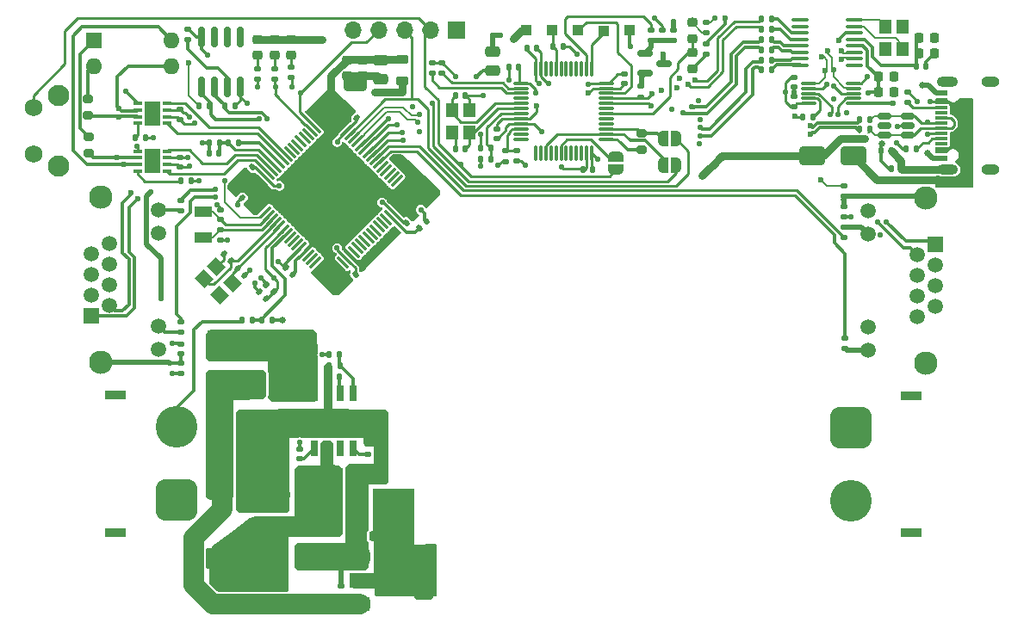
<source format=gbr>
%TF.GenerationSoftware,KiCad,Pcbnew,8.0.7-8.0.7-0~ubuntu22.04.1*%
%TF.CreationDate,2024-12-29T17:45:41+00:00*%
%TF.ProjectId,mini_module_template,6d696e69-5f6d-46f6-9475-6c655f74656d,rev?*%
%TF.SameCoordinates,Original*%
%TF.FileFunction,Copper,L1,Top*%
%TF.FilePolarity,Positive*%
%FSLAX46Y46*%
G04 Gerber Fmt 4.6, Leading zero omitted, Abs format (unit mm)*
G04 Created by KiCad (PCBNEW 8.0.7-8.0.7-0~ubuntu22.04.1) date 2024-12-29 17:45:41*
%MOMM*%
%LPD*%
G01*
G04 APERTURE LIST*
G04 Aperture macros list*
%AMRoundRect*
0 Rectangle with rounded corners*
0 $1 Rounding radius*
0 $2 $3 $4 $5 $6 $7 $8 $9 X,Y pos of 4 corners*
0 Add a 4 corners polygon primitive as box body*
4,1,4,$2,$3,$4,$5,$6,$7,$8,$9,$2,$3,0*
0 Add four circle primitives for the rounded corners*
1,1,$1+$1,$2,$3*
1,1,$1+$1,$4,$5*
1,1,$1+$1,$6,$7*
1,1,$1+$1,$8,$9*
0 Add four rect primitives between the rounded corners*
20,1,$1+$1,$2,$3,$4,$5,0*
20,1,$1+$1,$4,$5,$6,$7,0*
20,1,$1+$1,$6,$7,$8,$9,0*
20,1,$1+$1,$8,$9,$2,$3,0*%
%AMRotRect*
0 Rectangle, with rotation*
0 The origin of the aperture is its center*
0 $1 length*
0 $2 width*
0 $3 Rotation angle, in degrees counterclockwise*
0 Add horizontal line*
21,1,$1,$2,0,0,$3*%
%AMFreePoly0*
4,1,19,0.500000,-0.750000,0.000000,-0.750000,0.000000,-0.744911,-0.071157,-0.744911,-0.207708,-0.704816,-0.327430,-0.627875,-0.420627,-0.520320,-0.479746,-0.390866,-0.500000,-0.250000,-0.500000,0.250000,-0.479746,0.390866,-0.420627,0.520320,-0.327430,0.627875,-0.207708,0.704816,-0.071157,0.744911,0.000000,0.744911,0.000000,0.750000,0.500000,0.750000,0.500000,-0.750000,0.500000,-0.750000,
$1*%
%AMFreePoly1*
4,1,19,0.000000,0.744911,0.071157,0.744911,0.207708,0.704816,0.327430,0.627875,0.420627,0.520320,0.479746,0.390866,0.500000,0.250000,0.500000,-0.250000,0.479746,-0.390866,0.420627,-0.520320,0.327430,-0.627875,0.207708,-0.704816,0.071157,-0.744911,0.000000,-0.744911,0.000000,-0.750000,-0.500000,-0.750000,-0.500000,0.750000,0.000000,0.750000,0.000000,0.744911,0.000000,0.744911,
$1*%
G04 Aperture macros list end*
%TA.AperFunction,SMDPad,CuDef*%
%ADD10RoundRect,0.135000X0.185000X-0.135000X0.185000X0.135000X-0.185000X0.135000X-0.185000X-0.135000X0*%
%TD*%
%TA.AperFunction,SMDPad,CuDef*%
%ADD11RoundRect,0.150000X-0.587500X-0.150000X0.587500X-0.150000X0.587500X0.150000X-0.587500X0.150000X0*%
%TD*%
%TA.AperFunction,SMDPad,CuDef*%
%ADD12RoundRect,0.135000X-0.226274X-0.035355X-0.035355X-0.226274X0.226274X0.035355X0.035355X0.226274X0*%
%TD*%
%TA.AperFunction,SMDPad,CuDef*%
%ADD13RoundRect,0.140000X-0.170000X0.140000X-0.170000X-0.140000X0.170000X-0.140000X0.170000X0.140000X0*%
%TD*%
%TA.AperFunction,SMDPad,CuDef*%
%ADD14RoundRect,0.200000X0.275000X-0.200000X0.275000X0.200000X-0.275000X0.200000X-0.275000X-0.200000X0*%
%TD*%
%TA.AperFunction,SMDPad,CuDef*%
%ADD15RoundRect,0.135000X-0.135000X-0.185000X0.135000X-0.185000X0.135000X0.185000X-0.135000X0.185000X0*%
%TD*%
%TA.AperFunction,SMDPad,CuDef*%
%ADD16RoundRect,0.250000X-0.325000X-0.650000X0.325000X-0.650000X0.325000X0.650000X-0.325000X0.650000X0*%
%TD*%
%TA.AperFunction,SMDPad,CuDef*%
%ADD17RoundRect,0.140000X0.140000X0.170000X-0.140000X0.170000X-0.140000X-0.170000X0.140000X-0.170000X0*%
%TD*%
%TA.AperFunction,ComponentPad*%
%ADD18R,2.000000X0.900000*%
%TD*%
%TA.AperFunction,ComponentPad*%
%ADD19RoundRect,1.025000X-1.025000X1.025000X-1.025000X-1.025000X1.025000X-1.025000X1.025000X1.025000X0*%
%TD*%
%TA.AperFunction,ComponentPad*%
%ADD20C,4.100000*%
%TD*%
%TA.AperFunction,SMDPad,CuDef*%
%ADD21RoundRect,0.250000X-1.000000X-0.650000X1.000000X-0.650000X1.000000X0.650000X-1.000000X0.650000X0*%
%TD*%
%TA.AperFunction,SMDPad,CuDef*%
%ADD22R,1.200000X1.400000*%
%TD*%
%TA.AperFunction,SMDPad,CuDef*%
%ADD23RoundRect,0.218750X-0.256250X0.218750X-0.256250X-0.218750X0.256250X-0.218750X0.256250X0.218750X0*%
%TD*%
%TA.AperFunction,SMDPad,CuDef*%
%ADD24RoundRect,0.140000X0.219203X0.021213X0.021213X0.219203X-0.219203X-0.021213X-0.021213X-0.219203X0*%
%TD*%
%TA.AperFunction,SMDPad,CuDef*%
%ADD25RoundRect,0.135000X0.135000X0.185000X-0.135000X0.185000X-0.135000X-0.185000X0.135000X-0.185000X0*%
%TD*%
%TA.AperFunction,SMDPad,CuDef*%
%ADD26RoundRect,0.140000X0.170000X-0.140000X0.170000X0.140000X-0.170000X0.140000X-0.170000X-0.140000X0*%
%TD*%
%TA.AperFunction,ComponentPad*%
%ADD27R,1.600000X1.600000*%
%TD*%
%TA.AperFunction,ComponentPad*%
%ADD28O,1.600000X1.600000*%
%TD*%
%TA.AperFunction,SMDPad,CuDef*%
%ADD29RoundRect,0.135000X-0.185000X0.135000X-0.185000X-0.135000X0.185000X-0.135000X0.185000X0.135000X0*%
%TD*%
%TA.AperFunction,ComponentPad*%
%ADD30R,1.500000X1.500000*%
%TD*%
%TA.AperFunction,ComponentPad*%
%ADD31C,1.500000*%
%TD*%
%TA.AperFunction,ComponentPad*%
%ADD32C,2.300000*%
%TD*%
%TA.AperFunction,SMDPad,CuDef*%
%ADD33RoundRect,0.218750X0.256250X-0.218750X0.256250X0.218750X-0.256250X0.218750X-0.256250X-0.218750X0*%
%TD*%
%TA.AperFunction,SMDPad,CuDef*%
%ADD34RoundRect,0.100000X-0.712500X-0.100000X0.712500X-0.100000X0.712500X0.100000X-0.712500X0.100000X0*%
%TD*%
%TA.AperFunction,SMDPad,CuDef*%
%ADD35RoundRect,0.140000X-0.021213X0.219203X-0.219203X0.021213X0.021213X-0.219203X0.219203X-0.021213X0*%
%TD*%
%TA.AperFunction,SMDPad,CuDef*%
%ADD36RoundRect,0.225000X0.225000X0.250000X-0.225000X0.250000X-0.225000X-0.250000X0.225000X-0.250000X0*%
%TD*%
%TA.AperFunction,SMDPad,CuDef*%
%ADD37RoundRect,0.150000X-0.150000X0.825000X-0.150000X-0.825000X0.150000X-0.825000X0.150000X0.825000X0*%
%TD*%
%TA.AperFunction,SMDPad,CuDef*%
%ADD38RoundRect,0.140000X-0.140000X-0.170000X0.140000X-0.170000X0.140000X0.170000X-0.140000X0.170000X0*%
%TD*%
%TA.AperFunction,SMDPad,CuDef*%
%ADD39RoundRect,0.250000X-0.475000X0.250000X-0.475000X-0.250000X0.475000X-0.250000X0.475000X0.250000X0*%
%TD*%
%TA.AperFunction,SMDPad,CuDef*%
%ADD40RoundRect,0.218750X-0.381250X0.218750X-0.381250X-0.218750X0.381250X-0.218750X0.381250X0.218750X0*%
%TD*%
%TA.AperFunction,SMDPad,CuDef*%
%ADD41RoundRect,0.075000X-0.441942X-0.548008X0.548008X0.441942X0.441942X0.548008X-0.548008X-0.441942X0*%
%TD*%
%TA.AperFunction,SMDPad,CuDef*%
%ADD42RoundRect,0.075000X0.441942X-0.548008X0.548008X-0.441942X-0.441942X0.548008X-0.548008X0.441942X0*%
%TD*%
%TA.AperFunction,SMDPad,CuDef*%
%ADD43FreePoly0,90.000000*%
%TD*%
%TA.AperFunction,SMDPad,CuDef*%
%ADD44FreePoly1,90.000000*%
%TD*%
%TA.AperFunction,ComponentPad*%
%ADD45C,2.100000*%
%TD*%
%TA.AperFunction,ComponentPad*%
%ADD46C,1.750000*%
%TD*%
%TA.AperFunction,SMDPad,CuDef*%
%ADD47RoundRect,0.250001X-2.049999X-0.799999X2.049999X-0.799999X2.049999X0.799999X-2.049999X0.799999X0*%
%TD*%
%TA.AperFunction,SMDPad,CuDef*%
%ADD48FreePoly0,180.000000*%
%TD*%
%TA.AperFunction,SMDPad,CuDef*%
%ADD49FreePoly1,180.000000*%
%TD*%
%TA.AperFunction,SMDPad,CuDef*%
%ADD50R,1.000000X1.000000*%
%TD*%
%TA.AperFunction,SMDPad,CuDef*%
%ADD51R,1.800000X1.000000*%
%TD*%
%TA.AperFunction,SMDPad,CuDef*%
%ADD52RoundRect,0.075000X-0.662500X-0.075000X0.662500X-0.075000X0.662500X0.075000X-0.662500X0.075000X0*%
%TD*%
%TA.AperFunction,SMDPad,CuDef*%
%ADD53RoundRect,0.075000X-0.075000X-0.662500X0.075000X-0.662500X0.075000X0.662500X-0.075000X0.662500X0*%
%TD*%
%TA.AperFunction,SMDPad,CuDef*%
%ADD54RoundRect,0.150000X-0.512500X-0.150000X0.512500X-0.150000X0.512500X0.150000X-0.512500X0.150000X0*%
%TD*%
%TA.AperFunction,SMDPad,CuDef*%
%ADD55RoundRect,0.250000X-0.650000X1.000000X-0.650000X-1.000000X0.650000X-1.000000X0.650000X1.000000X0*%
%TD*%
%TA.AperFunction,SMDPad,CuDef*%
%ADD56RoundRect,0.250000X0.250000X0.475000X-0.250000X0.475000X-0.250000X-0.475000X0.250000X-0.475000X0*%
%TD*%
%TA.AperFunction,SMDPad,CuDef*%
%ADD57RoundRect,0.375000X-0.625000X-0.375000X0.625000X-0.375000X0.625000X0.375000X-0.625000X0.375000X0*%
%TD*%
%TA.AperFunction,SMDPad,CuDef*%
%ADD58RoundRect,0.500000X-0.500000X-1.400000X0.500000X-1.400000X0.500000X1.400000X-0.500000X1.400000X0*%
%TD*%
%TA.AperFunction,SMDPad,CuDef*%
%ADD59R,0.650000X1.525000*%
%TD*%
%TA.AperFunction,SMDPad,CuDef*%
%ADD60R,3.100000X2.400000*%
%TD*%
%TA.AperFunction,SMDPad,CuDef*%
%ADD61RoundRect,0.075000X0.650000X0.075000X-0.650000X0.075000X-0.650000X-0.075000X0.650000X-0.075000X0*%
%TD*%
%TA.AperFunction,SMDPad,CuDef*%
%ADD62RoundRect,0.140000X-0.219203X-0.021213X-0.021213X-0.219203X0.219203X0.021213X0.021213X0.219203X0*%
%TD*%
%TA.AperFunction,SMDPad,CuDef*%
%ADD63R,0.850000X0.350000*%
%TD*%
%TA.AperFunction,SMDPad,CuDef*%
%ADD64R,1.650000X2.450000*%
%TD*%
%TA.AperFunction,SMDPad,CuDef*%
%ADD65R,1.240000X0.600000*%
%TD*%
%TA.AperFunction,SMDPad,CuDef*%
%ADD66R,1.240000X0.300000*%
%TD*%
%TA.AperFunction,ComponentPad*%
%ADD67O,2.100000X1.000000*%
%TD*%
%TA.AperFunction,ComponentPad*%
%ADD68O,1.800000X1.000000*%
%TD*%
%TA.AperFunction,SMDPad,CuDef*%
%ADD69RoundRect,0.140000X0.021213X-0.219203X0.219203X-0.021213X-0.021213X0.219203X-0.219203X0.021213X0*%
%TD*%
%TA.AperFunction,SMDPad,CuDef*%
%ADD70RoundRect,0.225000X-0.250000X0.225000X-0.250000X-0.225000X0.250000X-0.225000X0.250000X0.225000X0*%
%TD*%
%TA.AperFunction,ComponentPad*%
%ADD71RoundRect,1.025000X1.025000X-1.025000X1.025000X1.025000X-1.025000X1.025000X-1.025000X-1.025000X0*%
%TD*%
%TA.AperFunction,SMDPad,CuDef*%
%ADD72RoundRect,0.250000X-0.250000X-0.475000X0.250000X-0.475000X0.250000X0.475000X-0.250000X0.475000X0*%
%TD*%
%TA.AperFunction,SMDPad,CuDef*%
%ADD73R,5.700000X2.400000*%
%TD*%
%TA.AperFunction,SMDPad,CuDef*%
%ADD74RotRect,1.400000X1.200000X135.000000*%
%TD*%
%TA.AperFunction,SMDPad,CuDef*%
%ADD75RoundRect,0.250000X0.325000X0.650000X-0.325000X0.650000X-0.325000X-0.650000X0.325000X-0.650000X0*%
%TD*%
%TA.AperFunction,SMDPad,CuDef*%
%ADD76RoundRect,0.250000X0.475000X-0.250000X0.475000X0.250000X-0.475000X0.250000X-0.475000X-0.250000X0*%
%TD*%
%TA.AperFunction,ComponentPad*%
%ADD77R,1.700000X1.700000*%
%TD*%
%TA.AperFunction,ComponentPad*%
%ADD78O,1.700000X1.700000*%
%TD*%
%TA.AperFunction,ViaPad*%
%ADD79C,0.550000*%
%TD*%
%TA.AperFunction,ViaPad*%
%ADD80C,0.600000*%
%TD*%
%TA.AperFunction,ViaPad*%
%ADD81C,0.650000*%
%TD*%
%TA.AperFunction,Conductor*%
%ADD82C,0.254000*%
%TD*%
%TA.AperFunction,Conductor*%
%ADD83C,0.300000*%
%TD*%
%TA.AperFunction,Conductor*%
%ADD84C,0.750000*%
%TD*%
%TA.AperFunction,Conductor*%
%ADD85C,0.508000*%
%TD*%
%TA.AperFunction,Conductor*%
%ADD86C,0.200000*%
%TD*%
%TA.AperFunction,Conductor*%
%ADD87C,2.000000*%
%TD*%
G04 APERTURE END LIST*
D10*
%TO.P,R29,1*%
%TO.N,+3V3*%
X108187501Y-66692496D03*
%TO.P,R29,2*%
%TO.N,Net-(D7-A)*%
X108187501Y-65672498D03*
%TD*%
D11*
%TO.P,Q1,1,B*%
%TO.N,Net-(Q1-B)*%
X142954999Y-64310000D03*
%TO.P,Q1,2,E*%
%TO.N,Net-(Q1-E)*%
X142954999Y-66210000D03*
%TO.P,Q1,3,C*%
%TO.N,+3V3*%
X144830000Y-65260000D03*
%TD*%
D12*
%TO.P,R2,1*%
%TO.N,+3V3*%
X105739376Y-87039376D03*
%TO.P,R2,2*%
%TO.N,/MCU/NRST*%
X106460624Y-87760624D03*
%TD*%
D13*
%TO.P,C42,1*%
%TO.N,+5V*%
X97230000Y-74505000D03*
%TO.P,C42,2*%
%TO.N,GND*%
X97230000Y-75465000D03*
%TD*%
D14*
%TO.P,R24,1*%
%TO.N,/CAN/CAN1-*%
X88230000Y-74105000D03*
%TO.P,R24,2*%
%TO.N,Net-(R24-Pad2)*%
X88230000Y-72455000D03*
%TD*%
D15*
%TO.P,R47,1*%
%TO.N,/CAN/USB_DOWNSTREAM_D+*%
X154360000Y-65920000D03*
%TO.P,R47,2*%
%TO.N,Net-(U1-DP1)*%
X155380000Y-65920000D03*
%TD*%
D16*
%TO.P,C49,1*%
%TO.N,+5V*%
X101784998Y-104700001D03*
%TO.P,C49,2*%
%TO.N,GND*%
X104735000Y-104700001D03*
%TD*%
D17*
%TO.P,C17,1*%
%TO.N,Net-(U3-NRST)*%
X127760000Y-73600000D03*
%TO.P,C17,2*%
%TO.N,GND*%
X126800000Y-73600000D03*
%TD*%
D18*
%TO.P,J2,*%
%TO.N,*%
X169150000Y-97950000D03*
X169150000Y-111450000D03*
D19*
%TO.P,J2,1,Pin_1*%
%TO.N,GND*%
X163150000Y-101100000D03*
D20*
%TO.P,J2,2,Pin_2*%
%TO.N,VCC*%
X163150000Y-108300000D03*
%TD*%
D21*
%TO.P,D1,1,K*%
%TO.N,+5V*%
X159400000Y-74400000D03*
%TO.P,D1,2,A*%
%TO.N,/USB/VBUS*%
X163400000Y-74400000D03*
%TD*%
D10*
%TO.P,R22,1*%
%TO.N,/STLINK/USB_D+*%
X142520000Y-68559999D03*
%TO.P,R22,2*%
%TO.N,Net-(Q1-E)*%
X142520000Y-67540001D03*
%TD*%
D16*
%TO.P,C46,1*%
%TO.N,VCC*%
X112174998Y-105700000D03*
%TO.P,C46,2*%
%TO.N,GND*%
X115125000Y-105700000D03*
%TD*%
D22*
%TO.P,Y4,1,1*%
%TO.N,Net-(U1-XO)*%
X168250000Y-63900000D03*
%TO.P,Y4,2,2*%
%TO.N,GND*%
X168250000Y-61700000D03*
%TO.P,Y4,3,3*%
%TO.N,Net-(U1-XI)*%
X166550000Y-61700000D03*
%TO.P,Y4,4,4*%
%TO.N,GND*%
X166550000Y-63900000D03*
%TD*%
D23*
%TO.P,D3,1,K*%
%TO.N,GND*%
X104880000Y-62914997D03*
%TO.P,D3,2,A*%
%TO.N,Net-(D3-A)*%
X104880000Y-64489999D03*
%TD*%
D24*
%TO.P,C58,1*%
%TO.N,/MCU/3V3_MCU*%
X108309411Y-86049411D03*
%TO.P,C58,2*%
%TO.N,GND*%
X107630589Y-85370589D03*
%TD*%
D25*
%TO.P,R36,1*%
%TO.N,GND*%
X93850000Y-72560000D03*
%TO.P,R36,2*%
%TO.N,Net-(IC2-STB)*%
X92830002Y-72560000D03*
%TD*%
D26*
%TO.P,C21,1*%
%TO.N,+5V*%
X113100000Y-117680000D03*
%TO.P,C21,2*%
%TO.N,GND*%
X113100000Y-116720000D03*
%TD*%
D10*
%TO.P,R48,1*%
%TO.N,/CAN/RXD1_LED*%
X162480000Y-82371998D03*
%TO.P,R48,2*%
%TO.N,Net-(J7-Pad10)*%
X162480000Y-81352000D03*
%TD*%
D25*
%TO.P,R34,1*%
%TO.N,/USB/USB_CONN_D+*%
X165065000Y-71770000D03*
%TO.P,R34,2*%
%TO.N,/USB/USB_PROT_D+*%
X164045000Y-71770000D03*
%TD*%
D27*
%TO.P,SW5,1*%
%TO.N,Net-(R24-Pad2)*%
X88770000Y-63010000D03*
D28*
%TO.P,SW5,2*%
%TO.N,Net-(R39-Pad2)*%
X88770000Y-65550000D03*
%TO.P,SW5,3*%
%TO.N,/CAN/CAN2-*%
X96390000Y-65550000D03*
%TO.P,SW5,4*%
%TO.N,/CAN/CAN1+*%
X96390000Y-63010000D03*
%TD*%
D29*
%TO.P,R31,1*%
%TO.N,GND*%
X168735000Y-68090001D03*
%TO.P,R31,2*%
%TO.N,Net-(J4-CC2)*%
X168735000Y-69109999D03*
%TD*%
D13*
%TO.P,C36,1*%
%TO.N,+5V*%
X97220000Y-69812501D03*
%TO.P,C36,2*%
%TO.N,GND*%
X97220000Y-70772501D03*
%TD*%
%TO.P,C56,1*%
%TO.N,GND*%
X101218553Y-79680050D03*
%TO.P,C56,2*%
%TO.N,Net-(U9-PC14)*%
X101218553Y-80640050D03*
%TD*%
D30*
%TO.P,J8,1*%
%TO.N,/CAN/CAN1-*%
X88519999Y-90116000D03*
D31*
%TO.P,J8,2*%
%TO.N,/CAN/CAN1+*%
X90300000Y-89100000D03*
%TO.P,J8,3*%
%TO.N,GND*%
X88519999Y-88084000D03*
%TO.P,J8,4*%
%TO.N,/CAN/CAN2-*%
X90300000Y-87068000D03*
%TO.P,J8,5*%
%TO.N,/CAN/CAN2+*%
X88519999Y-86052000D03*
%TO.P,J8,6*%
%TO.N,+12V*%
X90300000Y-85036000D03*
%TO.P,J8,7*%
%TO.N,/CAN/USB_DOWNSTREAM_D-*%
X88519999Y-84020000D03*
%TO.P,J8,8*%
%TO.N,/CAN/USB_DOWNSTREAM_D+*%
X90299999Y-83004001D03*
%TO.P,J8,9*%
%TO.N,GND*%
X95119999Y-93416000D03*
%TO.P,J8,10*%
%TO.N,Net-(J8-Pad10)*%
X95119999Y-91126000D03*
%TO.P,J8,11*%
%TO.N,GND*%
X95119999Y-81986000D03*
%TO.P,J8,12*%
%TO.N,Net-(J8-Pad12)*%
X95119999Y-79696000D03*
D32*
%TO.P,J8,SH*%
%TO.N,Net-(C45-Pad1)*%
X89409999Y-94686000D03*
X89409999Y-78426000D03*
%TD*%
D17*
%TO.P,C43,1*%
%TO.N,VCC*%
X108750000Y-107750001D03*
%TO.P,C43,2*%
%TO.N,GND*%
X107790000Y-107750001D03*
%TD*%
D33*
%TO.P,D5,1,K*%
%TO.N,Net-(D5-K)*%
X147570000Y-65807501D03*
%TO.P,D5,2,A*%
%TO.N,/STLINK/LED*%
X147570000Y-64232499D03*
%TD*%
D34*
%TO.P,U1,1,DM4*%
%TO.N,unconnected-(U1-DM4-Pad1)*%
X158232500Y-60997500D03*
%TO.P,U1,2,DP4*%
%TO.N,unconnected-(U1-DP4-Pad2)*%
X158232500Y-61632500D03*
%TO.P,U1,3,DM3*%
%TO.N,Net-(U1-DM3)*%
X158232500Y-62267500D03*
%TO.P,U1,4,DP3*%
%TO.N,Net-(U1-DP3)*%
X158232500Y-62902500D03*
%TO.P,U1,5,DM2*%
%TO.N,Net-(U1-DM2)*%
X158232500Y-63537500D03*
%TO.P,U1,6,DP2*%
%TO.N,Net-(U1-DP2)*%
X158232500Y-64172500D03*
%TO.P,U1,7,DM1*%
%TO.N,Net-(U1-DM1)*%
X158232500Y-64807500D03*
%TO.P,U1,8,DP1*%
%TO.N,Net-(U1-DP1)*%
X158232500Y-65442500D03*
%TO.P,U1,9,RESET#/CDP*%
%TO.N,unconnected-(U1-RESET#{slash}CDP-Pad9)*%
X163507500Y-65442500D03*
%TO.P,U1,10,DMU*%
%TO.N,/USB/USB_UPSTREAM_D-*%
X163507500Y-64807500D03*
%TO.P,U1,11,DPU*%
%TO.N,/USB/USB_UPSTREAM_D+*%
X163507500Y-64172500D03*
%TO.P,U1,12,V5*%
%TO.N,+5V*%
X163507500Y-63537500D03*
%TO.P,U1,13,VDD33*%
%TO.N,Net-(U1-VDD33)*%
X163507500Y-62902500D03*
%TO.P,U1,14,GND*%
%TO.N,GND*%
X163507500Y-62267500D03*
%TO.P,U1,15,XO*%
%TO.N,Net-(U1-XO)*%
X163507500Y-61632500D03*
%TO.P,U1,16,XI*%
%TO.N,Net-(U1-XI)*%
X163507500Y-60997500D03*
%TD*%
D25*
%TO.P,R57,1*%
%TO.N,Net-(IC3-FB)*%
X112939997Y-94980001D03*
%TO.P,R57,2*%
%TO.N,GND*%
X111919999Y-94980001D03*
%TD*%
D26*
%TO.P,C40,1*%
%TO.N,+3V3*%
X157570000Y-69499999D03*
%TO.P,C40,2*%
%TO.N,GND*%
X157570000Y-68539999D03*
%TD*%
D29*
%TO.P,R21,1*%
%TO.N,GND*%
X144660000Y-62030001D03*
%TO.P,R21,2*%
%TO.N,Net-(Q1-B)*%
X144660000Y-63049999D03*
%TD*%
D17*
%TO.P,C54,1*%
%TO.N,GND*%
X170580000Y-65590000D03*
%TO.P,C54,2*%
%TO.N,Net-(U1-VDD33)*%
X169620000Y-65590000D03*
%TD*%
D15*
%TO.P,R32,1*%
%TO.N,GND*%
X168645001Y-73670000D03*
%TO.P,R32,2*%
%TO.N,Net-(J4-CC1)*%
X169664999Y-73670000D03*
%TD*%
D35*
%TO.P,C3,1*%
%TO.N,/MCU/3V3_MCU*%
X115189411Y-85370589D03*
%TO.P,C3,2*%
%TO.N,GND*%
X114510589Y-86049411D03*
%TD*%
D36*
%TO.P,C22,1*%
%TO.N,+3V3*%
X116275000Y-111800000D03*
%TO.P,C22,2*%
%TO.N,GND*%
X114725000Y-111800000D03*
%TD*%
D25*
%TO.P,R12,1*%
%TO.N,GND*%
X134909999Y-63600000D03*
%TO.P,R12,2*%
%TO.N,/STLINK/BOOT*%
X133890001Y-63600000D03*
%TD*%
D24*
%TO.P,C5,1*%
%TO.N,/MCU/3V3_MCU*%
X104049411Y-79179411D03*
%TO.P,C5,2*%
%TO.N,GND*%
X103370589Y-78500589D03*
%TD*%
D10*
%TO.P,R9,1*%
%TO.N,/MCU/USR_LED1*%
X106580000Y-66799998D03*
%TO.P,R9,2*%
%TO.N,Net-(D2-A)*%
X106580000Y-65780000D03*
%TD*%
D26*
%TO.P,C16,1*%
%TO.N,+3V3*%
X128400000Y-72680000D03*
%TO.P,C16,2*%
%TO.N,GND*%
X128400000Y-71720000D03*
%TD*%
D25*
%TO.P,R35,1*%
%TO.N,Net-(J4-SHIELD)*%
X167165000Y-73870000D03*
%TO.P,R35,2*%
%TO.N,GND*%
X166145000Y-73870000D03*
%TD*%
D14*
%TO.P,R17,1*%
%TO.N,Net-(U3-PB12)*%
X142600000Y-73775000D03*
%TO.P,R17,2*%
%TO.N,/STLINK/SWDIO*%
X142600000Y-72125000D03*
%TD*%
D25*
%TO.P,R11,1*%
%TO.N,Net-(U3-NRST)*%
X127779998Y-74700000D03*
%TO.P,R11,2*%
%TO.N,+3V3*%
X126760000Y-74700000D03*
%TD*%
D13*
%TO.P,C41,1*%
%TO.N,+3V3*%
X157570000Y-66639999D03*
%TO.P,C41,2*%
%TO.N,GND*%
X157570000Y-67599999D03*
%TD*%
D37*
%TO.P,U2,1,NC*%
%TO.N,unconnected-(U2-NC-Pad1)*%
X103182500Y-62662499D03*
%TO.P,U2,2,NC*%
%TO.N,unconnected-(U2-NC-Pad2)*%
X101912500Y-62662499D03*
%TO.P,U2,3,NC*%
%TO.N,unconnected-(U2-NC-Pad3)*%
X100642500Y-62662499D03*
%TO.P,U2,4,VSS*%
%TO.N,GND*%
X99372500Y-62662499D03*
%TO.P,U2,5,SDA*%
%TO.N,/MCU/I2C3_SDA*%
X99372500Y-67612499D03*
%TO.P,U2,6,SCL*%
%TO.N,/MCU/I2C3_SCL*%
X100642500Y-67612499D03*
%TO.P,U2,7,WP*%
%TO.N,Net-(U2-WP)*%
X101912500Y-67612499D03*
%TO.P,U2,8,VDD*%
%TO.N,+3V3*%
X103182500Y-67612499D03*
%TD*%
D38*
%TO.P,C35,1*%
%TO.N,GND*%
X111929999Y-96140001D03*
%TO.P,C35,2*%
%TO.N,Net-(IC3-SS)*%
X112889999Y-96140001D03*
%TD*%
D29*
%TO.P,R20,1*%
%TO.N,/STLINK/USB_RENUM*%
X143580000Y-62030001D03*
%TO.P,R20,2*%
%TO.N,Net-(Q1-B)*%
X143580000Y-63049999D03*
%TD*%
D39*
%TO.P,C8,1*%
%TO.N,/MCU/3V3_MCU*%
X117000000Y-64950001D03*
%TO.P,C8,2*%
%TO.N,GND*%
X117000000Y-66849999D03*
%TD*%
D40*
%TO.P,FB1,1*%
%TO.N,/MCU/3V3_MCU*%
X119100000Y-64837500D03*
%TO.P,FB1,2*%
%TO.N,+3V3*%
X119100000Y-66962500D03*
%TD*%
D38*
%TO.P,C18,1*%
%TO.N,Net-(U3-PD0)*%
X124317000Y-68393000D03*
%TO.P,C18,2*%
%TO.N,GND*%
X125277000Y-68393000D03*
%TD*%
D13*
%TO.P,C44,1*%
%TO.N,Net-(C44-Pad1)*%
X162480000Y-79381999D03*
%TO.P,C44,2*%
%TO.N,GND*%
X162480000Y-80341999D03*
%TD*%
D35*
%TO.P,C55,1*%
%TO.N,GND*%
X121489411Y-80780589D03*
%TO.P,C55,2*%
%TO.N,Net-(U9-VCAP_1)*%
X120810589Y-81459411D03*
%TD*%
D25*
%TO.P,R38,1*%
%TO.N,GND*%
X98359999Y-76850000D03*
%TO.P,R38,2*%
%TO.N,Net-(IC1-STB)*%
X97340001Y-76850000D03*
%TD*%
D23*
%TO.P,D2,1,K*%
%TO.N,GND*%
X106580000Y-62914997D03*
%TO.P,D2,2,A*%
%TO.N,Net-(D2-A)*%
X106580000Y-64489999D03*
%TD*%
D10*
%TO.P,R10,1*%
%TO.N,/MCU/USR_LED2*%
X104880000Y-66799998D03*
%TO.P,R10,2*%
%TO.N,Net-(D3-A)*%
X104880000Y-65780000D03*
%TD*%
%TO.P,R50,1*%
%TO.N,Net-(C44-Pad1)*%
X162480000Y-78371998D03*
%TO.P,R50,2*%
%TO.N,GND*%
X162480000Y-77352000D03*
%TD*%
D29*
%TO.P,R51,1*%
%TO.N,Net-(C45-Pad1)*%
X97330000Y-94770001D03*
%TO.P,R51,2*%
%TO.N,GND*%
X97330000Y-95789999D03*
%TD*%
D41*
%TO.P,U9,1,VBAT*%
%TO.N,/MCU/3V3_MCU*%
X105235519Y-79561181D03*
%TO.P,U9,2,PC13*%
%TO.N,/MCU/USR_LED2*%
X105589072Y-79914734D03*
%TO.P,U9,3,PC14*%
%TO.N,Net-(U9-PC14)*%
X105942625Y-80268287D03*
%TO.P,U9,4,PC15*%
%TO.N,Net-(U9-PC15)*%
X106296179Y-80621841D03*
%TO.P,U9,5,PH0*%
%TO.N,Net-(U9-PH0)*%
X106649732Y-80975394D03*
%TO.P,U9,6,PH1*%
%TO.N,Net-(U9-PH1)*%
X107003286Y-81328948D03*
%TO.P,U9,7,NRST*%
%TO.N,/MCU/NRST*%
X107356839Y-81682501D03*
%TO.P,U9,8,PC0*%
%TO.N,/MCU/V_SENSE*%
X107710392Y-82036054D03*
%TO.P,U9,9,PC1*%
%TO.N,PC1*%
X108063946Y-82389608D03*
%TO.P,U9,10,PC2*%
%TO.N,PC2*%
X108417499Y-82743161D03*
%TO.P,U9,11,PC3*%
%TO.N,PC3*%
X108771052Y-83096714D03*
%TO.P,U9,12,VSSA*%
%TO.N,GND*%
X109124606Y-83450268D03*
%TO.P,U9,13,VDDA*%
%TO.N,/MCU/3V3_MCU*%
X109478159Y-83803821D03*
%TO.P,U9,14,PA0*%
%TO.N,PA0*%
X109831713Y-84157375D03*
%TO.P,U9,15,PA1*%
%TO.N,PA1*%
X110185266Y-84510928D03*
%TO.P,U9,16,PA2*%
%TO.N,PA2*%
X110538819Y-84864481D03*
D42*
%TO.P,U9,17,PA3*%
%TO.N,PA3*%
X113261181Y-84864481D03*
%TO.P,U9,18,VSS*%
%TO.N,GND*%
X113614734Y-84510928D03*
%TO.P,U9,19,VDD*%
%TO.N,/MCU/3V3_MCU*%
X113968287Y-84157375D03*
%TO.P,U9,20,PA4*%
%TO.N,PA4*%
X114321841Y-83803821D03*
%TO.P,U9,21,PA5*%
%TO.N,PA5*%
X114675394Y-83450268D03*
%TO.P,U9,22,PA6*%
%TO.N,PA6*%
X115028948Y-83096714D03*
%TO.P,U9,23,PA7*%
%TO.N,PA7*%
X115382501Y-82743161D03*
%TO.P,U9,24,PC4*%
%TO.N,PC4*%
X115736054Y-82389608D03*
%TO.P,U9,25,PC5*%
%TO.N,PC5*%
X116089608Y-82036054D03*
%TO.P,U9,26,PB0*%
%TO.N,PB0*%
X116443161Y-81682501D03*
%TO.P,U9,27,PB1*%
%TO.N,PB1*%
X116796714Y-81328948D03*
%TO.P,U9,28,PB2*%
%TO.N,PB2*%
X117150268Y-80975394D03*
%TO.P,U9,29,PB10*%
%TO.N,PB10*%
X117503821Y-80621841D03*
%TO.P,U9,30,VCAP_1*%
%TO.N,Net-(U9-VCAP_1)*%
X117857375Y-80268287D03*
%TO.P,U9,31,VSS*%
%TO.N,GND*%
X118210928Y-79914734D03*
%TO.P,U9,32,VDD*%
%TO.N,/MCU/3V3_MCU*%
X118564481Y-79561181D03*
D41*
%TO.P,U9,33,PB12*%
%TO.N,PB12*%
X118564481Y-76838819D03*
%TO.P,U9,34,PB13*%
%TO.N,PB13*%
X118210928Y-76485266D03*
%TO.P,U9,35,PB14*%
%TO.N,PB14*%
X117857375Y-76131713D03*
%TO.P,U9,36,PB15*%
%TO.N,PB15*%
X117503821Y-75778159D03*
%TO.P,U9,37,PC6*%
%TO.N,PC6*%
X117150268Y-75424606D03*
%TO.P,U9,38,PC7*%
%TO.N,/CAN/TXD1_LED*%
X116796714Y-75071052D03*
%TO.P,U9,39,PC8*%
%TO.N,/CAN/RXD1_LED*%
X116443161Y-74717499D03*
%TO.P,U9,40,PC9*%
%TO.N,/MCU/I2C3_SDA*%
X116089608Y-74363946D03*
%TO.P,U9,41,PA8*%
%TO.N,/MCU/I2C3_SCL*%
X115736054Y-74010392D03*
%TO.P,U9,42,PA9*%
%TO.N,/CAN/RXD2_LED*%
X115382501Y-73656839D03*
%TO.P,U9,43,PA10*%
%TO.N,/CAN/TXD2_LED*%
X115028948Y-73303286D03*
%TO.P,U9,44,PA11*%
%TO.N,/MCU/USB_D-*%
X114675394Y-72949732D03*
%TO.P,U9,45,PA12*%
%TO.N,/MCU/USB_D+*%
X114321841Y-72596179D03*
%TO.P,U9,46,PA13*%
%TO.N,/MCU/SWDIO*%
X113968287Y-72242625D03*
%TO.P,U9,47,VSS*%
%TO.N,GND*%
X113614734Y-71889072D03*
%TO.P,U9,48,VDD*%
%TO.N,/MCU/3V3_MCU*%
X113261181Y-71535519D03*
D42*
%TO.P,U9,49,PA14*%
%TO.N,/MCU/SWCLK*%
X110538819Y-71535519D03*
%TO.P,U9,50,PA15*%
%TO.N,/MCU/USR_LED1*%
X110185266Y-71889072D03*
%TO.P,U9,51,PC10*%
%TO.N,PC10*%
X109831713Y-72242625D03*
%TO.P,U9,52,PC11*%
%TO.N,PC11*%
X109478159Y-72596179D03*
%TO.P,U9,53,PC12*%
%TO.N,PC12*%
X109124606Y-72949732D03*
%TO.P,U9,54,PD2*%
%TO.N,PD2*%
X108771052Y-73303286D03*
%TO.P,U9,55,PB3*%
%TO.N,PB3*%
X108417499Y-73656839D03*
%TO.P,U9,56,PB4*%
%TO.N,PB4*%
X108063946Y-74010392D03*
%TO.P,U9,57,PB5*%
%TO.N,/CAN/CAN2_RXD*%
X107710392Y-74363946D03*
%TO.P,U9,58,PB6*%
%TO.N,/CAN/CAN2_TXD*%
X107356839Y-74717499D03*
%TO.P,U9,59,PB7*%
%TO.N,/MCU/BOOT_EN*%
X107003286Y-75071052D03*
%TO.P,U9,60,BOOT0*%
%TO.N,/MCU/BOOT0*%
X106649732Y-75424606D03*
%TO.P,U9,61,PB8*%
%TO.N,/CAN/CAN1_RXD*%
X106296179Y-75778159D03*
%TO.P,U9,62,PB9*%
%TO.N,/CAN/CAN1_TXD*%
X105942625Y-76131713D03*
%TO.P,U9,63,VSS*%
%TO.N,GND*%
X105589072Y-76485266D03*
%TO.P,U9,64,VDD*%
%TO.N,/MCU/3V3_MCU*%
X105235519Y-76838819D03*
%TD*%
D29*
%TO.P,R49,1*%
%TO.N,/CAN/TXD1_LED*%
X162610000Y-92290001D03*
%TO.P,R49,2*%
%TO.N,Net-(J7-Pad12)*%
X162610000Y-93309999D03*
%TD*%
D15*
%TO.P,R45,1*%
%TO.N,GND*%
X158460000Y-70519999D03*
%TO.P,R45,2*%
%TO.N,Net-(U8-~{OE})*%
X159480000Y-70519999D03*
%TD*%
D25*
%TO.P,R40,1*%
%TO.N,Net-(U1-DM3)*%
X155379999Y-60913000D03*
%TO.P,R40,2*%
%TO.N,/STLINK/USB_D-*%
X154360001Y-60913000D03*
%TD*%
D15*
%TO.P,R56,1*%
%TO.N,+5V*%
X111900000Y-93910001D03*
%TO.P,R56,2*%
%TO.N,Net-(IC3-FB)*%
X112919998Y-93910001D03*
%TD*%
D25*
%TO.P,R46,1*%
%TO.N,Net-(U1-DM1)*%
X155379999Y-64920000D03*
%TO.P,R46,2*%
%TO.N,/CAN/USB_DOWNSTREAM_D-*%
X154360001Y-64920000D03*
%TD*%
D38*
%TO.P,C13,1*%
%TO.N,+3V3*%
X131320000Y-63800000D03*
%TO.P,C13,2*%
%TO.N,GND*%
X132280000Y-63800000D03*
%TD*%
D43*
%TO.P,JP3,1,A*%
%TO.N,/MCU/NRST*%
X140100000Y-75749998D03*
D44*
%TO.P,JP3,2,B*%
%TO.N,/STLINK/NRST*%
X140100000Y-74450000D03*
%TD*%
D45*
%TO.P,SW2,*%
%TO.N,*%
X85300000Y-75400000D03*
X85300000Y-68390000D03*
D46*
%TO.P,SW2,1,1*%
%TO.N,GND*%
X82810000Y-74150000D03*
%TO.P,SW2,2,2*%
%TO.N,/MCU/NRST*%
X82810000Y-69650000D03*
%TD*%
D24*
%TO.P,C9,1*%
%TO.N,/MCU/NRST*%
X105732306Y-88446518D03*
%TO.P,C9,2*%
%TO.N,GND*%
X105053484Y-87767696D03*
%TD*%
D47*
%TO.P,C47,1*%
%TO.N,VCC*%
X102100000Y-113950000D03*
%TO.P,C47,2*%
%TO.N,GND*%
X110900000Y-113950000D03*
%TD*%
D30*
%TO.P,J7,1*%
%TO.N,/CAN/CAN1-*%
X171460000Y-83050000D03*
D31*
%TO.P,J7,2*%
%TO.N,/CAN/CAN1+*%
X169679999Y-84066000D03*
%TO.P,J7,3*%
%TO.N,GND*%
X171460000Y-85082000D03*
%TO.P,J7,4*%
%TO.N,/CAN/CAN2-*%
X169679999Y-86098000D03*
%TO.P,J7,5*%
%TO.N,/CAN/CAN2+*%
X171460000Y-87114000D03*
%TO.P,J7,6*%
%TO.N,+12V*%
X169679999Y-88130000D03*
%TO.P,J7,7*%
%TO.N,/CAN/USB_UPSTREAM_D-*%
X171460000Y-89146000D03*
%TO.P,J7,8*%
%TO.N,/CAN/USB_UPSTREAM_D+*%
X169680000Y-90161999D03*
%TO.P,J7,9*%
%TO.N,GND*%
X164860000Y-79750000D03*
%TO.P,J7,10*%
%TO.N,Net-(J7-Pad10)*%
X164860000Y-82040000D03*
%TO.P,J7,11*%
%TO.N,GND*%
X164860000Y-91180000D03*
%TO.P,J7,12*%
%TO.N,Net-(J7-Pad12)*%
X164860000Y-93470000D03*
D32*
%TO.P,J7,SH*%
%TO.N,Net-(C44-Pad1)*%
X170570000Y-78480000D03*
X170570000Y-94740000D03*
%TD*%
D29*
%TO.P,R15,1*%
%TO.N,GND*%
X122000000Y-65200000D03*
%TO.P,R15,2*%
%TO.N,Net-(U3-PC14)*%
X122000000Y-66219998D03*
%TD*%
%TO.P,R7,1*%
%TO.N,GND*%
X98020000Y-61880001D03*
%TO.P,R7,2*%
%TO.N,Net-(U2-WP)*%
X98020000Y-62899999D03*
%TD*%
%TO.P,R14,1*%
%TO.N,GND*%
X123000000Y-65200000D03*
%TO.P,R14,2*%
%TO.N,Net-(U3-PC13)*%
X123000000Y-66219998D03*
%TD*%
D25*
%TO.P,R33,1*%
%TO.N,/USB/USB_CONN_D-*%
X165065000Y-70770000D03*
%TO.P,R33,2*%
%TO.N,/USB/USB_PROT_D-*%
X164045000Y-70770000D03*
%TD*%
D48*
%TO.P,JP1,1,A*%
%TO.N,/MCU/SWCLK*%
X145999998Y-75300000D03*
D49*
%TO.P,JP1,2,B*%
%TO.N,/STLINK/SWCLK*%
X144700000Y-75300000D03*
%TD*%
D50*
%TO.P,TP2,1,1*%
%TO.N,/STLINK/BOOT*%
X133810000Y-62030000D03*
%TD*%
D17*
%TO.P,C14,1*%
%TO.N,+3V3*%
X130530000Y-65630000D03*
%TO.P,C14,2*%
%TO.N,GND*%
X129570000Y-65630000D03*
%TD*%
D51*
%TO.P,Y3,1,1*%
%TO.N,Net-(U9-PC14)*%
X99521497Y-79900000D03*
%TO.P,Y3,2,2*%
%TO.N,Net-(U9-PC15)*%
X99521497Y-82399998D03*
%TD*%
D10*
%TO.P,R16,1*%
%TO.N,GND*%
X130300000Y-74900000D03*
%TO.P,R16,2*%
%TO.N,Net-(U3-PA0)*%
X130300000Y-73880002D03*
%TD*%
D36*
%TO.P,C39,1*%
%TO.N,GND*%
X167415000Y-68120000D03*
%TO.P,C39,2*%
%TO.N,+5V*%
X165865000Y-68120000D03*
%TD*%
D52*
%TO.P,U3,1,VBAT*%
%TO.N,+3V3*%
X130787500Y-67212500D03*
%TO.P,U3,2,PC13*%
%TO.N,Net-(U3-PC13)*%
X130787500Y-67712500D03*
%TO.P,U3,3,PC14*%
%TO.N,Net-(U3-PC14)*%
X130787500Y-68212500D03*
%TO.P,U3,4,PC15*%
%TO.N,unconnected-(U3-PC15-Pad4)*%
X130787500Y-68712500D03*
%TO.P,U3,5,PD0*%
%TO.N,Net-(U3-PD0)*%
X130787500Y-69212500D03*
%TO.P,U3,6,PD1*%
%TO.N,Net-(U3-PD1)*%
X130787500Y-69712500D03*
%TO.P,U3,7,NRST*%
%TO.N,Net-(U3-NRST)*%
X130787500Y-70212500D03*
%TO.P,U3,8,VSSA*%
%TO.N,GND*%
X130787500Y-70712500D03*
%TO.P,U3,9,VDDA*%
%TO.N,+3V3*%
X130787500Y-71212500D03*
%TO.P,U3,10,PA0*%
%TO.N,Net-(U3-PA0)*%
X130787500Y-71712500D03*
%TO.P,U3,11,PA1*%
%TO.N,unconnected-(U3-PA1-Pad11)*%
X130787500Y-72212500D03*
%TO.P,U3,12,PA2*%
%TO.N,/STLINK/TARGET_TX*%
X130787500Y-72712500D03*
D53*
%TO.P,U3,13,PA3*%
%TO.N,/STLINK/TARGET_RX*%
X132200000Y-74125000D03*
%TO.P,U3,14,PA4*%
%TO.N,unconnected-(U3-PA4-Pad14)*%
X132700000Y-74125000D03*
%TO.P,U3,15,PA5*%
%TO.N,/STLINK/SWCLK*%
X133200000Y-74125000D03*
%TO.P,U3,16,PA6*%
%TO.N,unconnected-(U3-PA6-Pad16)*%
X133700000Y-74125000D03*
%TO.P,U3,17,PA7*%
%TO.N,unconnected-(U3-PA7-Pad17)*%
X134200000Y-74125000D03*
%TO.P,U3,18,PB0*%
%TO.N,/STLINK/NRST*%
X134700000Y-74125000D03*
%TO.P,U3,19,PB1*%
%TO.N,unconnected-(U3-PB1-Pad19)*%
X135200000Y-74125000D03*
%TO.P,U3,20,PB2*%
%TO.N,unconnected-(U3-PB2-Pad20)*%
X135700000Y-74125000D03*
%TO.P,U3,21,PB10*%
%TO.N,unconnected-(U3-PB10-Pad21)*%
X136200000Y-74125000D03*
%TO.P,U3,22,PB11*%
%TO.N,unconnected-(U3-PB11-Pad22)*%
X136700000Y-74125000D03*
%TO.P,U3,23,VSS*%
%TO.N,GND*%
X137200000Y-74125000D03*
%TO.P,U3,24,VDD*%
%TO.N,+3V3*%
X137700000Y-74125000D03*
D52*
%TO.P,U3,25,PB12*%
%TO.N,Net-(U3-PB12)*%
X139112500Y-72712500D03*
%TO.P,U3,26,PB13*%
%TO.N,/STLINK/SWCLK*%
X139112500Y-72212500D03*
%TO.P,U3,27,PB14*%
%TO.N,/STLINK/SWDIO*%
X139112500Y-71712500D03*
%TO.P,U3,28,PB15*%
%TO.N,unconnected-(U3-PB15-Pad28)*%
X139112500Y-71212500D03*
%TO.P,U3,29,PA8*%
%TO.N,unconnected-(U3-PA8-Pad29)*%
X139112500Y-70712500D03*
%TO.P,U3,30,PA9*%
%TO.N,/STLINK/LED*%
X139112500Y-70212500D03*
%TO.P,U3,31,PA10*%
%TO.N,/STLINK/SWO*%
X139112500Y-69712500D03*
%TO.P,U3,32,PA11*%
%TO.N,/STLINK/USB_D-*%
X139112500Y-69212500D03*
%TO.P,U3,33,PA12*%
%TO.N,/STLINK/USB_D+*%
X139112500Y-68712500D03*
%TO.P,U3,34,PA13*%
%TO.N,/STLINK/DIO*%
X139112500Y-68212500D03*
%TO.P,U3,35,VSS*%
%TO.N,GND*%
X139112500Y-67712500D03*
%TO.P,U3,36,VDD*%
%TO.N,+3V3*%
X139112500Y-67212500D03*
D53*
%TO.P,U3,37,PA14*%
%TO.N,/STLINK/CLK*%
X137700000Y-65800000D03*
%TO.P,U3,38,PA15*%
%TO.N,/STLINK/USB_RENUM*%
X137200000Y-65800000D03*
%TO.P,U3,39,PB3*%
%TO.N,unconnected-(U3-PB3-Pad39)*%
X136700000Y-65800000D03*
%TO.P,U3,40,PB4*%
%TO.N,unconnected-(U3-PB4-Pad40)*%
X136200000Y-65800000D03*
%TO.P,U3,41,PB5*%
%TO.N,unconnected-(U3-PB5-Pad41)*%
X135700000Y-65800000D03*
%TO.P,U3,42,PB6*%
%TO.N,unconnected-(U3-PB6-Pad42)*%
X135200000Y-65800000D03*
%TO.P,U3,43,PB7*%
%TO.N,unconnected-(U3-PB7-Pad43)*%
X134700000Y-65800000D03*
%TO.P,U3,44,BOOT0*%
%TO.N,/STLINK/BOOT*%
X134200000Y-65800000D03*
%TO.P,U3,45,PB8*%
%TO.N,unconnected-(U3-PB8-Pad45)*%
X133700000Y-65800000D03*
%TO.P,U3,46,PB9*%
%TO.N,unconnected-(U3-PB9-Pad46)*%
X133200000Y-65800000D03*
%TO.P,U3,47,VSS*%
%TO.N,GND*%
X132700000Y-65800000D03*
%TO.P,U3,48,VDD*%
%TO.N,+3V3*%
X132200000Y-65800000D03*
%TD*%
D33*
%TO.P,D4,1,K*%
%TO.N,/STLINK/LED*%
X147570000Y-62807501D03*
%TO.P,D4,2,A*%
%TO.N,Net-(D4-A)*%
X147570000Y-61232499D03*
%TD*%
D54*
%TO.P,U6,1,I/O1*%
%TO.N,/USB/USB_CONN_D-*%
X166517500Y-70450000D03*
%TO.P,U6,2,GND*%
%TO.N,GND*%
X166517500Y-71400000D03*
%TO.P,U6,3,I/O2*%
%TO.N,/USB/USB_CONN_D+*%
X166517500Y-72350000D03*
%TO.P,U6,4,I/O2*%
X168792500Y-72350000D03*
%TO.P,U6,5,VBUS*%
%TO.N,/USB/VBUS*%
X168792500Y-71400000D03*
%TO.P,U6,6,I/O1*%
%TO.N,/USB/USB_CONN_D-*%
X168792500Y-70450000D03*
%TD*%
D16*
%TO.P,C51,1*%
%TO.N,+5V*%
X101784998Y-107100001D03*
%TO.P,C51,2*%
%TO.N,GND*%
X104735000Y-107100001D03*
%TD*%
D29*
%TO.P,R52,1*%
%TO.N,/CAN/RXD2_LED*%
X97350000Y-90670001D03*
%TO.P,R52,2*%
%TO.N,Net-(J8-Pad10)*%
X97350000Y-91689999D03*
%TD*%
D55*
%TO.P,D6,1,K*%
%TO.N,/POWER/5V_COIL*%
X107750000Y-96700000D03*
%TO.P,D6,2,A*%
%TO.N,GND*%
X107750000Y-100700002D03*
%TD*%
D15*
%TO.P,R42,1*%
%TO.N,/MCU/USB_D-*%
X154360000Y-62913000D03*
%TO.P,R42,2*%
%TO.N,Net-(U1-DM2)*%
X155380000Y-62913000D03*
%TD*%
D13*
%TO.P,C37,1*%
%TO.N,+3V3*%
X140900000Y-66320000D03*
%TO.P,C37,2*%
%TO.N,GND*%
X140900000Y-67280000D03*
%TD*%
D29*
%TO.P,R13,1*%
%TO.N,Net-(U3-PA0)*%
X129200000Y-73890001D03*
%TO.P,R13,2*%
%TO.N,+3V3*%
X129200000Y-74909999D03*
%TD*%
D26*
%TO.P,C34,1*%
%TO.N,Net-(IC3-BOOT)*%
X108999999Y-104180001D03*
%TO.P,C34,2*%
%TO.N,/POWER/5V_COIL*%
X108999999Y-103220001D03*
%TD*%
D15*
%TO.P,R30,1*%
%TO.N,/MCU/V_SENSE*%
X105240000Y-90500000D03*
%TO.P,R30,2*%
%TO.N,GND*%
X106260000Y-90500000D03*
%TD*%
D56*
%TO.P,C23,1*%
%TO.N,+3V3*%
X116699999Y-110000000D03*
%TO.P,C23,2*%
%TO.N,GND*%
X114800001Y-110000000D03*
%TD*%
D15*
%TO.P,R41,1*%
%TO.N,/STLINK/USB_D+*%
X154360000Y-61913000D03*
%TO.P,R41,2*%
%TO.N,Net-(U1-DP3)*%
X155380000Y-61913000D03*
%TD*%
D29*
%TO.P,R53,1*%
%TO.N,/CAN/TXD2_LED*%
X97290000Y-78750001D03*
%TO.P,R53,2*%
%TO.N,Net-(J8-Pad12)*%
X97290000Y-79769999D03*
%TD*%
D10*
%TO.P,R37,1*%
%TO.N,Net-(IC3-RT{slash}SYNC)*%
X115729999Y-103720000D03*
%TO.P,R37,2*%
%TO.N,GND*%
X115729999Y-102700002D03*
%TD*%
%TO.P,R19,1*%
%TO.N,Net-(D4-A)*%
X148970000Y-62229999D03*
%TO.P,R19,2*%
%TO.N,+3V3*%
X148970000Y-61210001D03*
%TD*%
D57*
%TO.P,U4,1,GND*%
%TO.N,GND*%
X114920000Y-113850000D03*
%TO.P,U4,2,VO*%
%TO.N,+3V3*%
X114920001Y-116150000D03*
D58*
X121219999Y-116150000D03*
D57*
%TO.P,U4,3,VI*%
%TO.N,+5V*%
X114920000Y-118450000D03*
%TD*%
D59*
%TO.P,IC3,1,BOOT*%
%TO.N,Net-(IC3-BOOT)*%
X110439999Y-103150001D03*
%TO.P,IC3,2,VIN*%
%TO.N,VCC*%
X111709999Y-103150001D03*
%TO.P,IC3,3,EN*%
%TO.N,unconnected-(IC3-EN-Pad3)*%
X112979999Y-103150001D03*
%TO.P,IC3,4,RT/SYNC*%
%TO.N,Net-(IC3-RT{slash}SYNC)*%
X114249999Y-103150001D03*
%TO.P,IC3,5,FB*%
%TO.N,Net-(IC3-FB)*%
X114249999Y-97726001D03*
%TO.P,IC3,6,SS*%
%TO.N,Net-(IC3-SS)*%
X112979999Y-97726001D03*
%TO.P,IC3,7,GND*%
%TO.N,GND*%
X111709999Y-97726001D03*
%TO.P,IC3,8,SW*%
%TO.N,/POWER/5V_COIL*%
X110439999Y-97726001D03*
D60*
%TO.P,IC3,9,EP*%
%TO.N,GND*%
X112344999Y-100438001D03*
%TD*%
D15*
%TO.P,R5,1*%
%TO.N,+3V3*%
X99107501Y-69437499D03*
%TO.P,R5,2*%
%TO.N,/MCU/I2C3_SDA*%
X100127499Y-69437499D03*
%TD*%
%TO.P,R43,1*%
%TO.N,/MCU/USB_D+*%
X154360000Y-63913000D03*
%TO.P,R43,2*%
%TO.N,Net-(U1-DP2)*%
X155380000Y-63913000D03*
%TD*%
D61*
%TO.P,U8,1,S*%
%TO.N,/USB/VBUS*%
X163470000Y-69219999D03*
%TO.P,U8,2,D1+*%
%TO.N,/CAN/USB_UPSTREAM_D+*%
X163470000Y-68719998D03*
%TO.P,U8,3,D2+*%
%TO.N,/USB/USB_PROT_D+*%
X163470000Y-68219999D03*
%TO.P,U8,4,D+*%
%TO.N,/USB/USB_UPSTREAM_D+*%
X163470000Y-67720000D03*
%TO.P,U8,5,GND*%
%TO.N,GND*%
X163470000Y-67219999D03*
%TO.P,U8,6,D-*%
%TO.N,/USB/USB_UPSTREAM_D-*%
X159070000Y-67219999D03*
%TO.P,U8,7,D2-*%
%TO.N,/USB/USB_PROT_D-*%
X159070000Y-67720000D03*
%TO.P,U8,8,D1-*%
%TO.N,/CAN/USB_UPSTREAM_D-*%
X159070000Y-68219999D03*
%TO.P,U8,9,~{OE}*%
%TO.N,Net-(U8-~{OE})*%
X159070000Y-68719998D03*
%TO.P,U8,10,VCC*%
%TO.N,+3V3*%
X159070000Y-69219999D03*
%TD*%
D22*
%TO.P,Y2,1,1*%
%TO.N,Net-(U3-PD0)*%
X123947000Y-69893000D03*
%TO.P,Y2,2,2*%
%TO.N,GND*%
X123947000Y-72093000D03*
%TO.P,Y2,3,3*%
%TO.N,Net-(U3-PD1)*%
X125647000Y-72093000D03*
%TO.P,Y2,4,4*%
%TO.N,GND*%
X125647000Y-69893000D03*
%TD*%
D36*
%TO.P,C53,1*%
%TO.N,GND*%
X171425000Y-64320000D03*
%TO.P,C53,2*%
%TO.N,Net-(U1-VDD33)*%
X169875000Y-64320000D03*
%TD*%
D62*
%TO.P,C2,1*%
%TO.N,/MCU/3V3_MCU*%
X113920589Y-69960589D03*
%TO.P,C2,2*%
%TO.N,GND*%
X114599411Y-70639411D03*
%TD*%
D36*
%TO.P,C52,1*%
%TO.N,GND*%
X167425000Y-66600000D03*
%TO.P,C52,2*%
%TO.N,+5V*%
X165875000Y-66600000D03*
%TD*%
D38*
%TO.P,C25,1*%
%TO.N,+5V*%
X102049999Y-100900000D03*
%TO.P,C25,2*%
%TO.N,GND*%
X103009999Y-100900000D03*
%TD*%
D17*
%TO.P,C15,1*%
%TO.N,+3V3*%
X137830000Y-75700000D03*
%TO.P,C15,2*%
%TO.N,GND*%
X136870000Y-75700000D03*
%TD*%
D63*
%TO.P,IC1,1,TXD*%
%TO.N,/CAN/CAN1_TXD*%
X95970000Y-75850000D03*
%TO.P,IC1,2,GND*%
%TO.N,GND*%
X95970000Y-75200000D03*
%TO.P,IC1,3,VCC*%
%TO.N,+5V*%
X95970000Y-74550000D03*
%TO.P,IC1,4,RXD*%
%TO.N,/CAN/CAN1_RXD*%
X95970000Y-73900000D03*
%TO.P,IC1,5,VIO*%
%TO.N,+3V3*%
X93070000Y-73900000D03*
%TO.P,IC1,6,CANL*%
%TO.N,/CAN/CAN1-*%
X93070000Y-74550000D03*
%TO.P,IC1,7,CANH*%
%TO.N,/CAN/CAN1+*%
X93070000Y-75200000D03*
%TO.P,IC1,8,STB*%
%TO.N,Net-(IC1-STB)*%
X93070000Y-75850000D03*
D64*
%TO.P,IC1,9,EP*%
%TO.N,unconnected-(IC1-EP-Pad9)*%
X94520000Y-74875000D03*
%TD*%
D56*
%TO.P,C24,1*%
%TO.N,+3V3*%
X116699999Y-107950000D03*
%TO.P,C24,2*%
%TO.N,GND*%
X114800001Y-107950000D03*
%TD*%
D26*
%TO.P,C45,1*%
%TO.N,Net-(C45-Pad1)*%
X97340000Y-93840000D03*
%TO.P,C45,2*%
%TO.N,GND*%
X97340000Y-92880000D03*
%TD*%
D36*
%TO.P,C38,1*%
%TO.N,GND*%
X171425000Y-62770000D03*
%TO.P,C38,2*%
%TO.N,Net-(U1-VDD33)*%
X169875000Y-62770000D03*
%TD*%
D65*
%TO.P,J4,A1,GND*%
%TO.N,GND*%
X172110000Y-74600000D03*
%TO.P,J4,A4,VBUS*%
%TO.N,/USB/VBUS*%
X172110000Y-73800000D03*
D66*
%TO.P,J4,A5,CC1*%
%TO.N,Net-(J4-CC1)*%
X172110000Y-72650000D03*
%TO.P,J4,A6,D+*%
%TO.N,/USB/USB_CONN_D+*%
X172110000Y-71650000D03*
%TO.P,J4,A7,D-*%
%TO.N,/USB/USB_CONN_D-*%
X172110000Y-71150000D03*
%TO.P,J4,A8,SBU1*%
%TO.N,unconnected-(J4-SBU1-PadA8)*%
X172110000Y-70150000D03*
D65*
%TO.P,J4,A9,VBUS*%
%TO.N,/USB/VBUS*%
X172110000Y-69000000D03*
%TO.P,J4,A12,GND*%
%TO.N,GND*%
X172110000Y-68200000D03*
%TO.P,J4,B1,GND*%
X172110000Y-68200000D03*
%TO.P,J4,B4,VBUS*%
%TO.N,/USB/VBUS*%
X172110000Y-69000000D03*
D66*
%TO.P,J4,B5,CC2*%
%TO.N,Net-(J4-CC2)*%
X172110000Y-69650000D03*
%TO.P,J4,B6,D+*%
%TO.N,/USB/USB_CONN_D+*%
X172110000Y-70650000D03*
%TO.P,J4,B7,D-*%
%TO.N,/USB/USB_CONN_D-*%
X172110000Y-72150000D03*
%TO.P,J4,B8,SBU2*%
%TO.N,unconnected-(J4-SBU2-PadB8)*%
X172110000Y-73150000D03*
D65*
%TO.P,J4,B9,VBUS*%
%TO.N,/USB/VBUS*%
X172110000Y-73800000D03*
%TO.P,J4,B12,GND*%
%TO.N,GND*%
X172110000Y-74600000D03*
D67*
%TO.P,J4,S1,SHIELD*%
%TO.N,Net-(J4-SHIELD)*%
X172710000Y-75720000D03*
D68*
X176910000Y-75720000D03*
D67*
X172710000Y-67080000D03*
D68*
X176910000Y-67080000D03*
%TD*%
D63*
%TO.P,IC2,1,TXD*%
%TO.N,/CAN/CAN2_TXD*%
X95970000Y-71180000D03*
%TO.P,IC2,2,GND*%
%TO.N,GND*%
X95970000Y-70530000D03*
%TO.P,IC2,3,VCC*%
%TO.N,+5V*%
X95970000Y-69880000D03*
%TO.P,IC2,4,RXD*%
%TO.N,/CAN/CAN2_RXD*%
X95970000Y-69230000D03*
%TO.P,IC2,5,VIO*%
%TO.N,+3V3*%
X93070000Y-69230000D03*
%TO.P,IC2,6,CANL*%
%TO.N,/CAN/CAN2-*%
X93070000Y-69880000D03*
%TO.P,IC2,7,CANH*%
%TO.N,/CAN/CAN2+*%
X93070000Y-70530000D03*
%TO.P,IC2,8,STB*%
%TO.N,Net-(IC2-STB)*%
X93070000Y-71180000D03*
D64*
%TO.P,IC2,9,EP*%
%TO.N,unconnected-(IC2-EP-Pad9)*%
X94520000Y-70205000D03*
%TD*%
D50*
%TO.P,TP3,1,1*%
%TO.N,/STLINK/DIO*%
X136350000Y-62020000D03*
%TD*%
D69*
%TO.P,C4,1*%
%TO.N,/MCU/3V3_MCU*%
X103670589Y-76179411D03*
%TO.P,C4,2*%
%TO.N,GND*%
X104349411Y-75500589D03*
%TD*%
D17*
%TO.P,C19,1*%
%TO.N,Net-(U3-PD1)*%
X125257000Y-73643000D03*
%TO.P,C19,2*%
%TO.N,GND*%
X124297000Y-73643000D03*
%TD*%
%TO.P,C33,1*%
%TO.N,Net-(J4-SHIELD)*%
X168135000Y-75670000D03*
%TO.P,C33,2*%
%TO.N,GND*%
X167175000Y-75670000D03*
%TD*%
D70*
%TO.P,C7,1*%
%TO.N,/MCU/3V3_MCU*%
X115200000Y-64925000D03*
%TO.P,C7,2*%
%TO.N,GND*%
X115200000Y-66475000D03*
%TD*%
D35*
%TO.P,C1,1*%
%TO.N,/MCU/3V3_MCU*%
X120149411Y-80250589D03*
%TO.P,C1,2*%
%TO.N,GND*%
X119470589Y-80929411D03*
%TD*%
D29*
%TO.P,R23,1*%
%TO.N,GND*%
X148970000Y-63310001D03*
%TO.P,R23,2*%
%TO.N,Net-(D5-K)*%
X148970000Y-64329999D03*
%TD*%
D14*
%TO.P,R39,1*%
%TO.N,/CAN/CAN2+*%
X88210000Y-70415000D03*
%TO.P,R39,2*%
%TO.N,Net-(R39-Pad2)*%
X88210000Y-68765000D03*
%TD*%
D25*
%TO.P,R4,1*%
%TO.N,/MCU/BOOT0*%
X101089999Y-73090000D03*
%TO.P,R4,2*%
%TO.N,GND*%
X100070001Y-73090000D03*
%TD*%
D18*
%TO.P,J6,*%
%TO.N,*%
X90900000Y-111400000D03*
X90900000Y-97900000D03*
D71*
%TO.P,J6,1,Pin_1*%
%TO.N,GND*%
X96900000Y-108250000D03*
D20*
%TO.P,J6,2,Pin_2*%
%TO.N,VCC*%
X96900000Y-101050000D03*
%TD*%
D26*
%TO.P,C57,1*%
%TO.N,GND*%
X101218553Y-82619949D03*
%TO.P,C57,2*%
%TO.N,Net-(U9-PC15)*%
X101218553Y-81659949D03*
%TD*%
D72*
%TO.P,C20,1*%
%TO.N,+5V*%
X101709999Y-102500002D03*
%TO.P,C20,2*%
%TO.N,GND*%
X103609997Y-102500002D03*
%TD*%
D50*
%TO.P,TP5,1,1*%
%TO.N,GND*%
X141430000Y-62020000D03*
%TD*%
D62*
%TO.P,C11,1*%
%TO.N,GND*%
X101537366Y-84039447D03*
%TO.P,C11,2*%
%TO.N,Net-(U9-PH0)*%
X102216188Y-84718269D03*
%TD*%
D10*
%TO.P,R18,1*%
%TO.N,Net-(Q1-B)*%
X145720000Y-63049999D03*
%TO.P,R18,2*%
%TO.N,+5V*%
X145720000Y-62030001D03*
%TD*%
D73*
%TO.P,L2,1,1*%
%TO.N,/POWER/5V_COIL*%
X102750000Y-92700000D03*
%TO.P,L2,2,2*%
%TO.N,+5V*%
X102750000Y-96900000D03*
%TD*%
D48*
%TO.P,JP2,1,A*%
%TO.N,/MCU/SWDIO*%
X145999998Y-72700000D03*
D49*
%TO.P,JP2,2,B*%
%TO.N,/STLINK/SWDIO*%
X144700000Y-72700000D03*
%TD*%
D74*
%TO.P,Y1,1,1*%
%TO.N,Net-(U9-PH1)*%
X102355635Y-86855635D03*
%TO.P,Y1,2,2*%
%TO.N,GND*%
X100800000Y-85300000D03*
%TO.P,Y1,3,3*%
%TO.N,Net-(U9-PH0)*%
X99597919Y-86502081D03*
%TO.P,Y1,4,4*%
%TO.N,GND*%
X101153554Y-88057716D03*
%TD*%
D75*
%TO.P,C48,1*%
%TO.N,VCC*%
X109485000Y-106000001D03*
%TO.P,C48,2*%
%TO.N,GND*%
X106534998Y-106000001D03*
%TD*%
D23*
%TO.P,D7,1,K*%
%TO.N,GND*%
X108187500Y-62894997D03*
%TO.P,D7,2,A*%
%TO.N,Net-(D7-A)*%
X108187500Y-64469999D03*
%TD*%
D24*
%TO.P,C12,1*%
%TO.N,GND*%
X103616188Y-86118269D03*
%TO.P,C12,2*%
%TO.N,Net-(U9-PH1)*%
X102937366Y-85439447D03*
%TD*%
D76*
%TO.P,C27,1*%
%TO.N,+3V3*%
X127980000Y-65979999D03*
%TO.P,C27,2*%
%TO.N,GND*%
X127980000Y-64080001D03*
%TD*%
D50*
%TO.P,TP1,1,1*%
%TO.N,+3V3*%
X131270000Y-62020000D03*
%TD*%
D17*
%TO.P,C10,1*%
%TO.N,/MCU/BOOT0*%
X101050000Y-74100000D03*
%TO.P,C10,2*%
%TO.N,GND*%
X100090000Y-74100000D03*
%TD*%
D25*
%TO.P,R3,1*%
%TO.N,/MCU/BOOT_EN*%
X103019999Y-73060000D03*
%TO.P,R3,2*%
%TO.N,/MCU/BOOT0*%
X102000001Y-73060000D03*
%TD*%
D50*
%TO.P,TP4,1,1*%
%TO.N,/STLINK/CLK*%
X138890000Y-62040000D03*
%TD*%
D77*
%TO.P,J1,1,Pin_1*%
%TO.N,+3V3*%
X124379999Y-62000000D03*
D78*
%TO.P,J1,2,Pin_2*%
%TO.N,/MCU/NRST*%
X121839999Y-62000000D03*
%TO.P,J1,3,Pin_3*%
%TO.N,/MCU/SWDIO*%
X119300000Y-62000000D03*
%TO.P,J1,4,Pin_4*%
%TO.N,/MCU/SWCLK*%
X116759999Y-62000000D03*
%TO.P,J1,5,Pin_5*%
%TO.N,GND*%
X114219999Y-62000000D03*
%TD*%
D70*
%TO.P,C6,1*%
%TO.N,/MCU/3V3_MCU*%
X113700000Y-64925000D03*
%TO.P,C6,2*%
%TO.N,GND*%
X113700000Y-66475000D03*
%TD*%
D25*
%TO.P,R6,1*%
%TO.N,+3V3*%
X102627499Y-69427499D03*
%TO.P,R6,2*%
%TO.N,/MCU/I2C3_SCL*%
X101607501Y-69427499D03*
%TD*%
D15*
%TO.P,R27,1*%
%TO.N,VCC*%
X103290000Y-90500000D03*
%TO.P,R27,2*%
%TO.N,/MCU/V_SENSE*%
X104310000Y-90500000D03*
%TD*%
D79*
%TO.N,GND*%
X115709999Y-101200001D03*
X94610000Y-72550000D03*
X107010000Y-107350001D03*
X107759999Y-105100001D03*
X104100000Y-85600000D03*
X129560000Y-66900000D03*
X167430000Y-68070000D03*
X107049999Y-108850001D03*
X99400000Y-73130000D03*
X114009999Y-99700001D03*
X98140000Y-75390000D03*
D80*
X166550000Y-63900000D03*
D79*
X136300000Y-64400000D03*
X107759999Y-102850001D03*
X112344999Y-100438001D03*
X166100000Y-82110000D03*
X107010000Y-108100001D03*
X126798001Y-72253356D03*
X123947000Y-72093000D03*
X148400000Y-70825000D03*
X107759999Y-106600001D03*
X169735000Y-68998000D03*
D80*
X157689998Y-70439998D03*
D79*
X133440000Y-67280000D03*
D81*
X166517500Y-71400000D03*
D79*
X171430000Y-62770000D03*
X141480000Y-63625000D03*
X124300000Y-66598000D03*
X106259999Y-108100002D03*
X114909999Y-101200001D03*
X100800000Y-85300000D03*
X107009999Y-105850001D03*
D81*
X166200000Y-73200000D03*
D79*
X111509999Y-99600001D03*
X131200000Y-75320000D03*
X128740000Y-62520000D03*
X107010000Y-77320000D03*
X106259999Y-105100001D03*
X167700000Y-73100000D03*
X98640000Y-71110000D03*
X114500000Y-67600000D03*
X127980000Y-62520000D03*
X110709999Y-99600001D03*
X114009999Y-101200001D03*
D80*
X168250000Y-61700000D03*
D79*
X113700000Y-67600000D03*
D80*
X146100000Y-67700000D03*
D79*
X96500000Y-95820000D03*
X114909999Y-99700001D03*
X112690000Y-73000000D03*
X107009999Y-104350001D03*
X148200000Y-68925000D03*
X115200000Y-67600000D03*
X107759999Y-105850001D03*
X120100000Y-69500000D03*
X101854949Y-82657716D03*
D81*
X107300000Y-90500000D03*
D79*
X99130000Y-76850000D03*
X106259999Y-102821367D03*
X111509999Y-101200001D03*
X145600000Y-69800000D03*
X161470000Y-68806826D03*
X100841441Y-79178023D03*
D80*
X144579600Y-67912800D03*
X132300000Y-69410000D03*
D79*
X107009999Y-105100001D03*
D81*
X170700000Y-74100000D03*
D79*
X102900000Y-79170000D03*
X104615077Y-86905026D03*
X148300000Y-73200000D03*
X107009999Y-102850001D03*
D80*
X137400000Y-68200000D03*
D79*
X120800000Y-72000000D03*
X106924321Y-84796000D03*
X134750000Y-75500000D03*
X106259999Y-106601186D03*
X96500000Y-92840000D03*
X127000000Y-68400000D03*
X110009999Y-99600000D03*
X157570000Y-68119999D03*
D81*
X170200000Y-67400000D03*
D79*
X171430000Y-64290000D03*
X120900000Y-79660000D03*
X107759999Y-104350001D03*
X106259999Y-104350001D03*
X164820000Y-66610000D03*
X101200000Y-88000000D03*
X110009999Y-101200001D03*
D80*
X162000000Y-63000000D03*
D79*
X167420000Y-66640000D03*
X113084558Y-99700002D03*
D80*
X160200000Y-76700000D03*
D79*
X99970000Y-64420000D03*
X110709999Y-101200001D03*
D80*
X150800000Y-60800000D03*
X146370000Y-66720000D03*
D79*
X107010000Y-106600001D03*
X163200000Y-80400000D03*
X117110000Y-78960000D03*
X143900000Y-60775000D03*
X109670000Y-62894997D03*
X106260000Y-103573891D03*
X107009999Y-103600001D03*
X113009999Y-101200001D03*
X106260000Y-107350001D03*
X106249999Y-108850002D03*
X111200000Y-62894997D03*
X106259999Y-105852962D03*
X110360000Y-62894997D03*
X107759999Y-103600001D03*
X115710000Y-99700001D03*
X112670000Y-83440000D03*
X162800000Y-70100000D03*
%TO.N,/MCU/NRST*%
X106500000Y-86400000D03*
X124804652Y-75195348D03*
%TO.N,+5V*%
X100530000Y-105810000D03*
X98150000Y-70540000D03*
X150370000Y-74520000D03*
X149690000Y-75170000D03*
X100530000Y-100910000D03*
X100520000Y-100120000D03*
X151270000Y-74400000D03*
X164550000Y-72700000D03*
X98000000Y-74505000D03*
X100530000Y-102460000D03*
X163800000Y-72700000D03*
X149160000Y-75710000D03*
X100530000Y-104180000D03*
X148575000Y-76285000D03*
X100530000Y-101640000D03*
X152260000Y-74400000D03*
X145740000Y-61170000D03*
X100530000Y-103310000D03*
X164920000Y-68180000D03*
X100530000Y-104970000D03*
X100530000Y-99240000D03*
X111209999Y-93900001D03*
X95345000Y-88445000D03*
X95345000Y-87480000D03*
X101809998Y-96900001D03*
X100530000Y-98380000D03*
X94350000Y-77950000D03*
X162950000Y-72700000D03*
%TO.N,+3V3*%
X119250001Y-108200000D03*
X118450000Y-108210001D03*
X120000000Y-107450000D03*
X137370000Y-67310000D03*
X129970000Y-62860000D03*
X120000000Y-111950000D03*
X132230000Y-68180000D03*
X119250001Y-108950000D03*
X117750000Y-109700000D03*
X132520000Y-67280000D03*
X126400000Y-66598000D03*
X119200001Y-111200000D03*
X118450000Y-109710000D03*
X117750000Y-110450000D03*
X156770000Y-68119999D03*
X118450000Y-108960001D03*
X117750000Y-111950000D03*
X132800000Y-71975000D03*
X149770000Y-60825000D03*
X91870000Y-68030000D03*
D80*
X98100000Y-65200000D03*
D79*
X119250001Y-109700000D03*
X128500000Y-75300000D03*
X120000000Y-111200000D03*
X117750000Y-107450000D03*
X120000000Y-109700000D03*
X117750000Y-111154002D03*
X126800000Y-75400000D03*
X120000000Y-108950000D03*
X103800000Y-69200000D03*
X93000190Y-73404543D03*
X118450000Y-111960000D03*
X117750000Y-108950000D03*
X116600000Y-68110000D03*
D80*
X144770000Y-64375000D03*
D79*
X105180763Y-86339340D03*
X118200000Y-68110000D03*
X119250001Y-107450000D03*
X120000000Y-110450000D03*
X138262500Y-74687500D03*
X119250000Y-111950000D03*
X118450000Y-111164003D03*
X120000000Y-108200000D03*
X118450000Y-110460000D03*
X108200000Y-67624997D03*
X117400000Y-68110000D03*
X117750000Y-108200000D03*
X119250000Y-110450000D03*
X118450000Y-107460001D03*
X119100000Y-68110000D03*
%TO.N,/USB/USB_CONN_D-*%
X170735000Y-71048000D03*
X170735000Y-72252000D03*
%TO.N,/MCU/USR_LED1*%
X106590000Y-67609999D03*
%TO.N,/MCU/USR_LED2*%
X101620000Y-76780000D03*
X104880000Y-67569999D03*
D80*
%TO.N,/USB/USB_PROT_D-*%
X159243114Y-71427170D03*
D79*
X160776587Y-67326587D03*
%TO.N,/USB/USB_PROT_D+*%
X161511768Y-67474942D03*
D80*
X159192074Y-72225542D03*
D79*
%TO.N,Net-(C45-Pad1)*%
X96200000Y-94800000D03*
D81*
%TO.N,VCC*%
X101000000Y-116700000D03*
X107500000Y-115000000D03*
X104900000Y-115000000D03*
X102700000Y-116700000D03*
X105700000Y-115000000D03*
X106600000Y-115900000D03*
X102700000Y-115800000D03*
X104900000Y-114100000D03*
X107500000Y-114100000D03*
X106600000Y-114100000D03*
X105700000Y-115900000D03*
X107500000Y-115900000D03*
X106600000Y-115000000D03*
X104900000Y-115900000D03*
X101800000Y-115800000D03*
X105700000Y-113200000D03*
X105700000Y-114100000D03*
X106600000Y-116700000D03*
X103600000Y-115800000D03*
X107500000Y-116700000D03*
X104900000Y-113200000D03*
X107500000Y-113200000D03*
X101800000Y-116700000D03*
X101000000Y-115800000D03*
X104900000Y-116700000D03*
X103600000Y-116700000D03*
X105700000Y-116700000D03*
X106600000Y-113200000D03*
D80*
%TO.N,/STLINK/USB_D+*%
X147193541Y-67303432D03*
X143614400Y-68268400D03*
D79*
%TO.N,/MCU/USB_D+*%
X120800000Y-70300000D03*
X146700000Y-70100000D03*
%TO.N,/MCU/USB_D-*%
X147526711Y-69550000D03*
X120593958Y-71021146D03*
%TO.N,/MCU/SWCLK*%
X121998000Y-69200000D03*
X109085000Y-68185000D03*
D80*
%TO.N,/STLINK/USB_D-*%
X147900000Y-66928038D03*
X143507705Y-69425872D03*
D79*
%TO.N,/CAN/CAN1-*%
X166700000Y-80850000D03*
D80*
X93066404Y-78595363D03*
X91010000Y-74550000D03*
D79*
%TO.N,/POWER/5V_COIL*%
X109000000Y-102560001D03*
X108999999Y-98305001D03*
%TO.N,/USB/VBUS*%
X167755000Y-71470000D03*
D80*
X167300000Y-69200000D03*
D79*
X170955000Y-69048000D03*
D80*
%TO.N,/USB/USB_UPSTREAM_D-*%
X160655228Y-65964132D03*
X162258333Y-64915000D03*
X160269479Y-64620521D03*
%TO.N,/USB/USB_UPSTREAM_D+*%
X160870521Y-64019479D03*
X162258333Y-64065000D03*
X161454013Y-65920000D03*
%TO.N,/CAN/CAN1+*%
X92430006Y-77958965D03*
X91720000Y-75200000D03*
D79*
X165800000Y-80850000D03*
D80*
%TO.N,/CAN/CAN2+*%
X91217377Y-70589602D03*
%TO.N,/CAN/CAN2-*%
X91257628Y-69712839D03*
D79*
%TO.N,/CAN/USB_UPSTREAM_D-*%
X161149997Y-70300000D03*
%TO.N,/CAN/USB_UPSTREAM_D+*%
X161900000Y-70300000D03*
%TO.N,/CAN/USB_DOWNSTREAM_D-*%
X148400000Y-71575000D03*
%TO.N,/CAN/USB_DOWNSTREAM_D+*%
X148400000Y-72425000D03*
%TO.N,/CAN/RXD2_LED*%
X100700000Y-78400000D03*
X118600000Y-71326472D03*
%TO.N,/CAN/TXD2_LED*%
X100700000Y-77649997D03*
X117701472Y-70701472D03*
%TO.N,/MCU/I2C3_SDA*%
X119200000Y-72798000D03*
X105000000Y-70722499D03*
%TO.N,/MCU/I2C3_SCL*%
X105800000Y-70700000D03*
X119093636Y-72055578D03*
%TD*%
D82*
%TO.N,/MCU/BOOT0*%
X106649732Y-75424606D02*
X104975126Y-73750000D01*
D83*
X101970001Y-73090000D02*
X102000001Y-73060000D01*
X101100000Y-74140000D02*
X101100000Y-73100001D01*
D82*
X102690001Y-73750000D02*
X102000001Y-73060000D01*
X104975126Y-73750000D02*
X102690001Y-73750000D01*
D83*
X101100000Y-73100001D02*
X101089999Y-73090000D01*
X101089999Y-73090000D02*
X101970001Y-73090000D01*
D82*
%TO.N,GND*%
X98065000Y-75465000D02*
X97230000Y-75465000D01*
X98640000Y-71110000D02*
X98552499Y-71197501D01*
D83*
X166145000Y-73870000D02*
X166145000Y-73255000D01*
X167415000Y-68085000D02*
X167430000Y-68070000D01*
D84*
X114500000Y-67600000D02*
X115200000Y-67600000D01*
D85*
X170700000Y-74100000D02*
X171200000Y-74600000D01*
D82*
X137887500Y-67712500D02*
X137400000Y-68200000D01*
D83*
X121300000Y-80060000D02*
X121300000Y-80591178D01*
D82*
X128929552Y-70712500D02*
X130787500Y-70712500D01*
D83*
X99372500Y-63822500D02*
X99372500Y-62662499D01*
D82*
X134900000Y-75650000D02*
X136770000Y-75650000D01*
X123000000Y-65200000D02*
X122000000Y-65200000D01*
D83*
X102900000Y-79170000D02*
X102900000Y-78971178D01*
D82*
X168270000Y-73670000D02*
X168645001Y-73670000D01*
X127000000Y-68400000D02*
X125284000Y-68400000D01*
X130780000Y-74900000D02*
X130300000Y-74900000D01*
D83*
X170580000Y-65590000D02*
X170580000Y-65165000D01*
X100070001Y-74070001D02*
X100140000Y-74140000D01*
D82*
X124297000Y-72443000D02*
X123947000Y-72093000D01*
X104604395Y-75500589D02*
X105589072Y-76485266D01*
X113614734Y-71889072D02*
X114599411Y-70904395D01*
X143900000Y-60775000D02*
X144660000Y-61535000D01*
X124300000Y-66500000D02*
X124300000Y-66598000D01*
X128400000Y-71720000D02*
X128400000Y-71242052D01*
D84*
X113700000Y-66475000D02*
X116625001Y-66475000D01*
D82*
X158359998Y-70620001D02*
X158460000Y-70519999D01*
D83*
X166950000Y-75670000D02*
X167175000Y-75670000D01*
X104615077Y-86905026D02*
X104615077Y-87329290D01*
D82*
X93850000Y-72560000D02*
X94600000Y-72560000D01*
X94600000Y-72560000D02*
X94610000Y-72550000D01*
X137200000Y-74125000D02*
X137200000Y-75520000D01*
D84*
X113700000Y-67600000D02*
X114500000Y-67600000D01*
D83*
X99970000Y-64420000D02*
X99372500Y-63822500D01*
D84*
X115200000Y-66475000D02*
X113700000Y-66475000D01*
D82*
X140900000Y-67280000D02*
X140467500Y-67712500D01*
X114599411Y-70904395D02*
X114599411Y-70639411D01*
D83*
X171425000Y-64320000D02*
X171425000Y-64295000D01*
X150800000Y-61418419D02*
X148970000Y-63248419D01*
D82*
X158460000Y-70519999D02*
X157769999Y-70519999D01*
D84*
X111200000Y-62894997D02*
X104900000Y-62894997D01*
D85*
X113100000Y-116720000D02*
X113100000Y-115100000D01*
X127980000Y-62520000D02*
X127980000Y-64080001D01*
D83*
X99440000Y-73090000D02*
X99400000Y-73130000D01*
D85*
X170785000Y-67400000D02*
X171585000Y-68200000D01*
D82*
X106423806Y-77320000D02*
X107010000Y-77320000D01*
D83*
X148970000Y-63248419D02*
X148970000Y-63310001D01*
D84*
X116625001Y-66475000D02*
X117000000Y-66849999D01*
D82*
X96965000Y-75200000D02*
X95970000Y-75200000D01*
D83*
X97300000Y-92840000D02*
X97340000Y-92880000D01*
D82*
X134750000Y-75500000D02*
X134900000Y-75650000D01*
D83*
X98862499Y-62662499D02*
X98117500Y-61917500D01*
D82*
X125647000Y-68763000D02*
X125277000Y-68393000D01*
X133440000Y-67280000D02*
X133371908Y-67280000D01*
D83*
X107300000Y-90500000D02*
X106310000Y-90500000D01*
D82*
X96977499Y-70530000D02*
X95970000Y-70530000D01*
X97220000Y-70772501D02*
X96977499Y-70530000D01*
X114500464Y-85396658D02*
X114500464Y-86039286D01*
X136770000Y-75650000D02*
X136920000Y-75800000D01*
X112690000Y-72813806D02*
X112690000Y-73000000D01*
X126798001Y-73598001D02*
X126800000Y-73600000D01*
D85*
X171200000Y-74600000D02*
X172110000Y-74600000D01*
X171585000Y-68200000D02*
X172110000Y-68200000D01*
D82*
X103616188Y-86118269D02*
X103616188Y-86083812D01*
D84*
X113700000Y-66475000D02*
X113700000Y-67600000D01*
D86*
X162480000Y-77352000D02*
X160852000Y-77352000D01*
D82*
X106924321Y-84796000D02*
X107351598Y-85223276D01*
X112670000Y-83566194D02*
X112670000Y-83440000D01*
X135500000Y-63600000D02*
X134909999Y-63600000D01*
X129560000Y-65640000D02*
X129570000Y-65630000D01*
D84*
X115200000Y-67600000D02*
X115200000Y-66475000D01*
D83*
X171425000Y-62770000D02*
X171430000Y-62770000D01*
D84*
X114825000Y-67600000D02*
X114462500Y-67237500D01*
D82*
X167700000Y-73100000D02*
X168270000Y-73670000D01*
X129570000Y-65630000D02*
X129570000Y-65590000D01*
D83*
X106310000Y-90500000D02*
X106260000Y-90450000D01*
D82*
X157769999Y-70519999D02*
X157689998Y-70439998D01*
X98552499Y-71197501D02*
X97645000Y-71197501D01*
X126798001Y-72253356D02*
X126798001Y-73598001D01*
X97297679Y-75532679D02*
X97230000Y-75465000D01*
X136300000Y-64400000D02*
X135500000Y-63600000D01*
X103616188Y-86083812D02*
X104100000Y-85600000D01*
X133371908Y-67280000D02*
X132700000Y-66608092D01*
D83*
X98117500Y-61917500D02*
X97957500Y-61917500D01*
D82*
X168827001Y-68090001D02*
X169735000Y-68998000D01*
X144660000Y-61535000D02*
X144660000Y-62030001D01*
D83*
X104615077Y-87329290D02*
X105053484Y-87767696D01*
D82*
X131200000Y-75320000D02*
X130780000Y-74900000D01*
D83*
X150800000Y-60800000D02*
X150800000Y-61418419D01*
X166145000Y-73255000D02*
X166200000Y-73200000D01*
D82*
X137200000Y-75520000D02*
X136920000Y-75800000D01*
D85*
X170200000Y-67400000D02*
X170785000Y-67400000D01*
D83*
X166150000Y-73875000D02*
X166150000Y-74870000D01*
D82*
X100841441Y-79178023D02*
X101218553Y-79555135D01*
D83*
X102900000Y-78971178D02*
X103370589Y-78500589D01*
X162480000Y-80341999D02*
X163141999Y-80341999D01*
D82*
X101256321Y-82657716D02*
X101854949Y-82657716D01*
X132300000Y-70008092D02*
X131595592Y-70712500D01*
D83*
X141430000Y-63575000D02*
X141480000Y-63625000D01*
D84*
X115200000Y-66500000D02*
X114462500Y-67237500D01*
D83*
X97299999Y-95820000D02*
X97330000Y-95789999D01*
D82*
X113614734Y-84510928D02*
X114500464Y-85396658D01*
X107351598Y-85223276D02*
X109124606Y-83450268D01*
X97230000Y-75465000D02*
X96965000Y-75200000D01*
X131595592Y-70712500D02*
X130787500Y-70712500D01*
X139112500Y-67712500D02*
X137887500Y-67712500D01*
X114500464Y-86039286D02*
X114510589Y-86049411D01*
X101537366Y-84562634D02*
X100800000Y-85300000D01*
X113614734Y-84510928D02*
X112670000Y-83566194D01*
X157570000Y-68539999D02*
X157570000Y-67599999D01*
D83*
X171425000Y-64295000D02*
X171430000Y-64290000D01*
X120900000Y-79660000D02*
X121300000Y-80060000D01*
D82*
X105589072Y-76485266D02*
X106423806Y-77320000D01*
X129560000Y-66900000D02*
X129560000Y-65640000D01*
X101218553Y-82619948D02*
X101256321Y-82657716D01*
X118210928Y-79914734D02*
X119225605Y-80929411D01*
D83*
X167425000Y-66600000D02*
X167425000Y-66635000D01*
D84*
X115200000Y-67600000D02*
X114825000Y-67600000D01*
D83*
X166045000Y-73770000D02*
X166150000Y-73875000D01*
D84*
X104900000Y-62894997D02*
X104880000Y-62914997D01*
D83*
X96500000Y-92840000D02*
X97300000Y-92840000D01*
X109124606Y-83450268D02*
X107570589Y-85004285D01*
D82*
X117256194Y-78960000D02*
X117110000Y-78960000D01*
D83*
X162000000Y-62958332D02*
X162690832Y-62267500D01*
D82*
X99130000Y-76850000D02*
X98359999Y-76850000D01*
D84*
X115200000Y-66475000D02*
X115200000Y-66500000D01*
D82*
X97645000Y-71197501D02*
X97220000Y-70772501D01*
X119225605Y-80929411D02*
X119470589Y-80929411D01*
X101153554Y-88046446D02*
X101200000Y-88000000D01*
D86*
X160852000Y-77352000D02*
X160200000Y-76700000D01*
D84*
X109670000Y-62894997D02*
X108187500Y-62894997D01*
D83*
X167415000Y-68120000D02*
X167415000Y-68085000D01*
D82*
X163470000Y-67219999D02*
X164210001Y-67219999D01*
X101537366Y-84039447D02*
X101537366Y-84562634D01*
X128400000Y-71242052D02*
X128929552Y-70712500D01*
X101153554Y-88057716D02*
X101153554Y-88046446D01*
X124297000Y-73643000D02*
X124297000Y-72443000D01*
X104349411Y-75500589D02*
X104604395Y-75500589D01*
X132700000Y-66608092D02*
X132700000Y-65800000D01*
D85*
X128740000Y-62520000D02*
X127980000Y-62520000D01*
D83*
X162000000Y-63000000D02*
X162000000Y-62958332D01*
D82*
X123000000Y-65200000D02*
X124300000Y-66500000D01*
D83*
X141430000Y-62020000D02*
X141430000Y-63575000D01*
D82*
X132280000Y-63800000D02*
X132700000Y-64220000D01*
D84*
X114462500Y-67237500D02*
X113700000Y-66475000D01*
D82*
X140467500Y-67712500D02*
X139112500Y-67712500D01*
X132700000Y-64220000D02*
X132700000Y-65800000D01*
X132300000Y-69410000D02*
X132300000Y-70008092D01*
D83*
X166150000Y-74870000D02*
X166950000Y-75670000D01*
X121300000Y-80591178D02*
X121489411Y-80780589D01*
D82*
X125647000Y-69893000D02*
X125647000Y-68763000D01*
X118210928Y-79914734D02*
X117256194Y-78960000D01*
D83*
X167425000Y-66635000D02*
X167420000Y-66640000D01*
D82*
X164210001Y-67219999D02*
X164820000Y-66610000D01*
D83*
X107570589Y-85004285D02*
X107570589Y-85430589D01*
X100070001Y-73090000D02*
X99440000Y-73090000D01*
X96500000Y-95820000D02*
X97299999Y-95820000D01*
X100070001Y-73090000D02*
X100070001Y-74070001D01*
D85*
X127980000Y-62520000D02*
X127980000Y-63370000D01*
D83*
X170580000Y-65165000D02*
X171425000Y-64320000D01*
X162690832Y-62267500D02*
X163507500Y-62267500D01*
D82*
X98140000Y-75390000D02*
X98065000Y-75465000D01*
X113614734Y-71889072D02*
X112690000Y-72813806D01*
X101218553Y-79555135D02*
X101218553Y-79680050D01*
D83*
X99372500Y-62662499D02*
X98862499Y-62662499D01*
X163141999Y-80341999D02*
X163200000Y-80400000D01*
D82*
X125284000Y-68400000D02*
X125277000Y-68393000D01*
%TO.N,/MCU/NRST*%
X105774730Y-88446518D02*
X106460624Y-87760624D01*
X121250000Y-62589999D02*
X121839999Y-62000000D01*
X122600000Y-73200000D02*
X122600000Y-68894800D01*
X122600000Y-68894800D02*
X121250000Y-67544800D01*
X140100000Y-75749998D02*
X139439998Y-76410000D01*
X87177000Y-60823000D02*
X120662999Y-60823000D01*
X139439998Y-76410000D02*
X125810000Y-76410000D01*
X106800000Y-86700000D02*
X106500000Y-86400000D01*
X120662999Y-60823000D02*
X121839999Y-62000000D01*
X106500000Y-86400000D02*
X105623000Y-85523000D01*
X125810000Y-76410000D02*
X122600000Y-73200000D01*
X85900000Y-65300000D02*
X85900000Y-62100000D01*
X107356839Y-81682501D02*
X105623000Y-83416340D01*
X106460624Y-87760624D02*
X106800000Y-87421248D01*
X106800000Y-87421248D02*
X106800000Y-86700000D01*
X121250000Y-67544800D02*
X121250000Y-62589999D01*
X105623000Y-85523000D02*
X105623000Y-83416340D01*
X82810000Y-68390000D02*
X85900000Y-65300000D01*
X85900000Y-62100000D02*
X87177000Y-60823000D01*
X105732306Y-88446518D02*
X105774730Y-88446518D01*
X82810000Y-69650000D02*
X82810000Y-68390000D01*
%TO.N,Net-(U9-PH0)*%
X102216188Y-85336210D02*
X102216188Y-84718269D01*
X100092894Y-86997056D02*
X100555342Y-86997056D01*
X99597919Y-86502081D02*
X100092894Y-86997056D01*
X102216188Y-84718269D02*
X102906857Y-84718269D01*
X100555342Y-86997056D02*
X102216188Y-85336210D01*
X102906857Y-84718269D02*
X106649732Y-80975394D01*
%TO.N,Net-(U9-PH1)*%
X107003286Y-81328948D02*
X102355635Y-85976599D01*
X102355635Y-85976599D02*
X102355635Y-86855635D01*
D84*
%TO.N,/MCU/3V3_MCU*%
X112080000Y-66482394D02*
X112080000Y-68480000D01*
D83*
X108600000Y-85758822D02*
X108600000Y-84681982D01*
D84*
X119100000Y-64837500D02*
X113787500Y-64837500D01*
X113700000Y-64925000D02*
X113637394Y-64925000D01*
X113637394Y-64925000D02*
X112080000Y-66482394D01*
D83*
X108249411Y-86109411D02*
X108600000Y-85758822D01*
X108600000Y-84681982D02*
X108910991Y-84370991D01*
D84*
X113787500Y-64837500D02*
X113700000Y-64925000D01*
D87*
%TO.N,+5V*%
X98600000Y-111920000D02*
X101400000Y-109120000D01*
D84*
X150370000Y-74520000D02*
X150490000Y-74400000D01*
D85*
X145740000Y-61170000D02*
X145740000Y-62010001D01*
D87*
X100450000Y-118450000D02*
X98600000Y-116600000D01*
D84*
X162200000Y-72700000D02*
X160500000Y-74400000D01*
D82*
X97220000Y-69812501D02*
X97573000Y-70165501D01*
D87*
X98600000Y-116600000D02*
X98600000Y-111920000D01*
D84*
X162950000Y-72700000D02*
X162200000Y-72700000D01*
D85*
X93950000Y-83070000D02*
X95345000Y-84465000D01*
D82*
X97775501Y-70165501D02*
X98150000Y-70540000D01*
D83*
X165875000Y-66600000D02*
X164820000Y-65545000D01*
X165865000Y-68120000D02*
X164980000Y-68120000D01*
D85*
X93950000Y-78350000D02*
X93950000Y-83070000D01*
D83*
X111219999Y-93910001D02*
X111900000Y-93910001D01*
X165875000Y-68110000D02*
X165865000Y-68120000D01*
D84*
X151270000Y-74400000D02*
X152260000Y-74400000D01*
X149690000Y-75170000D02*
X149160000Y-75700000D01*
D85*
X145740000Y-62010001D02*
X145720000Y-62030001D01*
X95345000Y-84465000D02*
X95345000Y-88445000D01*
D84*
X149160000Y-75700000D02*
X149160000Y-75710000D01*
D83*
X164347500Y-63537500D02*
X163507500Y-63537500D01*
D84*
X164550000Y-72700000D02*
X163800000Y-72700000D01*
D85*
X94350000Y-77950000D02*
X93950000Y-78350000D01*
D84*
X163800000Y-72700000D02*
X162950000Y-72700000D01*
X148575000Y-76285000D02*
X148520000Y-76340000D01*
X149160000Y-75710000D02*
X149150000Y-75710000D01*
D87*
X114920000Y-118450000D02*
X100450000Y-118450000D01*
D84*
X149690000Y-75170000D02*
X150340000Y-74520000D01*
D83*
X164980000Y-68120000D02*
X164920000Y-68180000D01*
D82*
X96015000Y-74505000D02*
X95970000Y-74550000D01*
X97573000Y-70165501D02*
X97775501Y-70165501D01*
D84*
X149150000Y-75710000D02*
X148575000Y-76285000D01*
D82*
X97230000Y-74505000D02*
X96015000Y-74505000D01*
D87*
X101400000Y-109120000D02*
X101400000Y-106000000D01*
D83*
X111209999Y-93900001D02*
X111219999Y-93910001D01*
D82*
X97878642Y-74505000D02*
X97230000Y-74505000D01*
D83*
X165875000Y-66600000D02*
X165875000Y-68110000D01*
D82*
X95970000Y-69880000D02*
X97152501Y-69880000D01*
D84*
X150340000Y-74520000D02*
X150370000Y-74520000D01*
D82*
X98000000Y-74505000D02*
X97230000Y-74505000D01*
X97152501Y-69880000D02*
X97220000Y-69812501D01*
D84*
X160500000Y-74400000D02*
X159400000Y-74400000D01*
X150490000Y-74400000D02*
X151270000Y-74400000D01*
X152260000Y-74400000D02*
X159400000Y-74400000D01*
D83*
X164820000Y-64010000D02*
X164347500Y-63537500D01*
X164820000Y-65545000D02*
X164820000Y-64010000D01*
D84*
%TO.N,+3V3*%
X119100000Y-66962500D02*
X119100000Y-68110000D01*
D82*
X129237000Y-71857318D02*
X129237000Y-71563000D01*
X103182500Y-68582500D02*
X103182500Y-67312499D01*
D86*
X148970000Y-61210001D02*
X149370000Y-61210001D01*
D82*
X102537499Y-69587499D02*
X102537499Y-69517499D01*
X130550000Y-65650000D02*
X130550000Y-66975000D01*
X93000190Y-73404543D02*
X93070000Y-73474353D01*
D84*
X130810000Y-62020000D02*
X129970000Y-62860000D01*
D82*
X132520000Y-67280000D02*
X132200000Y-66960000D01*
D86*
X98100000Y-68419998D02*
X99267501Y-69587499D01*
X98100000Y-65200000D02*
X98100000Y-68419998D01*
D82*
X129587500Y-71212500D02*
X130787500Y-71212500D01*
D83*
X127980000Y-65979999D02*
X127018001Y-65979999D01*
D84*
X118200000Y-68110000D02*
X117400000Y-68110000D01*
D85*
X144770000Y-65200000D02*
X144830000Y-65260000D01*
D82*
X132230000Y-67846908D02*
X131595592Y-67212500D01*
X137880000Y-75800000D02*
X137700000Y-75620000D01*
X128890001Y-74909999D02*
X129200000Y-74909999D01*
X103800000Y-69200000D02*
X103182500Y-68582500D01*
D83*
X105180763Y-86339340D02*
X105522921Y-86681498D01*
D82*
X126800000Y-74740000D02*
X126760000Y-74700000D01*
D86*
X149384999Y-61210001D02*
X148970000Y-61210001D01*
D82*
X102537499Y-69517499D02*
X103182500Y-68872498D01*
X132200000Y-65800000D02*
X132200000Y-64800000D01*
X157570000Y-69499999D02*
X157850000Y-69219999D01*
X130530000Y-65630000D02*
X130550000Y-65650000D01*
D84*
X119100000Y-68110000D02*
X118200000Y-68110000D01*
D82*
X108200000Y-66704995D02*
X108187501Y-66692496D01*
X130550000Y-66975000D02*
X130787500Y-67212500D01*
X131320000Y-63800000D02*
X131320000Y-63920000D01*
D84*
X116400000Y-68110000D02*
X116600000Y-68110000D01*
D82*
X140280000Y-66320000D02*
X140900000Y-66320000D01*
D83*
X105522921Y-86681498D02*
X105522921Y-86822919D01*
D82*
X132200000Y-66960000D02*
X132200000Y-65800000D01*
X156770000Y-69009998D02*
X157260001Y-69499999D01*
D83*
X105522921Y-86822919D02*
X105739377Y-87039377D01*
D82*
X156770000Y-67129999D02*
X156770000Y-68119999D01*
X157570000Y-66639999D02*
X157260001Y-66639999D01*
D84*
X116400000Y-68110000D02*
X117400000Y-68110000D01*
D82*
X131595592Y-67212500D02*
X130787500Y-67212500D01*
X157260001Y-66639999D02*
X156925000Y-66974999D01*
X132800000Y-71975000D02*
X132037500Y-71212500D01*
X132200000Y-64800000D02*
X132000000Y-64600000D01*
X156925000Y-66974999D02*
X156770000Y-67129999D01*
X129237000Y-71563000D02*
X129587500Y-71212500D01*
D86*
X149770000Y-60825000D02*
X149384999Y-61210001D01*
D82*
X126800000Y-75400000D02*
X126800000Y-74740000D01*
X139112500Y-67212500D02*
X139387500Y-67212500D01*
X91870000Y-68030000D02*
X93070000Y-69230000D01*
X138262500Y-74687500D02*
X137700000Y-74125000D01*
X128614318Y-72480000D02*
X129237000Y-71857318D01*
X157260001Y-69499999D02*
X157570000Y-69499999D01*
X139112500Y-67212500D02*
X137467500Y-67212500D01*
X131320000Y-63920000D02*
X132000000Y-64600000D01*
X108200000Y-67624997D02*
X108200000Y-66704995D01*
D83*
X127018001Y-65979999D02*
X126400000Y-66598000D01*
D82*
X103182500Y-68872498D02*
X103182500Y-67612499D01*
X132037500Y-71212500D02*
X130787500Y-71212500D01*
X93070000Y-73474353D02*
X93070000Y-73900000D01*
D85*
X144770000Y-64375000D02*
X144770000Y-65200000D01*
D82*
X157850000Y-69219999D02*
X159070000Y-69219999D01*
D84*
X131270000Y-62020000D02*
X130810000Y-62020000D01*
D82*
X128500000Y-75300000D02*
X128890001Y-74909999D01*
X137467500Y-67212500D02*
X137370000Y-67310000D01*
X139387500Y-67212500D02*
X140280000Y-66320000D01*
X132230000Y-68180000D02*
X132230000Y-67846908D01*
X156770000Y-68119999D02*
X156770000Y-69009998D01*
X137700000Y-75620000D02*
X137700000Y-74125000D01*
X128600000Y-72480000D02*
X128614318Y-72480000D01*
%TO.N,Net-(D2-A)*%
X106580000Y-64477500D02*
X106580000Y-65780000D01*
%TO.N,Net-(D3-A)*%
X104880000Y-64477500D02*
X104880000Y-65780000D01*
D86*
%TO.N,Net-(D4-A)*%
X148567500Y-62229999D02*
X147570000Y-61232499D01*
X148970000Y-62229999D02*
X148567500Y-62229999D01*
D83*
X147570000Y-60932499D02*
X147870000Y-61232499D01*
D82*
%TO.N,Net-(D7-A)*%
X108187500Y-64469999D02*
X108187500Y-65672497D01*
X108187500Y-65672497D02*
X108187501Y-65672498D01*
D85*
%TO.N,Net-(C44-Pad1)*%
X162480000Y-78371998D02*
X170461998Y-78371998D01*
X162479999Y-79381999D02*
X162479999Y-78700000D01*
X162440000Y-78660001D02*
X162480000Y-78620000D01*
X162480000Y-78620000D02*
X162480000Y-78371998D01*
X170461998Y-78371998D02*
X170570000Y-78480000D01*
X162479999Y-78700000D02*
X162440000Y-78660001D01*
D82*
%TO.N,/STLINK/LED*%
X145370000Y-68520000D02*
X145370000Y-66620000D01*
X143570000Y-70212500D02*
X143700001Y-70212500D01*
X139112500Y-70212500D02*
X143570000Y-70212500D01*
X147570000Y-64032499D02*
X147570000Y-62507501D01*
X143677500Y-70212500D02*
X145370000Y-68520000D01*
X145370000Y-66620000D02*
X146170000Y-65820000D01*
X143570000Y-70212500D02*
X143677500Y-70212500D01*
X146170000Y-65220000D02*
X147357501Y-64032499D01*
X147357501Y-64032499D02*
X147570000Y-64032499D01*
X146170000Y-65820000D02*
X146170000Y-65220000D01*
%TO.N,Net-(IC1-STB)*%
X93801000Y-76860000D02*
X97330001Y-76860000D01*
X93070000Y-75850000D02*
X93070000Y-76129000D01*
X93070000Y-76129000D02*
X93801000Y-76860000D01*
X97330001Y-76860000D02*
X97340001Y-76850000D01*
%TO.N,/USB/USB_CONN_D+*%
X169375000Y-72350000D02*
X168222500Y-72350000D01*
X172110000Y-71650000D02*
X170075000Y-71650000D01*
D86*
X164901000Y-72040000D02*
X165001000Y-72040000D01*
D82*
X173335000Y-70951000D02*
X173335000Y-71400000D01*
X173085000Y-71650000D02*
X172110000Y-71650000D01*
D86*
X165594448Y-72350000D02*
X165034448Y-71790000D01*
D82*
X173034000Y-70650000D02*
X173335000Y-70951000D01*
D86*
X166517500Y-72350000D02*
X168792500Y-72350000D01*
X166517500Y-72350000D02*
X165594448Y-72350000D01*
D82*
X170075000Y-71650000D02*
X169375000Y-72350000D01*
X172110000Y-70650000D02*
X173034000Y-70650000D01*
X173335000Y-71400000D02*
X173085000Y-71650000D01*
%TO.N,/USB/USB_CONN_D-*%
X168222500Y-70450000D02*
X169435000Y-70450000D01*
X170837000Y-72150000D02*
X172110000Y-72150000D01*
D86*
X165165000Y-70770000D02*
X165485000Y-70450000D01*
X166517500Y-70450000D02*
X168792500Y-70450000D01*
D82*
X170735000Y-72252000D02*
X170837000Y-72150000D01*
X170135000Y-71150000D02*
X170735000Y-71150000D01*
X170735000Y-71150000D02*
X172110000Y-71150000D01*
D86*
X165485000Y-70450000D02*
X166517500Y-70450000D01*
D82*
X169435000Y-70450000D02*
X170135000Y-71150000D01*
X170735000Y-71048000D02*
X170735000Y-71150000D01*
D85*
%TO.N,Net-(Q1-B)*%
X143580000Y-63049999D02*
X143580000Y-63684999D01*
X145720000Y-63049999D02*
X143580000Y-63049999D01*
X143580000Y-63684999D02*
X142954999Y-64310000D01*
%TO.N,Net-(Q1-E)*%
X142580000Y-67470001D02*
X142520000Y-67530001D01*
X142580000Y-66584999D02*
X142580000Y-67470001D01*
X142954999Y-66210000D02*
X142580000Y-66584999D01*
D82*
%TO.N,/MCU/USR_LED1*%
X109548150Y-71268150D02*
X106570000Y-68290000D01*
X106580000Y-67599999D02*
X106590000Y-67609999D01*
X109564342Y-71268150D02*
X109548150Y-71268150D01*
X106960000Y-68680000D02*
X106590000Y-68310000D01*
X110185266Y-71889072D02*
X109564342Y-71268150D01*
X106580000Y-66799998D02*
X106580000Y-67599999D01*
X106590000Y-68310000D02*
X106590000Y-67609999D01*
D86*
%TO.N,/MCU/USR_LED2*%
X103165658Y-80485658D02*
X101620000Y-78940000D01*
X105018148Y-80485658D02*
X103165658Y-80485658D01*
D82*
X104880000Y-66799998D02*
X104880000Y-67569999D01*
D86*
X105589072Y-79914734D02*
X105018148Y-80485658D01*
X101620000Y-78940000D02*
X101620000Y-76780000D01*
D83*
%TO.N,Net-(IC3-BOOT)*%
X109409998Y-104180001D02*
X110439998Y-103150001D01*
D82*
%TO.N,/USB/USB_PROT_D-*%
X160383174Y-67720000D02*
X159070000Y-67720000D01*
D83*
X159375944Y-71560000D02*
X159449633Y-71560000D01*
X159449633Y-71560000D02*
X159909633Y-71100000D01*
X159243114Y-71427170D02*
X159375944Y-71560000D01*
X163902988Y-71100000D02*
X164045000Y-70957988D01*
X159909633Y-71100000D02*
X163902988Y-71100000D01*
D82*
X160776587Y-67326587D02*
X160383174Y-67720000D01*
D83*
%TO.N,/USB/USB_PROT_D+*%
X159340446Y-72077170D02*
X159639570Y-72077170D01*
D82*
X161511768Y-67474942D02*
X162256825Y-68219999D01*
X162256825Y-68219999D02*
X163470000Y-68219999D01*
D86*
X163998988Y-71957988D02*
X163881000Y-71840000D01*
D83*
X160116740Y-71600000D02*
X163687012Y-71600000D01*
X163687012Y-71600000D02*
X164045000Y-71957988D01*
X159192074Y-72225542D02*
X159340446Y-72077170D01*
X159639570Y-72077170D02*
X160116740Y-71600000D01*
%TO.N,Net-(C45-Pad1)*%
X97300001Y-94800000D02*
X97330000Y-94770001D01*
X96200000Y-94800000D02*
X97300001Y-94800000D01*
X97340000Y-94760001D02*
X97330000Y-94770001D01*
X89494000Y-94770001D02*
X89409999Y-94686000D01*
D85*
X89409999Y-94686000D02*
X96086000Y-94686000D01*
X97245999Y-94686000D02*
X97330000Y-94770001D01*
X96086000Y-94686000D02*
X96200000Y-94800000D01*
D83*
X97340000Y-93840000D02*
X97340000Y-94760001D01*
D82*
%TO.N,/MCU/BOOT_EN*%
X105670000Y-73737766D02*
X107003286Y-75071052D01*
D83*
X104992234Y-73060000D02*
X103019999Y-73060000D01*
X105670000Y-73737766D02*
X104992234Y-73060000D01*
%TO.N,Net-(U2-WP)*%
X101912500Y-66637500D02*
X101912500Y-67612499D01*
X100962499Y-65687499D02*
X101912500Y-66637500D01*
X99863616Y-65687499D02*
X100962499Y-65687499D01*
X98020000Y-63843883D02*
X99863616Y-65687499D01*
X98020000Y-62899999D02*
X98020000Y-63843883D01*
D82*
%TO.N,/CAN/CAN1_TXD*%
X104622554Y-74811642D02*
X102888358Y-74811642D01*
X96242000Y-76122000D02*
X95970000Y-75850000D01*
X101578000Y-76122000D02*
X96242000Y-76122000D01*
X105942625Y-76131713D02*
X104622554Y-74811642D01*
X102888358Y-74811642D02*
X101578000Y-76122000D01*
D83*
%TO.N,VCC*%
X99400000Y-90700000D02*
X103090000Y-90700000D01*
X96900000Y-99200000D02*
X98600000Y-97500000D01*
X103090000Y-90700000D02*
X103290000Y-90500000D01*
X96900000Y-101050000D02*
X96900000Y-99200000D01*
X98600000Y-97500000D02*
X98600000Y-91500000D01*
D87*
X96900000Y-101050000D02*
X96450000Y-101050000D01*
D83*
X98600000Y-91500000D02*
X99400000Y-90700000D01*
%TO.N,/MCU/V_SENSE*%
X107600000Y-88100366D02*
X105200366Y-90500000D01*
X106299321Y-85199321D02*
X107600000Y-86500000D01*
X107600000Y-86500000D02*
X107600000Y-88100366D01*
X105200366Y-90500000D02*
X104310000Y-90500000D01*
X107710392Y-82036054D02*
X106299321Y-83447125D01*
X106299321Y-83447125D02*
X106299321Y-85199321D01*
D82*
%TO.N,/STLINK/BOOT*%
X134200000Y-63909999D02*
X134200000Y-65800000D01*
X133890001Y-63600000D02*
X133890001Y-61809999D01*
X133890001Y-63600000D02*
X134200000Y-63909999D01*
X133890001Y-61809999D02*
X133900000Y-61800000D01*
%TO.N,/STLINK/USB_D+*%
X154071000Y-61624000D02*
X154360000Y-61913000D01*
X139112500Y-68712500D02*
X143170300Y-68712500D01*
X147445147Y-67555038D02*
X149144962Y-67555038D01*
X147193541Y-67303432D02*
X147445147Y-67555038D01*
X149144962Y-67555038D02*
X150600000Y-66100000D01*
X150600000Y-62935051D02*
X151911051Y-61624000D01*
X150600000Y-66100000D02*
X150600000Y-62935051D01*
X143170300Y-68712500D02*
X143614400Y-68268400D01*
X151911051Y-61624000D02*
X154071000Y-61624000D01*
D86*
X139112500Y-68712500D02*
X139137499Y-68737499D01*
D82*
%TO.N,/STLINK/USB_RENUM*%
X143580000Y-61440000D02*
X143580000Y-62030001D01*
X135100000Y-62348600D02*
X135100000Y-60900000D01*
X135373000Y-60627000D02*
X142767000Y-60627000D01*
X135100000Y-60900000D02*
X135373000Y-60627000D01*
X137200000Y-65800000D02*
X137200000Y-64448600D01*
X142767000Y-60627000D02*
X143580000Y-61440000D01*
X137200000Y-64448600D02*
X135100000Y-62348600D01*
%TO.N,/MCU/SWDIO*%
X117398912Y-68812000D02*
X119380000Y-68812000D01*
X147200000Y-76100000D02*
X145982000Y-77318000D01*
X120027000Y-68812000D02*
X120027000Y-62727000D01*
X119380000Y-68812000D02*
X120027000Y-68812000D01*
X125325948Y-77318000D02*
X121600000Y-73592052D01*
X145999998Y-72700000D02*
X147200000Y-73900002D01*
X120027000Y-62727000D02*
X119300000Y-62000000D01*
X113968287Y-72242625D02*
X117398912Y-68812000D01*
X145982000Y-77318000D02*
X125325948Y-77318000D01*
X121600000Y-73592052D02*
X121600000Y-69800000D01*
X121600000Y-69800000D02*
X120612000Y-68812000D01*
X120612000Y-68812000D02*
X119380000Y-68812000D01*
X147200000Y-73900002D02*
X147200000Y-76100000D01*
%TO.N,/STLINK/DIO*%
X140270000Y-61440000D02*
X140043000Y-61213000D01*
X140270000Y-64170000D02*
X141600000Y-65500000D01*
X140043000Y-61213000D02*
X137157000Y-61213000D01*
X141600000Y-67558500D02*
X140946000Y-68212500D01*
X141600000Y-65500000D02*
X141600000Y-67558500D01*
X140270000Y-61440000D02*
X140270000Y-64170000D01*
X137157000Y-61213000D02*
X136350000Y-62020000D01*
X140946000Y-68212500D02*
X139112500Y-68212500D01*
%TO.N,/STLINK/CLK*%
X139110000Y-61830000D02*
X139110000Y-62020000D01*
X139110000Y-62020000D02*
X137700000Y-63430000D01*
X137700000Y-63430000D02*
X137700000Y-65800000D01*
D86*
%TO.N,/MCU/USB_D+*%
X120700000Y-70400000D02*
X120000000Y-70400000D01*
D83*
X151900000Y-67350000D02*
X149050000Y-70200000D01*
D86*
X120800000Y-70300000D02*
X120700000Y-70400000D01*
D83*
X154167000Y-63720000D02*
X152750000Y-63720000D01*
X151900000Y-64570000D02*
X151900000Y-67350000D01*
D86*
X117318020Y-69600000D02*
X114321841Y-72596179D01*
D83*
X146800000Y-70200000D02*
X146700000Y-70100000D01*
X149050000Y-70200000D02*
X146800000Y-70200000D01*
D86*
X119200000Y-69600000D02*
X117318020Y-69600000D01*
D83*
X154360000Y-63913000D02*
X154167000Y-63720000D01*
X152750000Y-63720000D02*
X151900000Y-64570000D01*
D86*
X120000000Y-70400000D02*
X119200000Y-69600000D01*
D83*
%TO.N,/MCU/USB_D-*%
X151400000Y-67100000D02*
X151400000Y-64362893D01*
X154123000Y-63150000D02*
X154360000Y-62913000D01*
D86*
X115337753Y-72252017D02*
X115337753Y-72287373D01*
X117589770Y-70000000D02*
X115337753Y-72252017D01*
D82*
X147700000Y-69550000D02*
X147737764Y-69587764D01*
D86*
X120372812Y-70800000D02*
X119600000Y-70800000D01*
D83*
X152612893Y-63150000D02*
X154123000Y-63150000D01*
X147526711Y-69550000D02*
X148950000Y-69550000D01*
X148950000Y-69550000D02*
X151400000Y-67100000D01*
D86*
X120593958Y-71021146D02*
X120372812Y-70800000D01*
D83*
X151400000Y-64362893D02*
X152612893Y-63150000D01*
D82*
X147526711Y-69550000D02*
X147700000Y-69550000D01*
D86*
X118800000Y-70000000D02*
X117589770Y-70000000D01*
X115337753Y-72287373D02*
X114675394Y-72949732D01*
X119600000Y-70800000D02*
X118800000Y-70000000D01*
D82*
%TO.N,/MCU/SWCLK*%
X114070000Y-63200000D02*
X109030000Y-68240000D01*
X145186000Y-76864000D02*
X145999998Y-76050002D01*
X116759999Y-62000000D02*
X115559999Y-63200000D01*
X115559999Y-63200000D02*
X114070000Y-63200000D01*
X121998000Y-69200000D02*
X122146000Y-69348000D01*
X122146000Y-73388053D02*
X125621947Y-76864000D01*
X122146000Y-69348000D02*
X122146000Y-73388053D01*
X109030000Y-70026700D02*
X110538819Y-71535519D01*
X145999998Y-76050002D02*
X145999998Y-75300000D01*
X125621947Y-76864000D02*
X145186000Y-76864000D01*
X109030000Y-68240000D02*
X109030000Y-70026700D01*
%TO.N,/STLINK/USB_D-*%
X147987412Y-67015450D02*
X149042498Y-67015450D01*
X143507705Y-69425872D02*
X143307705Y-69225872D01*
X149042498Y-67015450D02*
X150100000Y-65957948D01*
D86*
X139699423Y-69187501D02*
X139137499Y-69187501D01*
D82*
X150100000Y-62792999D02*
X151722999Y-61170000D01*
X143307705Y-69225872D02*
X139125872Y-69225872D01*
D86*
X139112500Y-69212500D02*
X139137499Y-69187501D01*
D82*
X151722999Y-61170000D02*
X154103001Y-61170000D01*
X139125872Y-69225872D02*
X139112500Y-69212500D01*
X154103001Y-61170000D02*
X154360001Y-60913000D01*
X150100000Y-65957948D02*
X150100000Y-62792999D01*
X147900000Y-66928038D02*
X147987412Y-67015450D01*
D83*
%TO.N,Net-(IC3-SS)*%
X112889999Y-97636001D02*
X112979999Y-97726001D01*
X112889999Y-96140000D02*
X112889999Y-97636001D01*
%TO.N,Net-(U1-VDD33)*%
X166180000Y-65460000D02*
X169490000Y-65460000D01*
X164510067Y-62902500D02*
X165320000Y-63712433D01*
X165320000Y-64600000D02*
X166180000Y-65460000D01*
X169620000Y-63025000D02*
X169875000Y-62770000D01*
X163507500Y-62902500D02*
X164510067Y-62902500D01*
X169620000Y-65590000D02*
X169620000Y-63025000D01*
X165320000Y-63712433D02*
X165320000Y-64600000D01*
X169490000Y-65460000D02*
X169620000Y-65590000D01*
D82*
%TO.N,Net-(U3-NRST)*%
X127400000Y-73225682D02*
X127400000Y-71600000D01*
X128787500Y-70212500D02*
X130787500Y-70212500D01*
X127779998Y-74700000D02*
X127779998Y-73605680D01*
X127779998Y-73605680D02*
X127400000Y-73225682D01*
X127400000Y-71600000D02*
X128787500Y-70212500D01*
%TO.N,Net-(U3-PD0)*%
X128237500Y-69212500D02*
X130787500Y-69212500D01*
X123947000Y-69893000D02*
X123947000Y-70147000D01*
X123947000Y-69893000D02*
X123947000Y-68763000D01*
X123947000Y-70147000D02*
X124853000Y-71053000D01*
X124853000Y-71053000D02*
X126397000Y-71053000D01*
X126397000Y-71053000D02*
X128237500Y-69212500D01*
X123947000Y-68763000D02*
X124317000Y-68393000D01*
%TO.N,Net-(U3-PD1)*%
X125647000Y-72093000D02*
X126107000Y-72093000D01*
X126107000Y-72093000D02*
X128487500Y-69712500D01*
X125647000Y-72093000D02*
X125647000Y-73253000D01*
X128487500Y-69712500D02*
X130787500Y-69712500D01*
X125647000Y-73253000D02*
X125257000Y-73643000D01*
D83*
%TO.N,Net-(IC3-RT{slash}SYNC)*%
X114819999Y-103720001D02*
X114249999Y-103150001D01*
X115729999Y-103720001D02*
X114819999Y-103720001D01*
D84*
%TO.N,Net-(J4-SHIELD)*%
X172680000Y-75750000D02*
X168215000Y-75750000D01*
X172710000Y-75720000D02*
X172680000Y-75750000D01*
X168215000Y-75750000D02*
X168135000Y-75670000D01*
X168135000Y-75670000D02*
X168135000Y-74840000D01*
X168135000Y-74840000D02*
X167165000Y-73870000D01*
D83*
%TO.N,Net-(D5-K)*%
X147570000Y-65807501D02*
X148947502Y-64429999D01*
X148947502Y-64429999D02*
X148970000Y-64429999D01*
%TO.N,/CAN/CAN1-*%
X92740000Y-89380000D02*
X92740000Y-84347160D01*
X92240000Y-83847160D02*
X92240000Y-79421767D01*
X88675000Y-74550000D02*
X91010000Y-74550000D01*
X91980000Y-90140000D02*
X92740000Y-89380000D01*
X92240000Y-79421767D02*
X93066404Y-78595363D01*
X166700000Y-80850000D02*
X168590000Y-82740000D01*
X92740000Y-84347160D02*
X92240000Y-83847160D01*
X91010000Y-74550000D02*
X93070000Y-74550000D01*
X88230000Y-74105000D02*
X88675000Y-74550000D01*
X88519999Y-90116000D02*
X88543999Y-90140000D01*
X88543999Y-90140000D02*
X91980000Y-90140000D01*
X171150000Y-82740000D02*
X171460000Y-83050000D01*
X168590000Y-82740000D02*
X171150000Y-82740000D01*
D82*
%TO.N,Net-(J4-CC2)*%
X169275001Y-69650000D02*
X168735000Y-69109999D01*
X172110000Y-69650000D02*
X169275001Y-69650000D01*
%TO.N,Net-(J4-CC1)*%
X170768357Y-73070000D02*
X171188357Y-72650000D01*
X171188357Y-72650000D02*
X172110000Y-72650000D01*
X170264999Y-73070000D02*
X170768357Y-73070000D01*
X169664999Y-73670000D02*
X170264999Y-73070000D01*
D83*
%TO.N,/POWER/5V_COIL*%
X108999999Y-103220001D02*
X109000000Y-102560001D01*
D82*
%TO.N,Net-(U3-PA0)*%
X129209999Y-73880002D02*
X129200000Y-73890001D01*
X129691000Y-71909000D02*
X129887500Y-71712500D01*
X129400000Y-72336371D02*
X129691000Y-72045371D01*
X130300000Y-73880002D02*
X129209999Y-73880002D01*
X129691000Y-72045371D02*
X129691000Y-71909000D01*
X129400000Y-73690001D02*
X129400000Y-72336371D01*
X129887500Y-71712500D02*
X130787500Y-71712500D01*
X129200000Y-73890001D02*
X129400000Y-73690001D01*
%TO.N,Net-(U3-PC13)*%
X129490842Y-67712500D02*
X128978342Y-67200000D01*
X123980002Y-67200000D02*
X123000000Y-66219998D01*
X130787500Y-67712500D02*
X129490842Y-67712500D01*
X128978342Y-67200000D02*
X123980002Y-67200000D01*
%TO.N,Net-(U3-PC14)*%
X122744001Y-67654000D02*
X128790290Y-67654000D01*
X128790290Y-67654000D02*
X129348790Y-68212500D01*
X122000000Y-66909999D02*
X122744001Y-67654000D01*
X129348790Y-68212500D02*
X130787500Y-68212500D01*
X122000000Y-66219998D02*
X122000000Y-66909999D01*
D83*
%TO.N,Net-(U3-PB12)*%
X141225000Y-73775000D02*
X142600000Y-73775000D01*
D82*
X140162500Y-72712500D02*
X140550000Y-73100000D01*
X139112500Y-72712500D02*
X140162500Y-72712500D01*
D83*
X140550000Y-73100000D02*
X141225000Y-73775000D01*
%TO.N,Net-(U1-DM3)*%
X155963000Y-60913000D02*
X157317500Y-62267500D01*
X155379999Y-60913000D02*
X155963000Y-60913000D01*
X157317500Y-62267500D02*
X158232500Y-62267500D01*
%TO.N,Net-(U1-DP3)*%
X157245394Y-62902500D02*
X158232500Y-62902500D01*
X155380000Y-61913000D02*
X156255894Y-61913000D01*
X156255894Y-61913000D02*
X157245394Y-62902500D01*
%TO.N,Net-(R39-Pad2)*%
X88660000Y-65550000D02*
X88210000Y-66000000D01*
X88770000Y-65550000D02*
X88660000Y-65550000D01*
X88210000Y-66000000D02*
X88210000Y-68765000D01*
%TO.N,Net-(U1-DM2)*%
X156270000Y-63220000D02*
X156587500Y-63537500D01*
X156587500Y-63537500D02*
X158232500Y-63537500D01*
X155687000Y-63220000D02*
X156270000Y-63220000D01*
X155380000Y-62913000D02*
X155687000Y-63220000D01*
%TO.N,Net-(U1-DP2)*%
X156062893Y-63720000D02*
X156380393Y-64037500D01*
X156380393Y-64037500D02*
X157280832Y-64037500D01*
X157415832Y-64172500D02*
X158232500Y-64172500D01*
X157280832Y-64037500D02*
X157415832Y-64172500D01*
X155380000Y-63913000D02*
X155573000Y-63720000D01*
X155573000Y-63720000D02*
X156062893Y-63720000D01*
%TO.N,Net-(U1-DM1)*%
X157415832Y-64807500D02*
X158232500Y-64807500D01*
X157303332Y-64920000D02*
X157415832Y-64807500D01*
X155379999Y-64920000D02*
X157303332Y-64920000D01*
%TO.N,Net-(U1-DP1)*%
X155710000Y-65590000D02*
X155380000Y-65920000D01*
X155889633Y-65420000D02*
X155719633Y-65590000D01*
X158210000Y-65420000D02*
X155889633Y-65420000D01*
X155719633Y-65590000D02*
X155710000Y-65590000D01*
X158232500Y-65442500D02*
X158210000Y-65420000D01*
%TO.N,Net-(IC3-FB)*%
X114249999Y-97726001D02*
X114249999Y-96290002D01*
X112919998Y-94960001D02*
X112939998Y-94980001D01*
X112919998Y-93910001D02*
X112919998Y-94960001D01*
X114249999Y-96290002D02*
X112939998Y-94980001D01*
%TO.N,Net-(R24-Pad2)*%
X88770000Y-63010000D02*
X87385000Y-64395000D01*
X87385000Y-71610000D02*
X88230000Y-72455000D01*
X87385000Y-64395000D02*
X87385000Y-71610000D01*
%TO.N,/STLINK/SWDIO*%
X142600000Y-72125000D02*
X144125000Y-72125000D01*
D82*
X142187500Y-71712500D02*
X142600000Y-72125000D01*
D83*
X144125000Y-72125000D02*
X144700000Y-72700000D01*
D82*
X139112500Y-71712500D02*
X142187500Y-71712500D01*
%TO.N,/STLINK/NRST*%
X134700000Y-74125000D02*
X134700000Y-73316908D01*
X134700000Y-73316908D02*
X135266908Y-72750000D01*
X135266908Y-72750000D02*
X137633092Y-72750000D01*
X137633092Y-72750000D02*
X139333092Y-74450000D01*
X139333092Y-74450000D02*
X140100000Y-74450000D01*
D83*
%TO.N,/STLINK/SWCLK*%
X142975000Y-72875000D02*
X144700000Y-74600000D01*
D82*
X139112500Y-72212500D02*
X134304408Y-72212500D01*
X139112500Y-72212500D02*
X140862500Y-72212500D01*
D83*
X144700000Y-74600000D02*
X144700000Y-75300000D01*
D82*
X140862500Y-72212500D02*
X141400000Y-72750000D01*
X134304408Y-72212500D02*
X133200000Y-73316908D01*
D83*
X141400000Y-72750000D02*
X141525000Y-72875000D01*
X141525000Y-72875000D02*
X142975000Y-72875000D01*
D82*
X133200000Y-73316908D02*
X133200000Y-74125000D01*
D86*
%TO.N,Net-(U1-XI)*%
X165947500Y-60997500D02*
X163507500Y-60997500D01*
X166550000Y-61700000D02*
X166550000Y-61600000D01*
X166550000Y-61600000D02*
X165947500Y-60997500D01*
%TO.N,Net-(U1-XO)*%
X165600000Y-62800000D02*
X167550000Y-62800000D01*
X164432500Y-61632500D02*
X165600000Y-62800000D01*
X168250000Y-63500000D02*
X168250000Y-63900000D01*
X163507500Y-61632500D02*
X164432500Y-61632500D01*
X167550000Y-62800000D02*
X168250000Y-63500000D01*
D82*
%TO.N,/USB/VBUS*%
X172721565Y-69000000D02*
X172110000Y-69000000D01*
D84*
X163400000Y-74400000D02*
X165700000Y-76700000D01*
D82*
X172062000Y-69048000D02*
X172110000Y-69000000D01*
X168792500Y-71400000D02*
X167825000Y-71400000D01*
X170955000Y-69048000D02*
X172062000Y-69048000D01*
D84*
X171600000Y-76700000D02*
X171800000Y-76900000D01*
D83*
X163470000Y-69219999D02*
X167280001Y-69219999D01*
D84*
X165700000Y-76700000D02*
X171600000Y-76700000D01*
X171800000Y-76900000D02*
X171800000Y-77000000D01*
D83*
X167280001Y-69219999D02*
X167300000Y-69200000D01*
D82*
X167825000Y-71400000D02*
X167755000Y-71470000D01*
%TO.N,Net-(U8-~{OE})*%
X159865591Y-68719998D02*
X160122000Y-68976407D01*
X160122000Y-68976407D02*
X160122000Y-69877999D01*
X160122000Y-69877999D02*
X159480000Y-70519999D01*
X159070000Y-68719998D02*
X159865591Y-68719998D01*
D86*
%TO.N,/USB/USB_UPSTREAM_D-*%
X162458332Y-64715001D02*
X162258333Y-64915000D01*
X163507500Y-64807500D02*
X163415001Y-64715001D01*
X160552322Y-64620521D02*
X160269479Y-64620521D01*
X160655228Y-65964132D02*
X160854013Y-65765347D01*
X163415001Y-64715001D02*
X162458332Y-64715001D01*
X160070001Y-67219999D02*
X159070000Y-67219999D01*
X160854013Y-64922212D02*
X160552322Y-64620521D01*
X160655228Y-66634772D02*
X160070001Y-67219999D01*
X160854013Y-65765347D02*
X160854013Y-64922212D01*
X160655228Y-65964132D02*
X160655228Y-66634772D01*
%TO.N,/USB/USB_UPSTREAM_D+*%
X162519999Y-67669999D02*
X163419999Y-67669999D01*
X161304015Y-65770002D02*
X161304015Y-64735816D01*
X160870521Y-64302322D02*
X160870521Y-64019479D01*
X161454013Y-66604013D02*
X162519999Y-67669999D01*
X161454013Y-65920000D02*
X161454013Y-66604013D01*
X163415001Y-64264999D02*
X162458332Y-64264999D01*
X163419999Y-67669999D02*
X163470000Y-67720000D01*
X161304015Y-64735816D02*
X160870521Y-64302322D01*
X161454013Y-65920000D02*
X161304015Y-65770002D01*
X162458332Y-64264999D02*
X162258333Y-64065000D01*
X163507500Y-64172500D02*
X163415001Y-64264999D01*
D83*
%TO.N,/CAN/CAN1+*%
X166050000Y-81119239D02*
X168360761Y-83430000D01*
X90300000Y-89100000D02*
X90840000Y-89640000D01*
X92240000Y-84554266D02*
X91590000Y-83904266D01*
X91720000Y-75200000D02*
X88066642Y-75200000D01*
X91590000Y-83904266D02*
X91590000Y-79011104D01*
X91720000Y-75200000D02*
X93070000Y-75200000D01*
X90840000Y-89640000D02*
X91600000Y-89640000D01*
X166050000Y-81100000D02*
X166050000Y-81119239D01*
X91590000Y-79011104D02*
X92430006Y-78171098D01*
X168360761Y-83430000D02*
X169043999Y-83430000D01*
X87600000Y-61700000D02*
X95080000Y-61700000D01*
X86700000Y-73833358D02*
X86700000Y-62600000D01*
X88066642Y-75200000D02*
X86700000Y-73833358D01*
X92430006Y-78171098D02*
X92430006Y-77958965D01*
X169043999Y-83430000D02*
X169679999Y-84066000D01*
X95080000Y-61700000D02*
X96390000Y-63010000D01*
X91600000Y-89640000D02*
X92240000Y-89000000D01*
X86700000Y-62600000D02*
X87600000Y-61700000D01*
X92240000Y-89000000D02*
X92240000Y-84554266D01*
X165800000Y-80850000D02*
X166050000Y-81100000D01*
D82*
%TO.N,/CAN/CAN1_RXD*%
X104788020Y-74270000D02*
X106296179Y-75778159D01*
X99436357Y-75090000D02*
X101810000Y-75090000D01*
X96065000Y-73805000D02*
X98029999Y-73805000D01*
X101810000Y-75090000D02*
X102630000Y-74270000D01*
X95970000Y-73900000D02*
X96065000Y-73805000D01*
X98029999Y-73805000D02*
X98151357Y-73805000D01*
X98151357Y-73805000D02*
X99436357Y-75090000D01*
X102630000Y-74270000D02*
X104788020Y-74270000D01*
D83*
%TO.N,/CAN/CAN2+*%
X93020000Y-70480000D02*
X93070000Y-70530000D01*
X91107775Y-70480000D02*
X88275000Y-70480000D01*
X91217377Y-70589602D02*
X91107775Y-70480000D01*
X88275000Y-70480000D02*
X88210000Y-70415000D01*
X91217377Y-70589602D02*
X91326979Y-70480000D01*
X91326979Y-70480000D02*
X93020000Y-70480000D01*
D82*
%TO.N,Net-(IC2-STB)*%
X93070000Y-72320002D02*
X92830002Y-72560000D01*
X93070000Y-71180000D02*
X93070000Y-72320002D01*
%TO.N,/CAN/CAN2_TXD*%
X104829670Y-72190330D02*
X104530000Y-72190330D01*
X107356839Y-74717499D02*
X104829670Y-72190330D01*
X96980330Y-72190330D02*
X104829670Y-72190330D01*
X95970000Y-71180000D02*
X96980330Y-72190330D01*
%TO.N,/CAN/CAN2_RXD*%
X97745501Y-69205501D02*
X100130000Y-71590000D01*
X95994499Y-69205501D02*
X97745501Y-69205501D01*
X95970000Y-69230000D02*
X95994499Y-69205501D01*
X104936446Y-71590000D02*
X107710392Y-74363946D01*
X100130000Y-71590000D02*
X104936446Y-71590000D01*
D83*
%TO.N,/CAN/CAN2-*%
X91090000Y-69545211D02*
X91090000Y-66600000D01*
X91257628Y-69712839D02*
X91504789Y-69960000D01*
X91090000Y-66600000D02*
X92140000Y-65550000D01*
X91257628Y-69712839D02*
X91090000Y-69545211D01*
X91504789Y-69960000D02*
X92990000Y-69960000D01*
X92990000Y-69960000D02*
X93070000Y-69880000D01*
X92140000Y-65550000D02*
X96390000Y-65550000D01*
D85*
%TO.N,Net-(J7-Pad10)*%
X164860000Y-82040000D02*
X164172000Y-81352000D01*
X164172000Y-81352000D02*
X162479999Y-81352000D01*
D82*
%TO.N,/CAN/USB_UPSTREAM_D-*%
X160007644Y-68219999D02*
X161300000Y-69512355D01*
X159070000Y-68219999D02*
X160007644Y-68219999D01*
X161300000Y-69900000D02*
X161300000Y-70149997D01*
X161300000Y-69512355D02*
X161300000Y-69900000D01*
X161300000Y-70149997D02*
X161149997Y-70300000D01*
D85*
%TO.N,Net-(J7-Pad12)*%
X164860000Y-93470001D02*
X162770001Y-93470000D01*
D82*
%TO.N,/CAN/USB_UPSTREAM_D+*%
X163470000Y-68719998D02*
X162674409Y-68719998D01*
X161900000Y-69494407D02*
X161900000Y-69900000D01*
X161900000Y-69900000D02*
X161900000Y-70300000D01*
X162674409Y-68719998D02*
X161900000Y-69494407D01*
D83*
%TO.N,Net-(J8-Pad12)*%
X97216001Y-79696000D02*
X97290000Y-79769999D01*
X95119999Y-79696000D02*
X97216001Y-79696000D01*
%TO.N,/CAN/USB_DOWNSTREAM_D-*%
X149300001Y-71699999D02*
X148524999Y-71699999D01*
X154140001Y-65140000D02*
X153540000Y-65140000D01*
X152900000Y-68100000D02*
X149300001Y-71699999D01*
X148524999Y-71699999D02*
X148400000Y-71575000D01*
X152900000Y-65780000D02*
X152900000Y-68100000D01*
X154360001Y-64920000D02*
X154140001Y-65140000D01*
X153540000Y-65140000D02*
X152900000Y-65780000D01*
%TO.N,/CAN/USB_DOWNSTREAM_D+*%
X153550000Y-65840000D02*
X153550000Y-68307106D01*
X149432106Y-72425000D02*
X148400000Y-72425000D01*
X153550000Y-68307106D02*
X149432106Y-72425000D01*
X154080000Y-65640000D02*
X153750000Y-65640000D01*
X154360000Y-65920000D02*
X154080000Y-65640000D01*
X153750000Y-65640000D02*
X153550000Y-65840000D01*
%TO.N,Net-(J8-Pad10)*%
X97350000Y-91689999D02*
X95683998Y-91689999D01*
X95683998Y-91689999D02*
X95119999Y-91126000D01*
D82*
%TO.N,/CAN/RXD1_LED*%
X125105368Y-77772000D02*
X157880002Y-77772000D01*
X116443161Y-74717499D02*
X117760660Y-73400000D01*
X157880002Y-77772000D02*
X162480000Y-82371998D01*
X117760660Y-73400000D02*
X120733368Y-73400000D01*
X120733368Y-73400000D02*
X125105368Y-77772000D01*
D83*
%TO.N,/CAN/TXD1_LED*%
X162600000Y-84000000D02*
X162600000Y-92280001D01*
X161550448Y-82950448D02*
X162600000Y-84000000D01*
D82*
X157650896Y-78250000D02*
X161550448Y-82149552D01*
X124876261Y-78250000D02*
X157650896Y-78250000D01*
X117967766Y-73900000D02*
X120526261Y-73900000D01*
X120526261Y-73900000D02*
X124876261Y-78250000D01*
D83*
X162600000Y-92280001D02*
X162610000Y-92290001D01*
X161550448Y-82149552D02*
X161550448Y-82950448D01*
D82*
X116796714Y-75071052D02*
X117967766Y-73900000D01*
D83*
%TO.N,/CAN/RXD2_LED*%
X98700000Y-78400000D02*
X98271497Y-78828503D01*
D82*
X118577000Y-71303472D02*
X117735866Y-71303472D01*
D83*
X97350000Y-90350000D02*
X97350000Y-90670001D01*
D82*
X117735866Y-71303472D02*
X116339338Y-72700000D01*
D83*
X96900000Y-81300000D02*
X96900000Y-89900000D01*
X116339338Y-72700000D02*
X116003423Y-73035915D01*
X100700000Y-78400000D02*
X98700000Y-78400000D01*
D82*
X118600000Y-71326472D02*
X118577000Y-71303472D01*
D83*
X116003423Y-73035915D02*
X115382501Y-73656839D01*
X96900000Y-89900000D02*
X97350000Y-90350000D01*
X98271497Y-78828503D02*
X98271497Y-79928503D01*
X98271497Y-79928503D02*
X96900000Y-81300000D01*
D82*
%TO.N,/CAN/TXD2_LED*%
X117630762Y-70701472D02*
X115028948Y-73303286D01*
D83*
X100574997Y-77775000D02*
X98265001Y-77775000D01*
D82*
X117701472Y-70701472D02*
X117630762Y-70701472D01*
D83*
X100700000Y-77649997D02*
X100574997Y-77775000D01*
X98265001Y-77775000D02*
X97290000Y-78750001D01*
%TO.N,Net-(U9-VCAP_1)*%
X119489088Y-81900000D02*
X120370000Y-81900000D01*
X117857375Y-80268287D02*
X119489088Y-81900000D01*
X120370000Y-81900000D02*
X120810589Y-81459411D01*
D86*
%TO.N,Net-(U9-PC14)*%
X100478503Y-79900000D02*
X101218553Y-80640049D01*
D82*
X101718503Y-81140000D02*
X101218553Y-80640050D01*
X105942625Y-80268287D02*
X105070912Y-81140000D01*
D86*
X99521497Y-79900000D02*
X100478503Y-79900000D01*
D82*
X105070912Y-81140000D02*
X101718503Y-81140000D01*
D86*
%TO.N,Net-(U9-PC15)*%
X99521497Y-82399999D02*
X100478503Y-82399999D01*
D82*
X101218553Y-81659949D02*
X105258071Y-81659949D01*
X105258071Y-81659949D02*
X106296179Y-80621841D01*
D86*
X100478503Y-82399999D02*
X101218553Y-81659949D01*
D83*
%TO.N,/MCU/I2C3_SDA*%
X100247499Y-69167498D02*
X99372500Y-68292499D01*
X100712884Y-70782883D02*
X100247499Y-70317498D01*
X99372500Y-68292499D02*
X99372500Y-67612499D01*
X105000000Y-70722499D02*
X104939616Y-70782883D01*
D82*
X119200000Y-72798000D02*
X117655554Y-72798000D01*
D83*
X100247499Y-70317498D02*
X100247499Y-69167498D01*
D82*
X117655554Y-72798000D02*
X116089608Y-74363946D01*
D83*
X104939616Y-70782883D02*
X100712884Y-70782883D01*
%TO.N,/MCU/I2C3_SCL*%
X100642500Y-68432499D02*
X100642500Y-67612499D01*
X105800000Y-70700000D02*
X105800000Y-70638615D01*
X105258884Y-70097499D02*
X102027501Y-70097499D01*
X101517501Y-69307500D02*
X100642500Y-68432499D01*
X102027501Y-70097499D02*
X101517501Y-69587499D01*
D82*
X117690868Y-72055578D02*
X115736054Y-74010392D01*
X119093636Y-72055578D02*
X117690868Y-72055578D01*
D83*
X105800000Y-70638615D02*
X105258884Y-70097499D01*
X101517501Y-69587499D02*
X101517501Y-69307500D01*
%TD*%
%TA.AperFunction,Conductor*%
%TO.N,VCC*%
G36*
X112015677Y-102419685D02*
G01*
X112036319Y-102436319D01*
X112263681Y-102663681D01*
X112297166Y-102725004D01*
X112300000Y-102751362D01*
X112300000Y-104800000D01*
X112848638Y-104800000D01*
X112915677Y-104819685D01*
X112936319Y-104836319D01*
X113163681Y-105063681D01*
X113197166Y-105125004D01*
X113200000Y-105151362D01*
X113200000Y-111548638D01*
X113180315Y-111615677D01*
X113163681Y-111636319D01*
X112936319Y-111863681D01*
X112874996Y-111897166D01*
X112848638Y-111900000D01*
X107900000Y-111900000D01*
X107900000Y-112199999D01*
X107900000Y-117048638D01*
X107880315Y-117115677D01*
X107863681Y-117136319D01*
X107786819Y-117213181D01*
X107725496Y-117246666D01*
X107699138Y-117249500D01*
X100998626Y-117249500D01*
X100931587Y-117229815D01*
X100910945Y-117213181D01*
X100136319Y-116438555D01*
X100102834Y-116377232D01*
X100100000Y-116350874D01*
X100100000Y-113329063D01*
X100112913Y-113273966D01*
X100179768Y-113139172D01*
X100325926Y-112844493D01*
X100361971Y-112800877D01*
X102205000Y-111400000D01*
X104054982Y-109993836D01*
X104090426Y-109975048D01*
X104590737Y-109806490D01*
X104630327Y-109800000D01*
X108220000Y-109800000D01*
X108520000Y-109800000D01*
X108520000Y-105201363D01*
X108539685Y-105134324D01*
X108556319Y-105113682D01*
X108783681Y-104886320D01*
X108845004Y-104852835D01*
X108871362Y-104850001D01*
X110700000Y-104850001D01*
X111000000Y-104850001D01*
X111000000Y-102751362D01*
X111019685Y-102684323D01*
X111036319Y-102663681D01*
X111263681Y-102436319D01*
X111325004Y-102402834D01*
X111351362Y-102400000D01*
X111948638Y-102400000D01*
X112015677Y-102419685D01*
G37*
%TD.AperFunction*%
%TD*%
%TA.AperFunction,Conductor*%
%TO.N,/USB/VBUS*%
G36*
X175143039Y-68689685D02*
G01*
X175188794Y-68742489D01*
X175200000Y-68794000D01*
X175200000Y-77346000D01*
X175180315Y-77413039D01*
X175127511Y-77458794D01*
X175076000Y-77470000D01*
X171629000Y-77470000D01*
X171561961Y-77450315D01*
X171516206Y-77397511D01*
X171505000Y-77346000D01*
X171505000Y-76449500D01*
X171524685Y-76382461D01*
X171577489Y-76336706D01*
X171629000Y-76325500D01*
X171768551Y-76325500D01*
X171822342Y-76338973D01*
X171822562Y-76338444D01*
X171826131Y-76339922D01*
X171827000Y-76340140D01*
X171828183Y-76340772D01*
X171828186Y-76340773D01*
X171828189Y-76340775D01*
X171955672Y-76393580D01*
X171955676Y-76393580D01*
X171955677Y-76393581D01*
X172091004Y-76420500D01*
X172091007Y-76420500D01*
X173328995Y-76420500D01*
X173420041Y-76402389D01*
X173464328Y-76393580D01*
X173591811Y-76340775D01*
X173706542Y-76264114D01*
X173804114Y-76166542D01*
X173880775Y-76051811D01*
X173933580Y-75924328D01*
X173942389Y-75880041D01*
X173960500Y-75788995D01*
X173960500Y-75651004D01*
X173933581Y-75515677D01*
X173933580Y-75515676D01*
X173933580Y-75515672D01*
X173933578Y-75515667D01*
X173880778Y-75388195D01*
X173880771Y-75388182D01*
X173804114Y-75273458D01*
X173804111Y-75273454D01*
X173706545Y-75175888D01*
X173706541Y-75175885D01*
X173591817Y-75099228D01*
X173591808Y-75099223D01*
X173472180Y-75049672D01*
X173417777Y-75005831D01*
X173395712Y-74939537D01*
X173412991Y-74871837D01*
X173457631Y-74827725D01*
X173585821Y-74753715D01*
X173693715Y-74645821D01*
X173770008Y-74513678D01*
X173809500Y-74366293D01*
X173809500Y-74213707D01*
X173770008Y-74066322D01*
X173693715Y-73934179D01*
X173585821Y-73826285D01*
X173585819Y-73826284D01*
X173585817Y-73826282D01*
X173453681Y-73749993D01*
X173453682Y-73749993D01*
X173441595Y-73746754D01*
X173306293Y-73710500D01*
X173153707Y-73710500D01*
X173018404Y-73746754D01*
X173006318Y-73749993D01*
X172874182Y-73826282D01*
X172874176Y-73826287D01*
X172766287Y-73934176D01*
X172766282Y-73934182D01*
X172706632Y-74037500D01*
X172656065Y-74085716D01*
X172599245Y-74099500D01*
X171629000Y-74099500D01*
X171561961Y-74079815D01*
X171516206Y-74027011D01*
X171505000Y-73975500D01*
X171505000Y-73624500D01*
X171524685Y-73557461D01*
X171577489Y-73511706D01*
X171629000Y-73500500D01*
X172749750Y-73500500D01*
X172749751Y-73500499D01*
X172764568Y-73497552D01*
X172808229Y-73488868D01*
X172808229Y-73488867D01*
X172808231Y-73488867D01*
X172874552Y-73444552D01*
X172918867Y-73378231D01*
X172918867Y-73378229D01*
X172918868Y-73378229D01*
X172930499Y-73319752D01*
X172930500Y-73319750D01*
X172930500Y-72980249D01*
X172919349Y-72924192D01*
X172919349Y-72875808D01*
X172930500Y-72819750D01*
X172930500Y-72480249D01*
X172919349Y-72424192D01*
X172919349Y-72375808D01*
X172930500Y-72319750D01*
X172930500Y-72101500D01*
X172950185Y-72034461D01*
X173002989Y-71988706D01*
X173054500Y-71977500D01*
X173128114Y-71977500D01*
X173128116Y-71977500D01*
X173211410Y-71955181D01*
X173286090Y-71912065D01*
X173597065Y-71601090D01*
X173640181Y-71526410D01*
X173662500Y-71443116D01*
X173662500Y-71356884D01*
X173662500Y-70907884D01*
X173640181Y-70824590D01*
X173597065Y-70749910D01*
X173536090Y-70688935D01*
X173235090Y-70387935D01*
X173160410Y-70344819D01*
X173160411Y-70344819D01*
X173132645Y-70337379D01*
X173077116Y-70322500D01*
X173077114Y-70322500D01*
X173054500Y-70322500D01*
X172987461Y-70302815D01*
X172941706Y-70250011D01*
X172930500Y-70198500D01*
X172930500Y-69980249D01*
X172919349Y-69924192D01*
X172919349Y-69875808D01*
X172930500Y-69819750D01*
X172930500Y-69480249D01*
X172930499Y-69480247D01*
X172918868Y-69421770D01*
X172918867Y-69421769D01*
X172874552Y-69355447D01*
X172808230Y-69311132D01*
X172808229Y-69311131D01*
X172749752Y-69299500D01*
X172749748Y-69299500D01*
X171629000Y-69299500D01*
X171561961Y-69279815D01*
X171516206Y-69227011D01*
X171505000Y-69175500D01*
X171505000Y-68824500D01*
X171524685Y-68757461D01*
X171577489Y-68711706D01*
X171629000Y-68700500D01*
X172599245Y-68700500D01*
X172666284Y-68720185D01*
X172706632Y-68762500D01*
X172766282Y-68865817D01*
X172766284Y-68865819D01*
X172766285Y-68865821D01*
X172874179Y-68973715D01*
X172874180Y-68973716D01*
X172874182Y-68973717D01*
X173006318Y-69050006D01*
X173006319Y-69050006D01*
X173006322Y-69050008D01*
X173153707Y-69089500D01*
X173153710Y-69089500D01*
X173306290Y-69089500D01*
X173306293Y-69089500D01*
X173453678Y-69050008D01*
X173585821Y-68973715D01*
X173693715Y-68865821D01*
X173770008Y-68733678D01*
X173770007Y-68733678D01*
X173770977Y-68732000D01*
X173821544Y-68683784D01*
X173878364Y-68670000D01*
X175076000Y-68670000D01*
X175143039Y-68689685D01*
G37*
%TD.AperFunction*%
%TD*%
%TA.AperFunction,Conductor*%
%TO.N,+5V*%
G36*
X105425676Y-95419685D02*
G01*
X105446318Y-95436319D01*
X105673680Y-95663681D01*
X105707165Y-95725004D01*
X105709999Y-95751362D01*
X105709999Y-97949752D01*
X105690314Y-98016791D01*
X105675018Y-98036075D01*
X105445121Y-98273154D01*
X105384320Y-98307578D01*
X105359916Y-98310772D01*
X102759858Y-98390774D01*
X102759856Y-98390774D01*
X102459999Y-98400001D01*
X102459999Y-98700000D01*
X102459999Y-107848638D01*
X102440314Y-107915677D01*
X102423680Y-107936319D01*
X102196318Y-108163681D01*
X102134995Y-108197166D01*
X102108637Y-108200000D01*
X100151320Y-108200000D01*
X100084281Y-108180315D01*
X100063690Y-108163733D01*
X100063638Y-108163681D01*
X99835956Y-107936265D01*
X99802436Y-107874963D01*
X99799587Y-107848686D01*
X99785410Y-95751404D01*
X99805016Y-95684343D01*
X99821677Y-95663630D01*
X100048671Y-95436370D01*
X100109975Y-95402849D01*
X100136404Y-95400000D01*
X105358637Y-95400000D01*
X105425676Y-95419685D01*
G37*
%TD.AperFunction*%
%TD*%
%TA.AperFunction,Conductor*%
%TO.N,+3V3*%
G36*
X120243039Y-107119685D02*
G01*
X120288794Y-107172489D01*
X120300000Y-107224000D01*
X120300000Y-112600000D01*
X122343876Y-112552906D01*
X122411351Y-112571041D01*
X122458310Y-112622777D01*
X122470730Y-112676155D01*
X122499274Y-117604666D01*
X122479978Y-117671818D01*
X122427440Y-117717878D01*
X122374666Y-117729383D01*
X116523390Y-117700606D01*
X116456448Y-117680591D01*
X116410954Y-117627563D01*
X116400000Y-117576607D01*
X116400000Y-116910001D01*
X116400000Y-116910000D01*
X115924700Y-116908098D01*
X114023504Y-116900494D01*
X113956544Y-116880541D01*
X113911000Y-116827555D01*
X113900000Y-116776495D01*
X113900000Y-115529500D01*
X113919685Y-115462461D01*
X113972489Y-115416706D01*
X114024000Y-115405500D01*
X114245565Y-115405500D01*
X114245594Y-115405500D01*
X114252330Y-115405390D01*
X114258218Y-115405196D01*
X114261455Y-115405091D01*
X114261455Y-115405112D01*
X114266010Y-115405000D01*
X115399139Y-115405000D01*
X115401680Y-115404863D01*
X115421107Y-115403822D01*
X115421114Y-115403821D01*
X115421118Y-115403821D01*
X115450044Y-115400711D01*
X115463301Y-115400000D01*
X116249999Y-115400000D01*
X116250000Y-115400000D01*
X116200751Y-107224745D01*
X116220032Y-107157590D01*
X116272559Y-107111518D01*
X116324749Y-107100000D01*
X120176000Y-107100000D01*
X120243039Y-107119685D01*
G37*
%TD.AperFunction*%
%TD*%
%TA.AperFunction,Conductor*%
%TO.N,/MCU/3V3_MCU*%
G36*
X112228106Y-67786543D02*
G01*
X112295121Y-67806310D01*
X112313349Y-67820635D01*
X114510214Y-69907256D01*
X114545266Y-69967697D01*
X114542076Y-70037494D01*
X114501658Y-70094486D01*
X114467231Y-70113685D01*
X114447752Y-70120775D01*
X114447747Y-70120777D01*
X114447745Y-70120778D01*
X114447742Y-70120780D01*
X114408076Y-70151217D01*
X114408067Y-70151225D01*
X114111228Y-70448065D01*
X114111220Y-70448074D01*
X114080779Y-70487743D01*
X114080775Y-70487750D01*
X114039708Y-70600584D01*
X114039708Y-70720663D01*
X114080779Y-70833507D01*
X114080810Y-70833563D01*
X114080825Y-70833633D01*
X114084022Y-70842416D01*
X114082847Y-70842843D01*
X114095792Y-70901807D01*
X114071499Y-70967318D01*
X114059772Y-70980877D01*
X113983555Y-71057094D01*
X113958647Y-71073739D01*
X113959334Y-71074766D01*
X113949182Y-71081548D01*
X113949181Y-71081549D01*
X113920819Y-71100500D01*
X113881051Y-71127071D01*
X113881050Y-71127072D01*
X112852736Y-72155389D01*
X112852733Y-72155393D01*
X112800426Y-72233673D01*
X112799400Y-72232987D01*
X112782754Y-72257895D01*
X112488911Y-72551739D01*
X112488908Y-72551743D01*
X112464013Y-72576636D01*
X112443375Y-72593266D01*
X112375411Y-72636944D01*
X112285870Y-72740282D01*
X112285867Y-72740285D01*
X112229070Y-72864654D01*
X112229068Y-72864662D01*
X112209610Y-73000000D01*
X112229068Y-73135337D01*
X112229070Y-73135345D01*
X112285867Y-73259714D01*
X112285872Y-73259721D01*
X112375409Y-73363053D01*
X112375413Y-73363057D01*
X112414832Y-73388389D01*
X112490439Y-73436978D01*
X112543244Y-73452483D01*
X112621632Y-73475500D01*
X112621633Y-73475500D01*
X112758367Y-73475500D01*
X112889561Y-73436978D01*
X113004589Y-73363055D01*
X113094130Y-73259718D01*
X113150931Y-73135342D01*
X113157583Y-73089070D01*
X113186607Y-73025516D01*
X113245384Y-72987740D01*
X113315254Y-72987739D01*
X113349214Y-73003616D01*
X113350720Y-73004622D01*
X113350723Y-73004625D01*
X113418851Y-73050148D01*
X113418853Y-73050149D01*
X113430136Y-73054823D01*
X113429537Y-73056268D01*
X113479122Y-73082202D01*
X113508971Y-73134612D01*
X113509645Y-73134333D01*
X113511865Y-73139694D01*
X113513700Y-73142915D01*
X113514254Y-73145461D01*
X113514317Y-73145612D01*
X113514318Y-73145615D01*
X113559839Y-73213743D01*
X113701002Y-73354904D01*
X113704277Y-73358179D01*
X113704279Y-73358181D01*
X113772403Y-73403701D01*
X113783689Y-73408376D01*
X113783090Y-73409821D01*
X113832679Y-73435760D01*
X113862521Y-73488164D01*
X113863197Y-73487885D01*
X113865425Y-73493264D01*
X113867254Y-73496476D01*
X113867806Y-73499012D01*
X113867870Y-73499168D01*
X113913388Y-73567291D01*
X113913389Y-73567292D01*
X113913392Y-73567296D01*
X114055058Y-73708960D01*
X114057830Y-73711732D01*
X114057832Y-73711734D01*
X114125957Y-73757255D01*
X114137243Y-73761930D01*
X114136644Y-73763375D01*
X114186229Y-73789309D01*
X114216078Y-73841719D01*
X114216752Y-73841440D01*
X114218972Y-73846801D01*
X114220807Y-73850022D01*
X114221361Y-73852568D01*
X114221424Y-73852719D01*
X114221425Y-73852722D01*
X114266946Y-73920850D01*
X114411384Y-74065286D01*
X114411386Y-74065288D01*
X114479510Y-74110808D01*
X114490796Y-74115483D01*
X114490197Y-74116928D01*
X114539786Y-74142867D01*
X114569628Y-74195271D01*
X114570304Y-74194992D01*
X114572532Y-74200371D01*
X114574361Y-74203583D01*
X114574913Y-74206119D01*
X114574977Y-74206275D01*
X114620495Y-74274398D01*
X114620496Y-74274399D01*
X114620499Y-74274403D01*
X114764937Y-74418839D01*
X114764939Y-74418841D01*
X114833063Y-74464361D01*
X114844349Y-74469036D01*
X114843750Y-74470481D01*
X114893339Y-74496420D01*
X114923181Y-74548824D01*
X114923857Y-74548545D01*
X114926085Y-74553924D01*
X114927914Y-74557136D01*
X114928466Y-74559672D01*
X114928530Y-74559828D01*
X114974048Y-74627951D01*
X114974049Y-74627952D01*
X114974052Y-74627956D01*
X115108598Y-74762500D01*
X115118490Y-74772392D01*
X115118492Y-74772394D01*
X115186617Y-74817915D01*
X115197903Y-74822590D01*
X115197304Y-74824035D01*
X115246889Y-74849969D01*
X115276738Y-74902379D01*
X115277412Y-74902100D01*
X115279632Y-74907461D01*
X115281467Y-74910682D01*
X115282021Y-74913228D01*
X115282084Y-74913379D01*
X115282085Y-74913382D01*
X115327606Y-74981510D01*
X115392981Y-75046884D01*
X115472044Y-75125946D01*
X115472046Y-75125948D01*
X115540170Y-75171468D01*
X115551456Y-75176143D01*
X115550857Y-75177588D01*
X115600446Y-75203527D01*
X115630288Y-75255931D01*
X115630964Y-75255652D01*
X115633192Y-75261031D01*
X115635021Y-75264243D01*
X115635573Y-75266779D01*
X115635637Y-75266935D01*
X115681155Y-75335058D01*
X115681156Y-75335059D01*
X115681159Y-75335063D01*
X115825597Y-75479499D01*
X115825599Y-75479501D01*
X115893723Y-75525021D01*
X115905009Y-75529696D01*
X115904410Y-75531141D01*
X115953999Y-75557080D01*
X115983841Y-75609484D01*
X115984517Y-75609205D01*
X115986745Y-75614584D01*
X115988574Y-75617796D01*
X115989126Y-75620332D01*
X115989190Y-75620488D01*
X116034708Y-75688611D01*
X116034709Y-75688612D01*
X116034712Y-75688616D01*
X116162917Y-75816819D01*
X116179150Y-75833052D01*
X116179152Y-75833054D01*
X116247277Y-75878575D01*
X116258563Y-75883250D01*
X116257964Y-75884695D01*
X116307549Y-75910629D01*
X116337398Y-75963039D01*
X116338072Y-75962760D01*
X116340292Y-75968121D01*
X116342127Y-75971342D01*
X116342681Y-75973888D01*
X116342744Y-75974039D01*
X116342745Y-75974042D01*
X116388266Y-76042170D01*
X116496917Y-76150819D01*
X116532704Y-76186606D01*
X116532706Y-76186608D01*
X116600830Y-76232128D01*
X116612116Y-76236803D01*
X116611517Y-76238248D01*
X116661106Y-76264187D01*
X116690948Y-76316591D01*
X116691624Y-76316312D01*
X116693852Y-76321691D01*
X116695681Y-76324903D01*
X116696233Y-76327439D01*
X116696297Y-76327595D01*
X116741815Y-76395718D01*
X116741816Y-76395719D01*
X116741819Y-76395723D01*
X116795597Y-76449500D01*
X116886257Y-76540159D01*
X116886259Y-76540161D01*
X116954384Y-76585682D01*
X116965670Y-76590357D01*
X116965071Y-76591802D01*
X117014656Y-76617736D01*
X117044505Y-76670146D01*
X117045179Y-76669867D01*
X117047399Y-76675228D01*
X117049234Y-76678449D01*
X117049788Y-76680995D01*
X117049851Y-76681146D01*
X117049852Y-76681149D01*
X117095373Y-76749277D01*
X117204207Y-76858109D01*
X117239811Y-76893713D01*
X117239813Y-76893715D01*
X117307937Y-76939235D01*
X117319223Y-76943910D01*
X117318624Y-76945355D01*
X117368213Y-76971294D01*
X117398055Y-77023698D01*
X117398731Y-77023419D01*
X117400959Y-77028798D01*
X117402788Y-77032010D01*
X117403340Y-77034546D01*
X117403404Y-77034702D01*
X117448922Y-77102825D01*
X117448923Y-77102826D01*
X117448926Y-77102830D01*
X117562762Y-77216664D01*
X117593364Y-77247266D01*
X117593366Y-77247268D01*
X117661490Y-77292788D01*
X117672776Y-77297463D01*
X117672177Y-77298908D01*
X117721766Y-77324847D01*
X117751608Y-77377251D01*
X117752284Y-77376972D01*
X117754512Y-77382351D01*
X117756341Y-77385563D01*
X117756893Y-77388099D01*
X117756957Y-77388255D01*
X117802475Y-77456378D01*
X117802476Y-77456379D01*
X117802479Y-77456383D01*
X117865187Y-77519090D01*
X117946917Y-77600819D01*
X117946919Y-77600821D01*
X118015044Y-77646342D01*
X118015046Y-77646343D01*
X118122537Y-77667724D01*
X118122539Y-77667724D01*
X118122541Y-77667724D01*
X118230031Y-77646343D01*
X118230031Y-77646342D01*
X118230034Y-77646342D01*
X118298161Y-77600821D01*
X119326481Y-76572499D01*
X119372004Y-76504372D01*
X119372004Y-76504370D01*
X119372005Y-76504370D01*
X119393386Y-76396879D01*
X119393386Y-76396874D01*
X119372004Y-76289383D01*
X119372004Y-76289382D01*
X119326486Y-76221259D01*
X119326485Y-76221258D01*
X119326483Y-76221255D01*
X119182045Y-76076819D01*
X119182044Y-76076818D01*
X119182042Y-76076816D01*
X119113917Y-76031295D01*
X119102632Y-76026621D01*
X119103230Y-76025175D01*
X119053637Y-75999232D01*
X119023800Y-75946831D01*
X119023124Y-75947112D01*
X119020892Y-75941725D01*
X119019065Y-75938515D01*
X119018514Y-75935983D01*
X119018450Y-75935827D01*
X118972933Y-75867706D01*
X118972932Y-75867705D01*
X118972930Y-75867702D01*
X118828492Y-75723266D01*
X118828491Y-75723265D01*
X118828489Y-75723263D01*
X118760364Y-75677742D01*
X118749079Y-75673068D01*
X118749677Y-75671622D01*
X118700084Y-75645679D01*
X118670247Y-75593278D01*
X118669571Y-75593559D01*
X118667339Y-75588172D01*
X118665512Y-75584962D01*
X118664961Y-75582430D01*
X118664897Y-75582274D01*
X118619380Y-75514153D01*
X118619379Y-75514152D01*
X118619377Y-75514149D01*
X118474939Y-75369713D01*
X118474938Y-75369712D01*
X118474936Y-75369710D01*
X118406811Y-75324189D01*
X118395530Y-75319517D01*
X118396127Y-75318073D01*
X118346525Y-75292121D01*
X118316694Y-75239723D01*
X118316017Y-75240004D01*
X118313781Y-75234606D01*
X118311957Y-75231402D01*
X118311407Y-75228874D01*
X118311344Y-75228722D01*
X118273130Y-75171531D01*
X118265823Y-75160595D01*
X118121385Y-75016159D01*
X118121384Y-75016158D01*
X118121382Y-75016156D01*
X118053257Y-74970635D01*
X118041972Y-74965961D01*
X118042570Y-74964515D01*
X117992977Y-74938572D01*
X117963140Y-74886171D01*
X117962464Y-74886452D01*
X117960232Y-74881065D01*
X117958405Y-74877855D01*
X117957854Y-74875323D01*
X117957790Y-74875167D01*
X117912273Y-74807046D01*
X117912272Y-74807045D01*
X117912270Y-74807042D01*
X117805753Y-74700526D01*
X117772269Y-74639205D01*
X117777253Y-74569513D01*
X117805749Y-74525170D01*
X118067104Y-74263816D01*
X118128425Y-74230334D01*
X118154783Y-74227500D01*
X119009210Y-74227500D01*
X119076249Y-74247185D01*
X119094605Y-74261591D01*
X119632398Y-74772396D01*
X122764367Y-77747196D01*
X122799419Y-77807637D01*
X122802966Y-77835956D01*
X122805855Y-78148033D01*
X122786792Y-78215252D01*
X122768909Y-78237489D01*
X122584417Y-78419336D01*
X121518836Y-79469635D01*
X121457272Y-79502676D01*
X121387618Y-79497189D01*
X121331989Y-79454915D01*
X121318997Y-79432837D01*
X121304130Y-79400282D01*
X121301267Y-79396978D01*
X121214590Y-79296946D01*
X121214586Y-79296942D01*
X121099559Y-79223021D01*
X120968368Y-79184500D01*
X120968367Y-79184500D01*
X120831633Y-79184500D01*
X120831632Y-79184500D01*
X120700440Y-79223021D01*
X120585413Y-79296942D01*
X120585409Y-79296946D01*
X120495872Y-79400278D01*
X120495867Y-79400285D01*
X120439070Y-79524654D01*
X120439068Y-79524662D01*
X120419610Y-79660000D01*
X120439068Y-79795337D01*
X120439070Y-79795345D01*
X120495867Y-79919714D01*
X120495872Y-79919721D01*
X120569143Y-80004281D01*
X120585411Y-80023055D01*
X120680155Y-80083942D01*
X120725910Y-80136746D01*
X120735854Y-80205904D01*
X120706830Y-80269460D01*
X120700162Y-80276570D01*
X120176382Y-80792838D01*
X120114818Y-80825879D01*
X120045164Y-80820392D01*
X119990960Y-80780012D01*
X119989223Y-80777749D01*
X119989223Y-80777747D01*
X119958776Y-80738069D01*
X119661931Y-80441225D01*
X119661928Y-80441222D01*
X119661925Y-80441220D01*
X119622256Y-80410779D01*
X119622254Y-80410778D01*
X119622253Y-80410777D01*
X119622251Y-80410776D01*
X119622249Y-80410775D01*
X119509415Y-80369708D01*
X119389337Y-80369708D01*
X119389336Y-80369708D01*
X119272743Y-80412144D01*
X119203014Y-80416575D01*
X119142652Y-80383303D01*
X119042908Y-80283559D01*
X119026263Y-80258649D01*
X119025237Y-80259336D01*
X118972933Y-80181058D01*
X118972927Y-80181050D01*
X117944610Y-79152736D01*
X117944608Y-79152734D01*
X117876481Y-79107211D01*
X117876480Y-79107210D01*
X117866327Y-79100426D01*
X117867012Y-79099399D01*
X117842103Y-79082754D01*
X117575758Y-78816409D01*
X117550645Y-78780239D01*
X117514131Y-78700285D01*
X117514130Y-78700282D01*
X117506896Y-78691934D01*
X117424590Y-78596946D01*
X117424586Y-78596942D01*
X117309559Y-78523021D01*
X117178368Y-78484500D01*
X117178367Y-78484500D01*
X117041633Y-78484500D01*
X117041632Y-78484500D01*
X116910440Y-78523021D01*
X116795413Y-78596942D01*
X116795409Y-78596946D01*
X116705872Y-78700278D01*
X116705867Y-78700285D01*
X116649070Y-78824654D01*
X116649068Y-78824662D01*
X116629610Y-78960000D01*
X116649068Y-79095337D01*
X116649070Y-79095345D01*
X116705867Y-79219714D01*
X116705872Y-79219721D01*
X116795409Y-79323053D01*
X116795413Y-79323057D01*
X116850206Y-79358269D01*
X116910439Y-79396978D01*
X116921702Y-79400285D01*
X117049022Y-79437670D01*
X117107800Y-79475444D01*
X117136825Y-79539000D01*
X117126881Y-79608158D01*
X117101772Y-79644324D01*
X117095381Y-79650715D01*
X117095376Y-79650721D01*
X117049851Y-79718850D01*
X117045180Y-79730130D01*
X117043736Y-79729532D01*
X117017781Y-79779138D01*
X116965386Y-79808965D01*
X116965668Y-79809645D01*
X116960255Y-79811887D01*
X116957062Y-79813705D01*
X116954544Y-79814252D01*
X116954384Y-79814318D01*
X116886257Y-79859839D01*
X116741820Y-80004277D01*
X116741818Y-80004279D01*
X116696297Y-80072404D01*
X116691623Y-80083690D01*
X116690178Y-80083091D01*
X116664232Y-80132686D01*
X116611832Y-80162520D01*
X116612113Y-80163198D01*
X116606713Y-80165434D01*
X116603514Y-80167256D01*
X116600990Y-80167804D01*
X116600831Y-80167870D01*
X116532706Y-80213390D01*
X116388268Y-80357829D01*
X116342744Y-80425957D01*
X116338073Y-80437237D01*
X116336629Y-80436639D01*
X116310674Y-80486245D01*
X116258279Y-80516072D01*
X116258561Y-80516752D01*
X116253148Y-80518994D01*
X116249955Y-80520812D01*
X116247437Y-80521359D01*
X116247277Y-80521425D01*
X116179150Y-80566946D01*
X116034713Y-80711384D01*
X116034711Y-80711386D01*
X115989190Y-80779511D01*
X115984516Y-80790797D01*
X115983071Y-80790198D01*
X115957125Y-80839793D01*
X115904725Y-80869627D01*
X115905006Y-80870305D01*
X115899606Y-80872541D01*
X115896407Y-80874363D01*
X115893883Y-80874911D01*
X115893724Y-80874977D01*
X115825599Y-80920497D01*
X115681160Y-81064937D01*
X115681158Y-81064939D01*
X115635637Y-81133064D01*
X115630963Y-81144350D01*
X115629518Y-81143751D01*
X115603572Y-81193346D01*
X115551172Y-81223180D01*
X115551453Y-81223858D01*
X115546053Y-81226094D01*
X115542854Y-81227916D01*
X115540330Y-81228464D01*
X115540171Y-81228530D01*
X115472046Y-81274050D01*
X115327608Y-81418489D01*
X115282084Y-81486617D01*
X115277413Y-81497897D01*
X115275969Y-81497299D01*
X115250014Y-81546905D01*
X115197619Y-81576732D01*
X115197901Y-81577412D01*
X115192488Y-81579654D01*
X115189295Y-81581472D01*
X115186777Y-81582019D01*
X115186617Y-81582085D01*
X115118490Y-81627606D01*
X114974053Y-81772044D01*
X114974051Y-81772046D01*
X114928530Y-81840171D01*
X114923856Y-81851457D01*
X114922411Y-81850858D01*
X114896465Y-81900453D01*
X114844065Y-81930287D01*
X114844346Y-81930965D01*
X114838946Y-81933201D01*
X114835747Y-81935023D01*
X114833223Y-81935571D01*
X114833064Y-81935637D01*
X114764939Y-81981157D01*
X114620500Y-82125597D01*
X114620498Y-82125599D01*
X114574977Y-82193724D01*
X114570303Y-82205010D01*
X114568858Y-82204411D01*
X114542912Y-82254006D01*
X114490512Y-82283840D01*
X114490793Y-82284518D01*
X114485393Y-82286754D01*
X114482194Y-82288576D01*
X114479670Y-82289124D01*
X114479511Y-82289190D01*
X114411386Y-82334710D01*
X114266948Y-82479149D01*
X114221424Y-82547277D01*
X114216753Y-82558557D01*
X114215309Y-82557959D01*
X114189354Y-82607565D01*
X114136959Y-82637392D01*
X114137241Y-82638072D01*
X114131828Y-82640314D01*
X114128635Y-82642132D01*
X114126117Y-82642679D01*
X114125957Y-82642745D01*
X114057830Y-82688266D01*
X113913393Y-82832704D01*
X113913391Y-82832706D01*
X113867870Y-82900831D01*
X113863196Y-82912117D01*
X113861751Y-82911518D01*
X113835805Y-82961113D01*
X113783405Y-82990947D01*
X113783686Y-82991625D01*
X113778286Y-82993861D01*
X113775087Y-82995683D01*
X113772563Y-82996231D01*
X113772404Y-82996297D01*
X113704279Y-83041817D01*
X113559840Y-83186257D01*
X113559838Y-83186259D01*
X113514317Y-83254384D01*
X113514316Y-83254386D01*
X113492936Y-83361876D01*
X113492936Y-83361881D01*
X113514316Y-83469371D01*
X113559840Y-83537503D01*
X113559841Y-83537504D01*
X114429521Y-84407181D01*
X114588161Y-84565821D01*
X114611392Y-84581344D01*
X114656288Y-84611344D01*
X114656289Y-84611345D01*
X114763781Y-84632726D01*
X114763783Y-84632726D01*
X114763785Y-84632726D01*
X114835445Y-84618471D01*
X114871277Y-84611344D01*
X114939405Y-84565823D01*
X115083841Y-84421385D01*
X115129364Y-84353257D01*
X115129364Y-84353254D01*
X115134038Y-84341973D01*
X115135484Y-84342571D01*
X115161421Y-84292984D01*
X115213827Y-84263138D01*
X115213548Y-84262464D01*
X115218913Y-84260241D01*
X115222135Y-84258407D01*
X115224678Y-84257853D01*
X115224832Y-84257790D01*
X115261129Y-84233537D01*
X115292958Y-84212270D01*
X115437394Y-84067832D01*
X115482917Y-83999704D01*
X115487592Y-83988419D01*
X115489037Y-83989017D01*
X115514971Y-83939433D01*
X115567379Y-83909584D01*
X115567101Y-83908911D01*
X115572459Y-83906691D01*
X115575684Y-83904855D01*
X115578233Y-83904299D01*
X115578384Y-83904237D01*
X115594657Y-83893364D01*
X115646512Y-83858716D01*
X115790948Y-83714278D01*
X115836471Y-83646150D01*
X115836471Y-83646147D01*
X115841145Y-83634866D01*
X115842591Y-83635464D01*
X115868528Y-83585877D01*
X115920934Y-83556031D01*
X115920655Y-83555357D01*
X115926020Y-83553134D01*
X115929242Y-83551300D01*
X115931785Y-83550746D01*
X115931939Y-83550683D01*
X115976643Y-83520813D01*
X116000065Y-83505163D01*
X116144501Y-83360725D01*
X116190024Y-83292597D01*
X116190024Y-83292594D01*
X116194698Y-83281313D01*
X116196144Y-83281911D01*
X116222081Y-83232324D01*
X116274487Y-83202478D01*
X116274208Y-83201804D01*
X116279573Y-83199581D01*
X116282795Y-83197747D01*
X116285338Y-83197193D01*
X116285492Y-83197130D01*
X116319325Y-83174522D01*
X116353618Y-83151610D01*
X116498054Y-83007172D01*
X116543577Y-82939044D01*
X116548252Y-82927759D01*
X116549697Y-82928357D01*
X116575631Y-82878773D01*
X116628039Y-82848924D01*
X116627761Y-82848251D01*
X116633119Y-82846031D01*
X116636344Y-82844195D01*
X116638893Y-82843639D01*
X116639044Y-82843577D01*
X116655317Y-82832704D01*
X116707172Y-82798056D01*
X116851608Y-82653618D01*
X116897131Y-82585490D01*
X116897131Y-82585487D01*
X116901805Y-82574206D01*
X116903251Y-82574804D01*
X116929188Y-82525217D01*
X116981594Y-82495371D01*
X116981315Y-82494697D01*
X116986680Y-82492474D01*
X116989902Y-82490640D01*
X116992445Y-82490086D01*
X116992599Y-82490023D01*
X117026432Y-82467415D01*
X117060725Y-82444503D01*
X117205161Y-82300065D01*
X117250684Y-82231937D01*
X117250684Y-82231934D01*
X117255358Y-82220653D01*
X117256804Y-82221251D01*
X117282741Y-82171664D01*
X117335147Y-82141818D01*
X117334868Y-82141144D01*
X117340233Y-82138921D01*
X117343455Y-82137087D01*
X117345998Y-82136533D01*
X117346152Y-82136470D01*
X117379985Y-82113862D01*
X117414278Y-82090950D01*
X117558714Y-81946512D01*
X117604237Y-81878384D01*
X117608912Y-81867099D01*
X117610357Y-81867697D01*
X117636291Y-81818113D01*
X117688699Y-81788264D01*
X117688421Y-81787591D01*
X117693779Y-81785371D01*
X117697004Y-81783535D01*
X117699553Y-81782979D01*
X117699704Y-81782917D01*
X117715977Y-81772044D01*
X117767832Y-81737396D01*
X117912268Y-81592958D01*
X117957791Y-81524830D01*
X117957791Y-81524827D01*
X117962465Y-81513546D01*
X117963911Y-81514144D01*
X117989848Y-81464557D01*
X118042254Y-81434711D01*
X118041975Y-81434037D01*
X118047340Y-81431814D01*
X118050562Y-81429980D01*
X118053105Y-81429426D01*
X118053259Y-81429363D01*
X118087092Y-81406755D01*
X118121385Y-81383843D01*
X118211635Y-81293591D01*
X118272957Y-81260106D01*
X118342648Y-81265090D01*
X118386997Y-81293591D01*
X118934727Y-81841321D01*
X118968212Y-81902644D01*
X118963228Y-81972336D01*
X118934092Y-82017314D01*
X115105653Y-85790850D01*
X115044089Y-85823891D01*
X114974436Y-85818404D01*
X114930927Y-85790220D01*
X114864282Y-85723575D01*
X114830798Y-85662251D01*
X114827964Y-85635894D01*
X114827964Y-85353543D01*
X114824411Y-85340282D01*
X114805645Y-85270248D01*
X114762529Y-85195568D01*
X114701554Y-85134593D01*
X114446714Y-84879753D01*
X114430069Y-84854843D01*
X114429043Y-84855530D01*
X114376739Y-84777252D01*
X114376733Y-84777244D01*
X113348416Y-83748930D01*
X113348414Y-83748928D01*
X113280287Y-83703405D01*
X113280286Y-83703404D01*
X113270133Y-83696620D01*
X113270818Y-83695593D01*
X113245909Y-83678948D01*
X113176250Y-83609289D01*
X113142765Y-83547966D01*
X113141193Y-83503964D01*
X113150390Y-83440000D01*
X113130931Y-83304658D01*
X113118677Y-83277827D01*
X113074132Y-83180285D01*
X113074127Y-83180278D01*
X112984590Y-83076946D01*
X112984586Y-83076942D01*
X112877814Y-83008326D01*
X112869561Y-83003022D01*
X112869560Y-83003021D01*
X112869559Y-83003021D01*
X112738368Y-82964500D01*
X112738367Y-82964500D01*
X112601633Y-82964500D01*
X112601632Y-82964500D01*
X112470440Y-83003021D01*
X112355413Y-83076942D01*
X112355409Y-83076946D01*
X112265872Y-83180278D01*
X112265867Y-83180285D01*
X112209070Y-83304654D01*
X112209068Y-83304662D01*
X112189610Y-83440000D01*
X112209068Y-83575337D01*
X112209070Y-83575345D01*
X112265867Y-83699714D01*
X112265872Y-83699721D01*
X112308509Y-83748927D01*
X112355411Y-83803055D01*
X112470439Y-83876978D01*
X112506876Y-83887676D01*
X112559623Y-83918972D01*
X112605692Y-83965041D01*
X112639177Y-84026364D01*
X112634193Y-84096056D01*
X112605693Y-84140402D01*
X112499185Y-84246911D01*
X112499178Y-84246919D01*
X112453657Y-84315044D01*
X112453656Y-84315046D01*
X112432276Y-84422536D01*
X112432276Y-84422541D01*
X112453656Y-84530031D01*
X112499180Y-84598163D01*
X112499181Y-84598164D01*
X113365678Y-85464658D01*
X113527501Y-85626481D01*
X113581032Y-85662251D01*
X113595628Y-85672004D01*
X113595629Y-85672005D01*
X113703121Y-85693386D01*
X113703123Y-85693386D01*
X113703125Y-85693386D01*
X113774785Y-85679131D01*
X113810617Y-85672004D01*
X113846941Y-85647733D01*
X113913616Y-85626855D01*
X113980997Y-85645339D01*
X114027687Y-85697317D01*
X114038864Y-85766287D01*
X114014208Y-85826320D01*
X113991958Y-85855317D01*
X113991953Y-85855325D01*
X113950886Y-85968158D01*
X113950886Y-86088237D01*
X113966327Y-86130663D01*
X113991955Y-86201075D01*
X113991957Y-86201078D01*
X113991958Y-86201079D01*
X114022395Y-86240745D01*
X114022403Y-86240754D01*
X114245223Y-86463574D01*
X114278708Y-86524897D01*
X114273724Y-86594589D01*
X114244588Y-86639567D01*
X112810063Y-88053521D01*
X112748499Y-88086562D01*
X112722541Y-88089208D01*
X112399081Y-88087967D01*
X112332118Y-88068025D01*
X112311836Y-88051609D01*
X110143043Y-85880824D01*
X110109586Y-85819485D01*
X110114602Y-85749796D01*
X110156499Y-85693882D01*
X110193400Y-85677437D01*
X110193086Y-85676679D01*
X110204366Y-85672005D01*
X110204372Y-85672004D01*
X110272499Y-85626483D01*
X111300819Y-84598161D01*
X111346342Y-84530034D01*
X111346342Y-84530032D01*
X111346343Y-84530032D01*
X111367724Y-84422541D01*
X111367724Y-84422536D01*
X111346342Y-84315045D01*
X111346342Y-84315044D01*
X111300824Y-84246921D01*
X111300823Y-84246920D01*
X111300822Y-84246919D01*
X111300821Y-84246917D01*
X111156383Y-84102481D01*
X111156382Y-84102480D01*
X111156380Y-84102478D01*
X111088255Y-84056957D01*
X111076970Y-84052283D01*
X111077568Y-84050837D01*
X111027975Y-84024894D01*
X110998138Y-83972493D01*
X110997462Y-83972774D01*
X110995230Y-83967387D01*
X110993403Y-83964177D01*
X110992852Y-83961645D01*
X110992788Y-83961489D01*
X110947271Y-83893368D01*
X110947270Y-83893367D01*
X110947268Y-83893364D01*
X110802830Y-83748928D01*
X110802829Y-83748927D01*
X110802827Y-83748925D01*
X110734702Y-83703404D01*
X110723417Y-83698730D01*
X110724015Y-83697284D01*
X110674422Y-83671341D01*
X110644585Y-83618940D01*
X110643909Y-83619221D01*
X110641677Y-83613834D01*
X110639850Y-83610624D01*
X110639299Y-83608092D01*
X110639235Y-83607936D01*
X110593718Y-83539815D01*
X110593717Y-83539814D01*
X110593715Y-83539811D01*
X110449277Y-83395375D01*
X110449276Y-83395374D01*
X110449274Y-83395372D01*
X110381149Y-83349851D01*
X110381147Y-83349850D01*
X110273657Y-83328470D01*
X110273653Y-83328470D01*
X110166162Y-83349850D01*
X110166162Y-83349851D01*
X110166160Y-83349851D01*
X110166160Y-83349852D01*
X110149892Y-83360722D01*
X110098030Y-83395374D01*
X110098029Y-83395375D01*
X109069715Y-84423692D01*
X109069712Y-84423696D01*
X109024189Y-84491822D01*
X109019516Y-84503105D01*
X109017648Y-84502331D01*
X108992437Y-84550520D01*
X108931719Y-84585090D01*
X108861950Y-84581344D01*
X108815491Y-84552053D01*
X108754663Y-84491169D01*
X108721208Y-84429833D01*
X108726224Y-84360144D01*
X108754702Y-84315853D01*
X109405076Y-83665480D01*
X109405076Y-83665478D01*
X109415280Y-83655275D01*
X109415284Y-83655270D01*
X109886606Y-83183948D01*
X109932129Y-83115821D01*
X109932129Y-83115819D01*
X109932130Y-83115819D01*
X109953511Y-83008328D01*
X109953511Y-83008323D01*
X109932129Y-82900832D01*
X109932129Y-82900831D01*
X109886611Y-82832708D01*
X109886610Y-82832707D01*
X109886609Y-82832706D01*
X109886608Y-82832704D01*
X109742170Y-82688268D01*
X109742169Y-82688267D01*
X109742167Y-82688265D01*
X109674042Y-82642744D01*
X109662761Y-82638072D01*
X109663358Y-82636628D01*
X109613756Y-82610676D01*
X109583925Y-82558278D01*
X109583248Y-82558559D01*
X109581012Y-82553161D01*
X109579188Y-82549957D01*
X109578638Y-82547429D01*
X109578575Y-82547277D01*
X109540361Y-82490086D01*
X109533054Y-82479150D01*
X109388616Y-82334714D01*
X109388615Y-82334713D01*
X109388613Y-82334711D01*
X109320488Y-82289190D01*
X109309203Y-82284516D01*
X109309801Y-82283070D01*
X109260208Y-82257127D01*
X109230371Y-82204726D01*
X109229695Y-82205007D01*
X109227463Y-82199620D01*
X109225636Y-82196410D01*
X109225085Y-82193878D01*
X109225021Y-82193722D01*
X109179504Y-82125601D01*
X109179503Y-82125600D01*
X109179502Y-82125599D01*
X109179501Y-82125597D01*
X109035063Y-81981161D01*
X109035062Y-81981160D01*
X109035060Y-81981158D01*
X108966935Y-81935637D01*
X108955650Y-81930963D01*
X108956248Y-81929517D01*
X108906655Y-81903574D01*
X108876818Y-81851173D01*
X108876142Y-81851454D01*
X108873910Y-81846067D01*
X108872083Y-81842857D01*
X108871532Y-81840325D01*
X108871468Y-81840169D01*
X108825951Y-81772048D01*
X108825950Y-81772047D01*
X108825949Y-81772046D01*
X108825948Y-81772044D01*
X108681510Y-81627608D01*
X108681509Y-81627607D01*
X108681507Y-81627605D01*
X108613382Y-81582084D01*
X108602101Y-81577412D01*
X108602698Y-81575968D01*
X108553096Y-81550016D01*
X108523265Y-81497618D01*
X108522588Y-81497899D01*
X108520352Y-81492501D01*
X108518528Y-81489297D01*
X108517978Y-81486769D01*
X108517915Y-81486617D01*
X108479701Y-81429426D01*
X108472394Y-81418490D01*
X108327956Y-81274054D01*
X108327955Y-81274053D01*
X108327953Y-81274051D01*
X108259828Y-81228530D01*
X108248543Y-81223856D01*
X108249141Y-81222410D01*
X108199548Y-81196467D01*
X108169711Y-81144066D01*
X108169035Y-81144347D01*
X108166803Y-81138960D01*
X108164976Y-81135750D01*
X108164425Y-81133218D01*
X108164361Y-81133062D01*
X108118844Y-81064941D01*
X108118843Y-81064940D01*
X108118842Y-81064939D01*
X108118841Y-81064937D01*
X107974403Y-80920501D01*
X107974402Y-80920500D01*
X107974400Y-80920498D01*
X107906275Y-80874977D01*
X107894990Y-80870303D01*
X107895588Y-80868857D01*
X107845995Y-80842914D01*
X107816158Y-80790513D01*
X107815482Y-80790794D01*
X107813250Y-80785407D01*
X107811423Y-80782197D01*
X107810872Y-80779665D01*
X107810808Y-80779509D01*
X107765291Y-80711388D01*
X107765290Y-80711387D01*
X107765289Y-80711386D01*
X107765288Y-80711384D01*
X107620850Y-80566948D01*
X107620849Y-80566947D01*
X107620847Y-80566945D01*
X107552722Y-80521424D01*
X107541441Y-80516752D01*
X107542038Y-80515308D01*
X107492436Y-80489356D01*
X107462605Y-80436958D01*
X107461928Y-80437239D01*
X107459692Y-80431841D01*
X107457868Y-80428637D01*
X107457318Y-80426109D01*
X107457255Y-80425957D01*
X107426976Y-80380642D01*
X107411734Y-80357830D01*
X107267296Y-80213394D01*
X107267295Y-80213393D01*
X107267293Y-80213391D01*
X107199168Y-80167870D01*
X107187883Y-80163196D01*
X107188481Y-80161750D01*
X107138888Y-80135807D01*
X107109051Y-80083406D01*
X107108375Y-80083687D01*
X107106143Y-80078300D01*
X107104316Y-80075090D01*
X107103765Y-80072558D01*
X107103701Y-80072402D01*
X107058184Y-80004281D01*
X107058183Y-80004280D01*
X107058182Y-80004279D01*
X107058181Y-80004277D01*
X106913743Y-79859841D01*
X106913742Y-79859840D01*
X106913740Y-79859838D01*
X106845615Y-79814317D01*
X106834334Y-79809645D01*
X106834931Y-79808201D01*
X106785329Y-79782249D01*
X106755498Y-79729851D01*
X106754821Y-79730132D01*
X106752585Y-79724734D01*
X106750761Y-79721530D01*
X106750211Y-79719002D01*
X106750148Y-79718850D01*
X106719869Y-79673535D01*
X106704627Y-79650723D01*
X106560189Y-79506287D01*
X106560188Y-79506286D01*
X106560186Y-79506284D01*
X106492061Y-79460763D01*
X106480776Y-79456089D01*
X106481374Y-79454643D01*
X106431781Y-79428700D01*
X106401944Y-79376299D01*
X106401268Y-79376580D01*
X106399036Y-79371193D01*
X106397209Y-79367983D01*
X106396658Y-79365451D01*
X106396594Y-79365295D01*
X106351077Y-79297174D01*
X106351076Y-79297173D01*
X106351074Y-79297170D01*
X106206636Y-79152734D01*
X106206635Y-79152733D01*
X106206633Y-79152731D01*
X106138508Y-79107210D01*
X106138506Y-79107209D01*
X106031016Y-79085829D01*
X106031012Y-79085829D01*
X105923521Y-79107209D01*
X105923521Y-79107210D01*
X105923519Y-79107210D01*
X105923519Y-79107211D01*
X105906430Y-79118629D01*
X105855389Y-79152733D01*
X105855388Y-79152734D01*
X104859286Y-80148839D01*
X104797963Y-80182324D01*
X104771605Y-80185158D01*
X104503998Y-80185158D01*
X104436959Y-80165473D01*
X104416277Y-80148799D01*
X104350629Y-80083091D01*
X103487544Y-79219213D01*
X103454088Y-79157875D01*
X103459104Y-79088186D01*
X103501001Y-79032272D01*
X103515628Y-79022857D01*
X103522250Y-79019223D01*
X103522253Y-79019223D01*
X103561931Y-78988776D01*
X103858775Y-78691931D01*
X103889223Y-78652253D01*
X103930292Y-78539415D01*
X103930292Y-78419337D01*
X103889223Y-78306499D01*
X103858776Y-78266820D01*
X103604358Y-78012403D01*
X103604357Y-78012402D01*
X103604350Y-78012396D01*
X103564683Y-77981958D01*
X103564682Y-77981957D01*
X103564679Y-77981955D01*
X103540322Y-77973090D01*
X103451841Y-77940886D01*
X103331763Y-77940886D01*
X103331762Y-77940886D01*
X103218929Y-77981953D01*
X103218920Y-77981958D01*
X103179254Y-78012395D01*
X103179245Y-78012403D01*
X102882406Y-78309243D01*
X102882398Y-78309252D01*
X102851955Y-78348924D01*
X102848589Y-78355060D01*
X102799085Y-78404366D01*
X102730782Y-78419081D01*
X102665367Y-78394533D01*
X102652155Y-78383056D01*
X101956779Y-77687041D01*
X101923322Y-77625702D01*
X101920500Y-77599400D01*
X101920500Y-77216664D01*
X101940185Y-77149625D01*
X101959326Y-77126546D01*
X101984424Y-77102825D01*
X103613879Y-75562762D01*
X103676117Y-75531022D01*
X103745641Y-75537969D01*
X103800372Y-75581401D01*
X103815569Y-75610470D01*
X103830777Y-75652253D01*
X103830779Y-75652256D01*
X103830780Y-75652257D01*
X103861217Y-75691923D01*
X103861223Y-75691930D01*
X103861224Y-75691931D01*
X104158069Y-75988775D01*
X104197747Y-76019223D01*
X104310585Y-76060292D01*
X104310587Y-76060292D01*
X104430661Y-76060292D01*
X104430663Y-76060292D01*
X104543501Y-76019223D01*
X104543501Y-76019222D01*
X104552416Y-76015978D01*
X104553561Y-76019123D01*
X104605315Y-76007747D01*
X104670833Y-76032021D01*
X104684420Y-76043769D01*
X104757091Y-76116440D01*
X104773737Y-76141350D01*
X104774764Y-76140665D01*
X104827069Y-76218945D01*
X104827072Y-76218949D01*
X105710951Y-77102825D01*
X105855392Y-77247266D01*
X105923519Y-77292789D01*
X105933675Y-77299575D01*
X105932987Y-77300603D01*
X105957896Y-77317245D01*
X106222716Y-77582065D01*
X106297396Y-77625181D01*
X106380690Y-77647500D01*
X106466922Y-77647500D01*
X106608128Y-77647500D01*
X106675167Y-77667185D01*
X106689329Y-77677785D01*
X106695413Y-77683057D01*
X106755979Y-77721979D01*
X106810439Y-77756978D01*
X106876036Y-77776239D01*
X106941632Y-77795500D01*
X106941633Y-77795500D01*
X107078367Y-77795500D01*
X107209561Y-77756978D01*
X107324589Y-77683055D01*
X107414130Y-77579718D01*
X107470931Y-77455342D01*
X107490390Y-77320000D01*
X107470931Y-77184658D01*
X107454932Y-77149625D01*
X107414132Y-77060285D01*
X107414127Y-77060278D01*
X107324590Y-76956946D01*
X107324586Y-76956942D01*
X107209559Y-76883021D01*
X107078368Y-76844500D01*
X107078367Y-76844500D01*
X106941633Y-76844500D01*
X106911837Y-76853248D01*
X106895281Y-76858110D01*
X106825411Y-76858109D01*
X106766633Y-76820334D01*
X106737609Y-76756778D01*
X106745787Y-76691676D01*
X106754823Y-76669863D01*
X106756269Y-76670462D01*
X106782202Y-76620878D01*
X106834610Y-76591029D01*
X106834332Y-76590356D01*
X106839690Y-76588136D01*
X106842915Y-76586300D01*
X106845464Y-76585744D01*
X106845615Y-76585682D01*
X106865348Y-76572497D01*
X106913743Y-76540161D01*
X107058179Y-76395723D01*
X107103702Y-76327595D01*
X107103702Y-76327592D01*
X107108376Y-76316311D01*
X107109822Y-76316909D01*
X107135759Y-76267322D01*
X107188165Y-76237476D01*
X107187886Y-76236802D01*
X107193251Y-76234579D01*
X107196473Y-76232745D01*
X107199016Y-76232191D01*
X107199170Y-76232128D01*
X107233918Y-76208910D01*
X107267296Y-76186608D01*
X107411732Y-76042170D01*
X107457255Y-75974042D01*
X107457256Y-75974039D01*
X107461930Y-75962757D01*
X107463375Y-75963355D01*
X107489309Y-75913771D01*
X107541717Y-75883922D01*
X107541439Y-75883249D01*
X107546797Y-75881029D01*
X107550022Y-75879193D01*
X107552571Y-75878637D01*
X107552722Y-75878575D01*
X107580619Y-75859935D01*
X107620850Y-75833054D01*
X107765286Y-75688616D01*
X107810809Y-75620488D01*
X107810809Y-75620485D01*
X107815483Y-75609204D01*
X107816929Y-75609802D01*
X107842866Y-75560215D01*
X107895272Y-75530369D01*
X107894993Y-75529695D01*
X107900358Y-75527472D01*
X107903580Y-75525638D01*
X107906123Y-75525084D01*
X107906277Y-75525021D01*
X107940110Y-75502413D01*
X107974403Y-75479501D01*
X108118839Y-75335063D01*
X108164362Y-75266935D01*
X108164362Y-75266932D01*
X108169036Y-75255651D01*
X108170482Y-75256249D01*
X108196419Y-75206662D01*
X108248825Y-75176816D01*
X108248546Y-75176142D01*
X108253911Y-75173919D01*
X108257133Y-75172085D01*
X108259676Y-75171531D01*
X108259830Y-75171468D01*
X108317228Y-75133116D01*
X108327956Y-75125948D01*
X108472392Y-74981510D01*
X108517915Y-74913382D01*
X108517916Y-74913379D01*
X108522590Y-74902097D01*
X108524035Y-74902695D01*
X108549969Y-74853111D01*
X108602377Y-74823262D01*
X108602099Y-74822589D01*
X108607457Y-74820369D01*
X108610682Y-74818533D01*
X108613231Y-74817977D01*
X108613382Y-74817915D01*
X108662914Y-74784819D01*
X108681510Y-74772394D01*
X108825946Y-74627956D01*
X108871469Y-74559828D01*
X108871469Y-74559825D01*
X108876143Y-74548544D01*
X108877589Y-74549142D01*
X108903526Y-74499555D01*
X108955932Y-74469709D01*
X108955653Y-74469035D01*
X108961018Y-74466812D01*
X108964240Y-74464978D01*
X108966783Y-74464424D01*
X108966937Y-74464361D01*
X109000770Y-74441753D01*
X109035063Y-74418841D01*
X109179499Y-74274403D01*
X109225022Y-74206275D01*
X109225022Y-74206272D01*
X109229696Y-74194991D01*
X109231142Y-74195589D01*
X109257079Y-74146002D01*
X109309485Y-74116156D01*
X109309206Y-74115482D01*
X109314571Y-74113259D01*
X109317793Y-74111425D01*
X109320336Y-74110871D01*
X109320490Y-74110808D01*
X109354323Y-74088200D01*
X109388616Y-74065288D01*
X109533052Y-73920850D01*
X109578575Y-73852722D01*
X109578576Y-73852719D01*
X109583250Y-73841437D01*
X109584695Y-73842035D01*
X109610629Y-73792451D01*
X109663037Y-73762602D01*
X109662759Y-73761929D01*
X109668117Y-73759709D01*
X109671342Y-73757873D01*
X109673891Y-73757317D01*
X109674042Y-73757255D01*
X109712312Y-73731684D01*
X109742170Y-73711734D01*
X109886606Y-73567296D01*
X109932129Y-73499168D01*
X109932129Y-73499165D01*
X109936803Y-73487884D01*
X109938249Y-73488482D01*
X109964186Y-73438895D01*
X110016592Y-73409049D01*
X110016313Y-73408375D01*
X110021678Y-73406152D01*
X110024900Y-73404318D01*
X110027443Y-73403764D01*
X110027597Y-73403701D01*
X110061430Y-73381093D01*
X110095723Y-73358181D01*
X110240159Y-73213743D01*
X110285682Y-73145615D01*
X110285683Y-73145612D01*
X110290357Y-73134330D01*
X110291802Y-73134928D01*
X110317736Y-73085344D01*
X110370144Y-73055495D01*
X110369866Y-73054822D01*
X110375224Y-73052602D01*
X110378449Y-73050766D01*
X110380998Y-73050210D01*
X110381149Y-73050148D01*
X110418014Y-73025516D01*
X110449277Y-73004627D01*
X110593713Y-72860189D01*
X110639236Y-72792061D01*
X110639236Y-72792058D01*
X110643910Y-72780777D01*
X110645356Y-72781375D01*
X110671293Y-72731788D01*
X110723699Y-72701942D01*
X110723420Y-72701268D01*
X110728785Y-72699045D01*
X110732007Y-72697211D01*
X110734550Y-72696657D01*
X110734704Y-72696594D01*
X110785493Y-72662658D01*
X110802830Y-72651074D01*
X110947266Y-72506636D01*
X110992789Y-72438508D01*
X110992789Y-72438505D01*
X110997463Y-72427224D01*
X110998909Y-72427822D01*
X111024846Y-72378235D01*
X111077252Y-72348389D01*
X111076973Y-72347715D01*
X111082338Y-72345492D01*
X111085560Y-72343658D01*
X111088103Y-72343104D01*
X111088257Y-72343041D01*
X111129780Y-72315296D01*
X111156383Y-72297521D01*
X111300819Y-72153083D01*
X111346342Y-72084955D01*
X111346343Y-72084953D01*
X111367724Y-71977463D01*
X111367724Y-71977458D01*
X111346343Y-71869968D01*
X111322428Y-71834177D01*
X111300821Y-71801839D01*
X111300819Y-71801836D01*
X111300818Y-71801835D01*
X110272501Y-70773521D01*
X110272499Y-70773519D01*
X110204372Y-70727996D01*
X110204371Y-70727995D01*
X110194218Y-70721211D01*
X110194903Y-70720184D01*
X110169994Y-70703539D01*
X109572714Y-70106259D01*
X109539229Y-70044936D01*
X109544213Y-69975244D01*
X109575215Y-69928467D01*
X111806062Y-67820006D01*
X111868300Y-67788266D01*
X111891375Y-67786127D01*
X112228106Y-67786543D01*
G37*
%TD.AperFunction*%
%TD*%
%TA.AperFunction,Conductor*%
%TO.N,GND*%
G36*
X111925676Y-94669686D02*
G01*
X111946318Y-94686320D01*
X112173680Y-94913682D01*
X112207165Y-94975005D01*
X112209999Y-95001363D01*
X112209999Y-99250001D01*
X112509949Y-99255405D01*
X112509950Y-99255406D01*
X112509949Y-99255406D01*
X112658217Y-99258077D01*
X114984999Y-99300001D01*
X117409298Y-99343681D01*
X117475971Y-99364570D01*
X117495590Y-99380834D01*
X117724048Y-99613764D01*
X117756937Y-99675408D01*
X117759521Y-99700760D01*
X117750477Y-106348686D01*
X117730701Y-106415698D01*
X117714099Y-106436258D01*
X117486308Y-106663741D01*
X117424962Y-106697184D01*
X117398686Y-106700000D01*
X115750000Y-106700000D01*
X115750000Y-106999999D01*
X115750000Y-111196889D01*
X115730315Y-111263928D01*
X115713681Y-111284570D01*
X115701476Y-111296774D01*
X115701473Y-111296778D01*
X115640279Y-111416878D01*
X115624500Y-111516506D01*
X115624500Y-112083493D01*
X115640279Y-112183121D01*
X115640280Y-112183124D01*
X115640281Y-112183126D01*
X115701472Y-112303220D01*
X115713680Y-112315428D01*
X115747166Y-112376749D01*
X115750000Y-112403110D01*
X115750000Y-114848638D01*
X115730315Y-114915677D01*
X115713681Y-114936319D01*
X115486819Y-115163181D01*
X115425496Y-115196666D01*
X115399138Y-115199500D01*
X114257275Y-115199500D01*
X114253705Y-115199734D01*
X114245594Y-115200000D01*
X108851362Y-115200000D01*
X108784323Y-115180315D01*
X108763681Y-115163681D01*
X108536319Y-114936319D01*
X108502834Y-114874996D01*
X108500000Y-114848638D01*
X108500000Y-112801362D01*
X108519685Y-112734323D01*
X108536319Y-112713681D01*
X108763681Y-112486319D01*
X108825004Y-112452834D01*
X108851362Y-112450000D01*
X113200000Y-112450000D01*
X113500000Y-112450000D01*
X113500000Y-105051362D01*
X113519685Y-104984323D01*
X113536319Y-104963681D01*
X113763681Y-104736319D01*
X113825004Y-104702834D01*
X113851362Y-104700000D01*
X115950000Y-104700000D01*
X116250000Y-104700000D01*
X116250000Y-103905989D01*
X116250266Y-103897879D01*
X116250499Y-103894324D01*
X116250499Y-103545679D01*
X116250266Y-103542126D01*
X116250000Y-103534014D01*
X116250000Y-103250000D01*
X116250000Y-102950000D01*
X115950000Y-102950000D01*
X115627435Y-102950000D01*
X115560396Y-102930315D01*
X115538474Y-102912383D01*
X115320347Y-102687746D01*
X115287767Y-102625937D01*
X115285362Y-102597718D01*
X115291181Y-102399870D01*
X115300001Y-102100000D01*
X115000001Y-102100000D01*
X115000000Y-102100000D01*
X109138983Y-102100000D01*
X109104050Y-102094978D01*
X109082179Y-102088556D01*
X109068367Y-102084501D01*
X108931633Y-102084501D01*
X108895948Y-102094978D01*
X108861016Y-102100000D01*
X108309999Y-102100000D01*
X108309998Y-102100000D01*
X108009999Y-102100001D01*
X108009999Y-102400000D01*
X108009999Y-105525171D01*
X108009183Y-106124833D01*
X108009183Y-106125001D01*
X108000955Y-109148737D01*
X107981088Y-109215723D01*
X107964517Y-109236200D01*
X107736299Y-109463800D01*
X107674931Y-109497202D01*
X107648737Y-109500000D01*
X103111183Y-109500000D01*
X103044144Y-109480315D01*
X103023717Y-109463896D01*
X102794810Y-109236108D01*
X102761175Y-109174867D01*
X102758277Y-109148820D01*
X102730811Y-103545679D01*
X102725195Y-102400001D01*
X102711721Y-99651324D01*
X102731077Y-99584192D01*
X102747566Y-99563513D01*
X102973891Y-99334766D01*
X103035034Y-99300956D01*
X103061324Y-99297982D01*
X110724579Y-99253941D01*
X111409999Y-99250002D01*
X111409999Y-95001363D01*
X111429684Y-94934324D01*
X111446318Y-94913682D01*
X111673680Y-94686320D01*
X111735003Y-94652835D01*
X111761361Y-94650001D01*
X111858637Y-94650001D01*
X111925676Y-94669686D01*
G37*
%TD.AperFunction*%
%TD*%
%TA.AperFunction,Conductor*%
%TO.N,/POWER/5V_COIL*%
G36*
X110426190Y-91519686D02*
G01*
X110446208Y-91535700D01*
X110678044Y-91764271D01*
X110711963Y-91825355D01*
X110714975Y-91850813D01*
X110742606Y-93798883D01*
X110741356Y-93818287D01*
X110729609Y-93899999D01*
X110729609Y-93900001D01*
X110744484Y-94003464D01*
X110745734Y-94019351D01*
X110805008Y-98198158D01*
X110786276Y-98265470D01*
X110769321Y-98286974D01*
X110546422Y-98513058D01*
X110485338Y-98546977D01*
X110458121Y-98550001D01*
X106261361Y-98550001D01*
X106194322Y-98530316D01*
X106173680Y-98513682D01*
X105946318Y-98286320D01*
X105912833Y-98224997D01*
X105909999Y-98198639D01*
X105909999Y-97996873D01*
X105911261Y-97979225D01*
X105915499Y-97949750D01*
X105915499Y-95751361D01*
X105914320Y-95729383D01*
X105910836Y-95696982D01*
X105911418Y-95696919D01*
X105909999Y-95683118D01*
X105909999Y-94900001D01*
X105909999Y-94600001D01*
X105609999Y-94600001D01*
X100161362Y-94600001D01*
X100094323Y-94580316D01*
X100073681Y-94563682D01*
X99846319Y-94336320D01*
X99812834Y-94274997D01*
X99810000Y-94248639D01*
X99810000Y-91851363D01*
X99829685Y-91784324D01*
X99846319Y-91763682D01*
X100073681Y-91536320D01*
X100135004Y-91502835D01*
X100161362Y-91500001D01*
X110359151Y-91500001D01*
X110426190Y-91519686D01*
G37*
%TD.AperFunction*%
%TD*%
M02*

</source>
